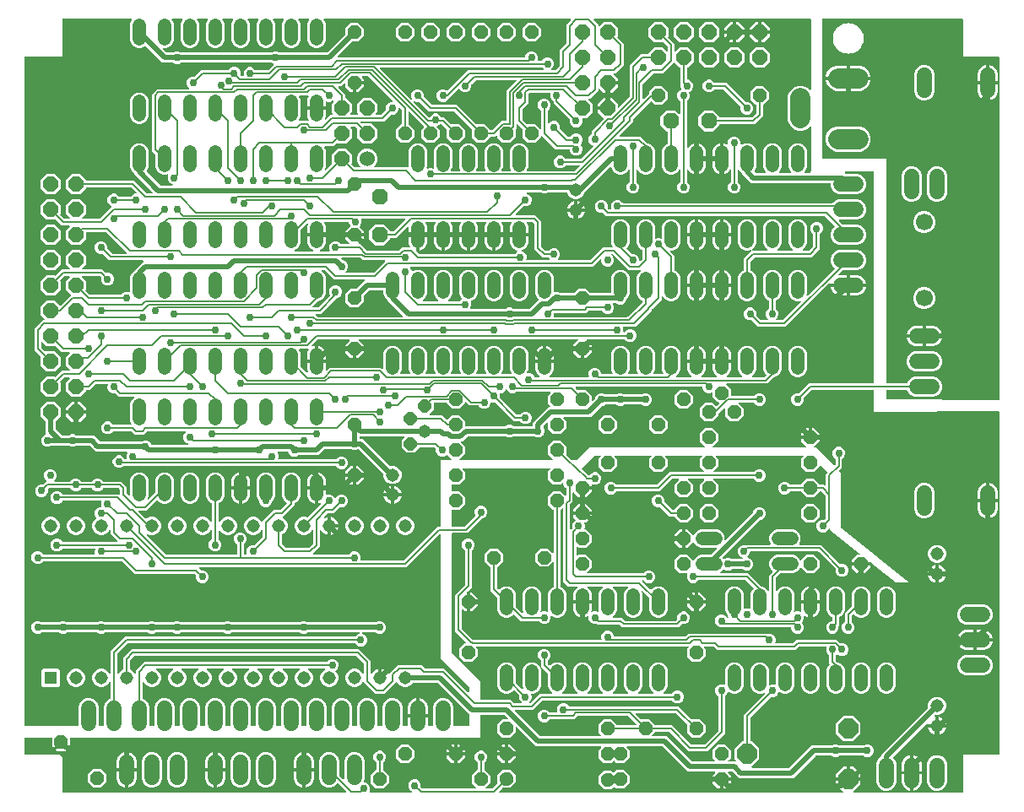
<source format=gbr>
G04 EAGLE Gerber RS-274X export*
G75*
%MOMM*%
%FSLAX34Y34*%
%LPD*%
%INTop Copper*%
%IPPOS*%
%AMOC8*
5,1,8,0,0,1.08239X$1,22.5*%
G01*
G04 Define Apertures*
%ADD10R,1.308000X1.308000*%
%ADD11C,1.308000*%
%ADD12P,1.429621X8X202.500000*%
%ADD13P,1.429621X8X292.500000*%
%ADD14P,1.429621X8X112.500000*%
%ADD15P,1.429621X8X22.500000*%
%ADD16P,1.429621X8X157.500000*%
%ADD17C,1.700000*%
%ADD18C,1.320800*%
%ADD19C,1.524000*%
%ADD20C,2.000000*%
%ADD21P,1.415766X8X22.500000*%
%ADD22P,1.429621X8X201.900000*%
%ADD23P,2.144431X8X112.500000*%
%ADD24P,1.649562X8X202.500000*%
%ADD25P,1.649562X8X112.500000*%
%ADD26C,1.508000*%
%ADD27P,1.649562X8X22.500000*%
%ADD28C,1.524000*%
%ADD29P,1.732040X8X22.500000*%
%ADD30C,0.508000*%
%ADD31C,0.756400*%
%ADD32C,0.152400*%
G36*
X544714Y736787D02*
X544955Y736950D01*
X548925Y740920D01*
X549092Y741172D01*
X549148Y741458D01*
X549148Y757018D01*
X555275Y763145D01*
X555442Y763397D01*
X555498Y763683D01*
X555498Y782418D01*
X559941Y786861D01*
X560109Y787114D01*
X560165Y787412D01*
X560099Y787708D01*
X559924Y787956D01*
X559666Y788115D01*
X559403Y788162D01*
X312713Y788162D01*
X312416Y788102D01*
X312166Y787930D01*
X312002Y787675D01*
X311952Y787376D01*
X312021Y787081D01*
X312174Y786861D01*
X312552Y786484D01*
X313944Y783123D01*
X313944Y766277D01*
X312552Y762916D01*
X309980Y760344D01*
X306619Y758952D01*
X302981Y758952D01*
X299620Y760344D01*
X297048Y762916D01*
X295656Y766277D01*
X295656Y783123D01*
X297048Y786484D01*
X297426Y786861D01*
X297593Y787114D01*
X297649Y787412D01*
X297584Y787708D01*
X297408Y787956D01*
X297150Y788115D01*
X296887Y788162D01*
X287313Y788162D01*
X287016Y788102D01*
X286766Y787930D01*
X286602Y787675D01*
X286552Y787376D01*
X286621Y787081D01*
X286774Y786861D01*
X287152Y786484D01*
X288544Y783123D01*
X288544Y766277D01*
X287152Y762916D01*
X284580Y760344D01*
X281219Y758952D01*
X277581Y758952D01*
X274220Y760344D01*
X271648Y762916D01*
X270256Y766277D01*
X270256Y783123D01*
X271648Y786484D01*
X272026Y786861D01*
X272193Y787114D01*
X272249Y787412D01*
X272184Y787708D01*
X272008Y787956D01*
X271750Y788115D01*
X271487Y788162D01*
X261913Y788162D01*
X261616Y788102D01*
X261366Y787930D01*
X261202Y787675D01*
X261152Y787376D01*
X261221Y787081D01*
X261374Y786861D01*
X261752Y786484D01*
X263144Y783123D01*
X263144Y766277D01*
X261752Y762916D01*
X259180Y760344D01*
X255819Y758952D01*
X252181Y758952D01*
X248820Y760344D01*
X246248Y762916D01*
X244856Y766277D01*
X244856Y783123D01*
X246248Y786484D01*
X246626Y786861D01*
X246793Y787114D01*
X246849Y787412D01*
X246784Y787708D01*
X246608Y787956D01*
X246350Y788115D01*
X246087Y788162D01*
X236513Y788162D01*
X236216Y788102D01*
X235966Y787930D01*
X235802Y787675D01*
X235752Y787376D01*
X235821Y787081D01*
X235974Y786861D01*
X236352Y786484D01*
X237744Y783123D01*
X237744Y766277D01*
X236352Y762916D01*
X233780Y760344D01*
X230419Y758952D01*
X226781Y758952D01*
X223420Y760344D01*
X220848Y762916D01*
X219456Y766277D01*
X219456Y783123D01*
X220848Y786484D01*
X221226Y786861D01*
X221393Y787114D01*
X221449Y787412D01*
X221384Y787708D01*
X221208Y787956D01*
X220950Y788115D01*
X220687Y788162D01*
X211113Y788162D01*
X210816Y788102D01*
X210566Y787930D01*
X210402Y787675D01*
X210352Y787376D01*
X210421Y787081D01*
X210574Y786861D01*
X210952Y786484D01*
X212344Y783123D01*
X212344Y766277D01*
X210952Y762916D01*
X208380Y760344D01*
X205019Y758952D01*
X201381Y758952D01*
X198020Y760344D01*
X195448Y762916D01*
X194056Y766277D01*
X194056Y783123D01*
X195448Y786484D01*
X195826Y786861D01*
X195993Y787114D01*
X196049Y787412D01*
X195984Y787708D01*
X195808Y787956D01*
X195550Y788115D01*
X195287Y788162D01*
X185713Y788162D01*
X185416Y788102D01*
X185166Y787930D01*
X185002Y787675D01*
X184952Y787376D01*
X185021Y787081D01*
X185174Y786861D01*
X185552Y786484D01*
X186944Y783123D01*
X186944Y766277D01*
X185552Y762916D01*
X182980Y760344D01*
X179619Y758952D01*
X175981Y758952D01*
X172620Y760344D01*
X170048Y762916D01*
X168656Y766277D01*
X168656Y783123D01*
X170048Y786484D01*
X170426Y786861D01*
X170593Y787114D01*
X170649Y787412D01*
X170584Y787708D01*
X170408Y787956D01*
X170150Y788115D01*
X169887Y788162D01*
X160313Y788162D01*
X160016Y788102D01*
X159766Y787930D01*
X159602Y787675D01*
X159552Y787376D01*
X159621Y787081D01*
X159774Y786861D01*
X160152Y786484D01*
X161544Y783123D01*
X161544Y766277D01*
X160152Y762916D01*
X157580Y760344D01*
X154219Y758952D01*
X151772Y758952D01*
X151475Y758892D01*
X151225Y758720D01*
X151061Y758465D01*
X151010Y758166D01*
X151080Y757871D01*
X151233Y757651D01*
X154281Y754603D01*
X154534Y754436D01*
X154820Y754380D01*
X160924Y754380D01*
X161221Y754440D01*
X161463Y754603D01*
X161519Y754660D01*
X163842Y755622D01*
X166358Y755622D01*
X168681Y754660D01*
X168737Y754603D01*
X168990Y754436D01*
X169276Y754380D01*
X259349Y754380D01*
X259646Y754440D01*
X259888Y754603D01*
X259944Y754660D01*
X262267Y755622D01*
X264783Y755622D01*
X267106Y754660D01*
X267162Y754603D01*
X267415Y754436D01*
X267701Y754380D01*
X315080Y754380D01*
X315377Y754440D01*
X315619Y754603D01*
X333533Y772517D01*
X333700Y772770D01*
X333756Y773056D01*
X333756Y778488D01*
X339112Y783844D01*
X346688Y783844D01*
X352044Y778488D01*
X352044Y770912D01*
X346688Y765556D01*
X341256Y765556D01*
X340959Y765496D01*
X340717Y765333D01*
X325985Y750601D01*
X325818Y750348D01*
X325762Y750050D01*
X325827Y749754D01*
X326002Y749506D01*
X326261Y749347D01*
X326524Y749300D01*
X513616Y749300D01*
X513913Y749360D01*
X514163Y749532D01*
X514327Y749787D01*
X514378Y750062D01*
X514378Y750558D01*
X515340Y752881D01*
X517119Y754660D01*
X519442Y755622D01*
X521958Y755622D01*
X524281Y754660D01*
X526060Y752881D01*
X527022Y750558D01*
X527022Y748042D01*
X526717Y747306D01*
X526659Y747008D01*
X526722Y746711D01*
X526895Y746462D01*
X527152Y746301D01*
X527421Y746252D01*
X530621Y746252D01*
X530918Y746312D01*
X531160Y746475D01*
X532994Y748310D01*
X535317Y749272D01*
X537833Y749272D01*
X540156Y748310D01*
X541935Y746531D01*
X542897Y744208D01*
X542897Y741692D01*
X541935Y739369D01*
X540593Y738028D01*
X540426Y737775D01*
X540370Y737477D01*
X540435Y737181D01*
X540611Y736933D01*
X540869Y736774D01*
X541132Y736727D01*
X544417Y736727D01*
X544714Y736787D01*
G37*
%LPC*%
G36*
X516912Y765556D02*
X511556Y770912D01*
X511556Y778488D01*
X516912Y783844D01*
X524488Y783844D01*
X529844Y778488D01*
X529844Y770912D01*
X524488Y765556D01*
X516912Y765556D01*
G37*
G36*
X440712Y765556D02*
X435356Y770912D01*
X435356Y778488D01*
X440712Y783844D01*
X448288Y783844D01*
X453644Y778488D01*
X453644Y770912D01*
X448288Y765556D01*
X440712Y765556D01*
G37*
G36*
X415312Y765556D02*
X409956Y770912D01*
X409956Y778488D01*
X415312Y783844D01*
X422888Y783844D01*
X428244Y778488D01*
X428244Y770912D01*
X422888Y765556D01*
X415312Y765556D01*
G37*
G36*
X466112Y765556D02*
X460756Y770912D01*
X460756Y778488D01*
X466112Y783844D01*
X473688Y783844D01*
X479044Y778488D01*
X479044Y770912D01*
X473688Y765556D01*
X466112Y765556D01*
G37*
G36*
X491512Y765556D02*
X486156Y770912D01*
X486156Y778488D01*
X491512Y783844D01*
X499088Y783844D01*
X504444Y778488D01*
X504444Y770912D01*
X499088Y765556D01*
X491512Y765556D01*
G37*
G36*
X389912Y765556D02*
X384556Y770912D01*
X384556Y778488D01*
X389912Y783844D01*
X397488Y783844D01*
X402844Y778488D01*
X402844Y770912D01*
X397488Y765556D01*
X389912Y765556D01*
G37*
%LPD*%
G36*
X65575Y78673D02*
X65825Y78845D01*
X65989Y79100D01*
X66040Y79375D01*
X66040Y98541D01*
X67587Y102275D01*
X70445Y105133D01*
X74179Y106680D01*
X78221Y106680D01*
X81955Y105133D01*
X84813Y102275D01*
X86360Y98541D01*
X86360Y79375D01*
X86420Y79078D01*
X86592Y78828D01*
X86847Y78664D01*
X87122Y78613D01*
X90678Y78613D01*
X90975Y78673D01*
X91225Y78845D01*
X91389Y79100D01*
X91440Y79375D01*
X91440Y98541D01*
X92987Y102275D01*
X95845Y105133D01*
X97828Y105955D01*
X98079Y106124D01*
X98245Y106378D01*
X98298Y106659D01*
X98298Y122131D01*
X98238Y122428D01*
X98066Y122678D01*
X97811Y122842D01*
X97512Y122892D01*
X97217Y122823D01*
X96972Y122643D01*
X96832Y122422D01*
X96598Y121857D01*
X94043Y119302D01*
X90706Y117920D01*
X87094Y117920D01*
X83757Y119302D01*
X81202Y121857D01*
X79820Y125194D01*
X79820Y128806D01*
X81202Y132143D01*
X83757Y134698D01*
X87094Y136080D01*
X90706Y136080D01*
X94043Y134698D01*
X96598Y132143D01*
X96832Y131578D01*
X97002Y131326D01*
X97256Y131161D01*
X97554Y131107D01*
X97850Y131175D01*
X98096Y131352D01*
X98253Y131612D01*
X98298Y131869D01*
X98298Y153768D01*
X112932Y168402D01*
X343296Y168402D01*
X343593Y168462D01*
X343835Y168625D01*
X345669Y170460D01*
X347587Y171254D01*
X347838Y171424D01*
X348004Y171678D01*
X348057Y171976D01*
X347990Y172272D01*
X347812Y172518D01*
X347553Y172675D01*
X347295Y172720D01*
X296276Y172720D01*
X295979Y172660D01*
X295737Y172497D01*
X295681Y172440D01*
X293358Y171478D01*
X290842Y171478D01*
X288519Y172440D01*
X288463Y172497D01*
X288210Y172664D01*
X287924Y172720D01*
X220076Y172720D01*
X219779Y172660D01*
X219537Y172497D01*
X219481Y172440D01*
X217158Y171478D01*
X214642Y171478D01*
X212319Y172440D01*
X212263Y172497D01*
X212010Y172664D01*
X211724Y172720D01*
X169276Y172720D01*
X168979Y172660D01*
X168737Y172497D01*
X168681Y172440D01*
X166358Y171478D01*
X163842Y171478D01*
X161519Y172440D01*
X161463Y172497D01*
X161210Y172664D01*
X160924Y172720D01*
X143876Y172720D01*
X143579Y172660D01*
X143337Y172497D01*
X143281Y172440D01*
X140958Y171478D01*
X138442Y171478D01*
X136119Y172440D01*
X136063Y172497D01*
X135810Y172664D01*
X135524Y172720D01*
X93076Y172720D01*
X92779Y172660D01*
X92537Y172497D01*
X92481Y172440D01*
X90158Y171478D01*
X87642Y171478D01*
X85319Y172440D01*
X85263Y172497D01*
X85010Y172664D01*
X84724Y172720D01*
X54976Y172720D01*
X54679Y172660D01*
X54437Y172497D01*
X54381Y172440D01*
X52058Y171478D01*
X49542Y171478D01*
X47219Y172440D01*
X47163Y172497D01*
X46910Y172664D01*
X46624Y172720D01*
X29576Y172720D01*
X29279Y172660D01*
X29037Y172497D01*
X28981Y172440D01*
X26658Y171478D01*
X24142Y171478D01*
X21819Y172440D01*
X20040Y174219D01*
X19078Y176542D01*
X19078Y179058D01*
X20040Y181381D01*
X21819Y183160D01*
X24142Y184122D01*
X26658Y184122D01*
X28981Y183160D01*
X29037Y183103D01*
X29290Y182936D01*
X29576Y182880D01*
X46624Y182880D01*
X46921Y182940D01*
X47163Y183103D01*
X47219Y183160D01*
X49542Y184122D01*
X52058Y184122D01*
X54381Y183160D01*
X54437Y183103D01*
X54690Y182936D01*
X54976Y182880D01*
X84724Y182880D01*
X85021Y182940D01*
X85263Y183103D01*
X85319Y183160D01*
X87642Y184122D01*
X90158Y184122D01*
X92481Y183160D01*
X92537Y183103D01*
X92790Y182936D01*
X93076Y182880D01*
X135524Y182880D01*
X135821Y182940D01*
X136063Y183103D01*
X136119Y183160D01*
X138442Y184122D01*
X140958Y184122D01*
X143281Y183160D01*
X143337Y183103D01*
X143590Y182936D01*
X143876Y182880D01*
X160924Y182880D01*
X161221Y182940D01*
X161463Y183103D01*
X161519Y183160D01*
X163842Y184122D01*
X166358Y184122D01*
X168681Y183160D01*
X168737Y183103D01*
X168990Y182936D01*
X169276Y182880D01*
X211724Y182880D01*
X212021Y182940D01*
X212263Y183103D01*
X212319Y183160D01*
X214642Y184122D01*
X217158Y184122D01*
X219481Y183160D01*
X219537Y183103D01*
X219790Y182936D01*
X220076Y182880D01*
X287924Y182880D01*
X288221Y182940D01*
X288463Y183103D01*
X288519Y183160D01*
X290842Y184122D01*
X293358Y184122D01*
X295681Y183160D01*
X295737Y183103D01*
X295990Y182936D01*
X296276Y182880D01*
X364124Y182880D01*
X364421Y182940D01*
X364663Y183103D01*
X364719Y183160D01*
X367042Y184122D01*
X369558Y184122D01*
X371881Y183160D01*
X373660Y181381D01*
X374622Y179058D01*
X374622Y176542D01*
X373660Y174219D01*
X371881Y172440D01*
X369558Y171478D01*
X367042Y171478D01*
X364719Y172440D01*
X364663Y172497D01*
X364410Y172664D01*
X364124Y172720D01*
X351205Y172720D01*
X350908Y172660D01*
X350657Y172488D01*
X350494Y172233D01*
X350443Y171934D01*
X350513Y171639D01*
X350692Y171394D01*
X350913Y171254D01*
X352831Y170460D01*
X354610Y168681D01*
X355572Y166358D01*
X355572Y163842D01*
X354610Y161519D01*
X352831Y159740D01*
X350508Y158778D01*
X347992Y158778D01*
X345669Y159740D01*
X343835Y161575D01*
X343582Y161742D01*
X343296Y161798D01*
X115983Y161798D01*
X115686Y161738D01*
X115445Y161575D01*
X105125Y151255D01*
X104958Y151003D01*
X104902Y150717D01*
X104902Y131869D01*
X104962Y131572D01*
X105134Y131322D01*
X105389Y131158D01*
X105688Y131108D01*
X105983Y131177D01*
X106228Y131357D01*
X106368Y131578D01*
X106602Y132143D01*
X109157Y134698D01*
X110528Y135266D01*
X110779Y135435D01*
X110945Y135689D01*
X110998Y135970D01*
X110998Y147418D01*
X119282Y155702D01*
X347443Y155702D01*
X358902Y144243D01*
X358902Y131869D01*
X358962Y131572D01*
X359134Y131322D01*
X359389Y131158D01*
X359688Y131108D01*
X359983Y131177D01*
X360228Y131357D01*
X360368Y131578D01*
X360602Y132143D01*
X363157Y134698D01*
X366494Y136080D01*
X366776Y136080D01*
X366776Y125476D01*
X369824Y125476D01*
X369824Y136080D01*
X370106Y136080D01*
X373443Y134698D01*
X375998Y132143D01*
X376235Y131570D01*
X376405Y131318D01*
X376659Y131153D01*
X376957Y131100D01*
X377253Y131167D01*
X377478Y131323D01*
X386299Y140144D01*
X410626Y140144D01*
X413895Y136875D01*
X414147Y136708D01*
X414433Y136652D01*
X433168Y136652D01*
X456661Y113159D01*
X456914Y112991D01*
X457212Y112935D01*
X457508Y113001D01*
X457756Y113176D01*
X457915Y113434D01*
X457962Y113697D01*
X457962Y117475D01*
X457902Y117772D01*
X457739Y118014D01*
X429431Y146322D01*
X429412Y146348D01*
X429387Y146454D01*
X429387Y270478D01*
X429327Y270775D01*
X429155Y271025D01*
X428900Y271188D01*
X428601Y271239D01*
X428306Y271169D01*
X428086Y271016D01*
X395068Y237998D01*
X187611Y237998D01*
X187314Y237938D01*
X187064Y237766D01*
X186901Y237511D01*
X186850Y237212D01*
X186920Y236917D01*
X187073Y236697D01*
X188625Y235145D01*
X188877Y234978D01*
X189163Y234922D01*
X191758Y234922D01*
X194081Y233960D01*
X195860Y232181D01*
X196822Y229858D01*
X196822Y227342D01*
X195860Y225019D01*
X194081Y223240D01*
X191758Y222278D01*
X189242Y222278D01*
X186919Y223240D01*
X185140Y225019D01*
X184178Y227342D01*
X184178Y229937D01*
X184118Y230234D01*
X183955Y230475D01*
X183005Y231425D01*
X182753Y231592D01*
X182467Y231648D01*
X122457Y231648D01*
X109980Y244125D01*
X109728Y244292D01*
X109442Y244348D01*
X31354Y244348D01*
X31057Y244288D01*
X30815Y244125D01*
X28981Y242290D01*
X26658Y241328D01*
X24142Y241328D01*
X21819Y242290D01*
X20040Y244069D01*
X19078Y246392D01*
X19078Y248908D01*
X20040Y251231D01*
X21819Y253010D01*
X24142Y253972D01*
X26658Y253972D01*
X28981Y253010D01*
X30815Y251175D01*
X31068Y251008D01*
X31354Y250952D01*
X82179Y250952D01*
X82476Y251012D01*
X82727Y251184D01*
X82890Y251439D01*
X82941Y251738D01*
X82883Y252006D01*
X82578Y252742D01*
X82578Y255258D01*
X82883Y255994D01*
X82941Y256292D01*
X82878Y256589D01*
X82705Y256838D01*
X82448Y256999D01*
X82179Y257048D01*
X50404Y257048D01*
X50107Y256988D01*
X49865Y256825D01*
X48031Y254990D01*
X45708Y254028D01*
X43192Y254028D01*
X40869Y254990D01*
X39090Y256769D01*
X38128Y259092D01*
X38128Y261608D01*
X39090Y263931D01*
X40869Y265710D01*
X43192Y266672D01*
X45708Y266672D01*
X48031Y265710D01*
X49865Y263875D01*
X50118Y263708D01*
X50404Y263652D01*
X104489Y263652D01*
X104786Y263712D01*
X105036Y263884D01*
X105199Y264139D01*
X105250Y264438D01*
X105180Y264733D01*
X105027Y264953D01*
X98298Y271682D01*
X98298Y274531D01*
X98238Y274828D01*
X98066Y275078D01*
X97811Y275242D01*
X97512Y275292D01*
X97217Y275223D01*
X96972Y275043D01*
X96832Y274822D01*
X96598Y274257D01*
X94043Y271702D01*
X90706Y270320D01*
X87094Y270320D01*
X83757Y271702D01*
X81202Y274257D01*
X79820Y277594D01*
X79820Y281206D01*
X81202Y284543D01*
X83820Y287161D01*
X83988Y287414D01*
X84043Y287712D01*
X83978Y288009D01*
X83820Y288239D01*
X83540Y288519D01*
X82578Y290842D01*
X82578Y293358D01*
X83540Y295681D01*
X85319Y297460D01*
X87642Y298422D01*
X88593Y298422D01*
X88891Y298482D01*
X89141Y298654D01*
X89304Y298909D01*
X89355Y299208D01*
X89297Y299476D01*
X88928Y300368D01*
X88928Y302883D01*
X89233Y303619D01*
X89291Y303917D01*
X89228Y304214D01*
X89055Y304463D01*
X88798Y304624D01*
X88529Y304673D01*
X50404Y304673D01*
X50107Y304613D01*
X49865Y304450D01*
X48031Y302615D01*
X45708Y301653D01*
X43192Y301653D01*
X40869Y302615D01*
X39090Y304394D01*
X38128Y306717D01*
X38128Y309233D01*
X39090Y311556D01*
X40869Y313335D01*
X43192Y314297D01*
X45708Y314297D01*
X48031Y313335D01*
X49865Y311500D01*
X50118Y311333D01*
X50404Y311277D01*
X106143Y311277D01*
X106522Y310898D01*
X106775Y310730D01*
X107073Y310674D01*
X107369Y310740D01*
X107617Y310915D01*
X107776Y311173D01*
X107823Y311436D01*
X107823Y315817D01*
X107763Y316114D01*
X107600Y316355D01*
X106805Y317150D01*
X106553Y317317D01*
X106267Y317373D01*
X91397Y317373D01*
X91100Y317313D01*
X90858Y317150D01*
X89024Y315315D01*
X86701Y314353D01*
X84185Y314353D01*
X81862Y315315D01*
X80028Y317150D01*
X79775Y317317D01*
X79489Y317373D01*
X69454Y317373D01*
X69157Y317313D01*
X68915Y317150D01*
X67081Y315315D01*
X64758Y314353D01*
X62242Y314353D01*
X59919Y315315D01*
X58085Y317150D01*
X57832Y317317D01*
X57546Y317373D01*
X36608Y317373D01*
X36311Y317313D01*
X36070Y317150D01*
X35592Y316672D01*
X35424Y316419D01*
X35369Y316133D01*
X35369Y313539D01*
X34406Y311216D01*
X32628Y309437D01*
X30304Y308475D01*
X27789Y308475D01*
X25466Y309437D01*
X23687Y311216D01*
X22725Y313539D01*
X22725Y316054D01*
X23687Y318378D01*
X25466Y320156D01*
X27789Y321119D01*
X30383Y321119D01*
X30681Y321179D01*
X30922Y321342D01*
X33561Y323981D01*
X33840Y324037D01*
X34090Y324209D01*
X34254Y324464D01*
X34304Y324763D01*
X34235Y325058D01*
X34082Y325278D01*
X32740Y326619D01*
X31778Y328942D01*
X31778Y331458D01*
X32740Y333781D01*
X34519Y335560D01*
X36842Y336522D01*
X39358Y336522D01*
X41681Y335560D01*
X43460Y333781D01*
X44422Y331458D01*
X44422Y328942D01*
X43460Y326619D01*
X42118Y325278D01*
X41951Y325025D01*
X41895Y324727D01*
X41960Y324431D01*
X42136Y324183D01*
X42394Y324024D01*
X42657Y323977D01*
X57546Y323977D01*
X57843Y324037D01*
X58085Y324200D01*
X59919Y326035D01*
X62242Y326997D01*
X64758Y326997D01*
X67081Y326035D01*
X68915Y324200D01*
X69168Y324033D01*
X69454Y323977D01*
X79489Y323977D01*
X79786Y324037D01*
X80028Y324200D01*
X81862Y326035D01*
X84185Y326997D01*
X86701Y326997D01*
X89024Y326035D01*
X90858Y324200D01*
X91111Y324033D01*
X91397Y323977D01*
X109318Y323977D01*
X114427Y318868D01*
X114427Y312833D01*
X114487Y312536D01*
X114650Y312295D01*
X116555Y310390D01*
X116808Y310222D01*
X117106Y310166D01*
X117402Y310232D01*
X117650Y310407D01*
X117809Y310665D01*
X117856Y310928D01*
X117856Y325923D01*
X119248Y329284D01*
X121820Y331856D01*
X125181Y333248D01*
X128819Y333248D01*
X132180Y331856D01*
X134752Y329284D01*
X136144Y325923D01*
X136144Y309077D01*
X135373Y307216D01*
X135315Y306918D01*
X135378Y306622D01*
X135551Y306373D01*
X135808Y306212D01*
X136108Y306163D01*
X136402Y306235D01*
X136616Y306386D01*
X143033Y312803D01*
X143200Y313055D01*
X143256Y313341D01*
X143256Y325923D01*
X144648Y329284D01*
X147220Y331856D01*
X150581Y333248D01*
X154219Y333248D01*
X157580Y331856D01*
X160152Y329284D01*
X161544Y325923D01*
X161544Y309077D01*
X160152Y305716D01*
X157580Y303144D01*
X154219Y301752D01*
X150581Y301752D01*
X147220Y303144D01*
X145506Y304859D01*
X145253Y305026D01*
X144955Y305082D01*
X144659Y305017D01*
X144428Y304859D01*
X134718Y295148D01*
X127286Y295148D01*
X126989Y295088D01*
X126739Y294916D01*
X126576Y294661D01*
X126525Y294362D01*
X126595Y294067D01*
X126748Y293847D01*
X133488Y287107D01*
X133741Y286939D01*
X134039Y286884D01*
X134335Y286949D01*
X134546Y287093D01*
X137894Y288480D01*
X141506Y288480D01*
X144843Y287098D01*
X147398Y284543D01*
X148780Y281206D01*
X148780Y277594D01*
X147398Y274257D01*
X144843Y271702D01*
X141506Y270320D01*
X137894Y270320D01*
X135468Y271325D01*
X135171Y271383D01*
X134874Y271320D01*
X134625Y271147D01*
X134464Y270890D01*
X134415Y270590D01*
X134487Y270296D01*
X134638Y270082D01*
X153545Y251175D01*
X153797Y251008D01*
X154083Y250952D01*
X224536Y250952D01*
X224833Y251012D01*
X225083Y251184D01*
X225247Y251439D01*
X225298Y251714D01*
X225298Y260746D01*
X225238Y261043D01*
X225075Y261285D01*
X223240Y263119D01*
X222278Y265442D01*
X222278Y267958D01*
X223240Y270281D01*
X225019Y272060D01*
X227342Y273022D01*
X229858Y273022D01*
X232181Y272060D01*
X233960Y270281D01*
X234922Y267958D01*
X234922Y265442D01*
X233960Y263119D01*
X232125Y261285D01*
X231958Y261032D01*
X231902Y260746D01*
X231902Y251714D01*
X231962Y251417D01*
X232134Y251167D01*
X232389Y251003D01*
X232664Y250952D01*
X234579Y250952D01*
X234876Y251012D01*
X235127Y251184D01*
X235290Y251439D01*
X235341Y251738D01*
X235283Y252006D01*
X234978Y252742D01*
X234978Y255258D01*
X235940Y257581D01*
X237719Y259360D01*
X240042Y260322D01*
X242637Y260322D01*
X242934Y260382D01*
X243175Y260545D01*
X250475Y267845D01*
X250642Y268097D01*
X250698Y268383D01*
X250698Y274531D01*
X250638Y274828D01*
X250466Y275078D01*
X250211Y275242D01*
X249912Y275292D01*
X249617Y275223D01*
X249372Y275043D01*
X249232Y274822D01*
X248998Y274257D01*
X246443Y271702D01*
X243106Y270320D01*
X239494Y270320D01*
X236157Y271702D01*
X233602Y274257D01*
X232220Y277594D01*
X232220Y281206D01*
X233602Y284543D01*
X236157Y287098D01*
X239494Y288480D01*
X243106Y288480D01*
X246443Y287098D01*
X248998Y284543D01*
X249235Y283970D01*
X249405Y283718D01*
X249659Y283553D01*
X249957Y283500D01*
X250253Y283567D01*
X250478Y283723D01*
X262157Y295402D01*
X268192Y295402D01*
X268489Y295462D01*
X268730Y295625D01*
X274849Y301743D01*
X275016Y301996D01*
X275072Y302294D01*
X275007Y302591D01*
X274831Y302838D01*
X274601Y302986D01*
X274220Y303144D01*
X271648Y305716D01*
X270256Y309077D01*
X270256Y325923D01*
X271648Y329284D01*
X274220Y331856D01*
X277581Y333248D01*
X281219Y333248D01*
X284580Y331856D01*
X287152Y329284D01*
X288544Y325923D01*
X288544Y309077D01*
X287152Y305716D01*
X284580Y303144D01*
X283172Y302561D01*
X282921Y302392D01*
X282755Y302138D01*
X282702Y301857D01*
X282702Y300257D01*
X271023Y288578D01*
X270855Y288325D01*
X270800Y288027D01*
X270865Y287731D01*
X271040Y287483D01*
X271270Y287335D01*
X271843Y287098D01*
X274398Y284543D01*
X275780Y281206D01*
X275780Y277594D01*
X274398Y274257D01*
X271843Y271702D01*
X270472Y271134D01*
X270221Y270965D01*
X270055Y270711D01*
X270002Y270430D01*
X270002Y262033D01*
X270062Y261736D01*
X270225Y261495D01*
X274195Y257525D01*
X274447Y257358D01*
X274733Y257302D01*
X296767Y257302D01*
X297064Y257362D01*
X297305Y257525D01*
X301275Y261495D01*
X301442Y261747D01*
X301498Y262033D01*
X301498Y274531D01*
X301438Y274828D01*
X301266Y275078D01*
X301011Y275242D01*
X300712Y275292D01*
X300417Y275223D01*
X300172Y275043D01*
X300032Y274822D01*
X299798Y274257D01*
X297243Y271702D01*
X293906Y270320D01*
X290294Y270320D01*
X286957Y271702D01*
X284402Y274257D01*
X283020Y277594D01*
X283020Y281206D01*
X284402Y284543D01*
X286957Y287098D01*
X290294Y288480D01*
X293906Y288480D01*
X295277Y287912D01*
X295575Y287854D01*
X295872Y287917D01*
X296108Y288077D01*
X309310Y301280D01*
X309478Y301533D01*
X309533Y301831D01*
X309468Y302127D01*
X309293Y302375D01*
X309035Y302534D01*
X308735Y302580D01*
X308480Y302523D01*
X306619Y301752D01*
X306324Y301752D01*
X306324Y315976D01*
X313944Y315976D01*
X313944Y311310D01*
X314004Y311013D01*
X314176Y310763D01*
X314431Y310600D01*
X314730Y310549D01*
X314998Y310606D01*
X316242Y311122D01*
X318758Y311122D01*
X321081Y310160D01*
X322860Y308381D01*
X323146Y307690D01*
X323316Y307438D01*
X323570Y307273D01*
X323868Y307219D01*
X324164Y307287D01*
X324410Y307464D01*
X324554Y307690D01*
X324840Y308381D01*
X326619Y310160D01*
X328942Y311122D01*
X331458Y311122D01*
X333781Y310160D01*
X335560Y308381D01*
X336522Y306058D01*
X336522Y303542D01*
X335560Y301219D01*
X333781Y299440D01*
X331458Y298478D01*
X328863Y298478D01*
X328566Y298418D01*
X328325Y298255D01*
X322043Y291973D01*
X316008Y291973D01*
X315711Y291913D01*
X315470Y291750D01*
X312438Y288718D01*
X312270Y288465D01*
X312215Y288167D01*
X312280Y287871D01*
X312455Y287624D01*
X312713Y287464D01*
X313013Y287418D01*
X313268Y287475D01*
X315694Y288480D01*
X315976Y288480D01*
X315976Y270320D01*
X315694Y270320D01*
X312357Y271702D01*
X309802Y274257D01*
X309568Y274822D01*
X309399Y275074D01*
X309144Y275239D01*
X308846Y275293D01*
X308550Y275225D01*
X308304Y275048D01*
X308147Y274788D01*
X308102Y274531D01*
X308102Y258982D01*
X301373Y252253D01*
X301205Y252000D01*
X301149Y251702D01*
X301215Y251406D01*
X301390Y251158D01*
X301648Y250999D01*
X301911Y250952D01*
X336946Y250952D01*
X337243Y251012D01*
X337485Y251175D01*
X339319Y253010D01*
X341642Y253972D01*
X344158Y253972D01*
X346481Y253010D01*
X348260Y251231D01*
X349222Y248908D01*
X349222Y246392D01*
X348917Y245656D01*
X348859Y245358D01*
X348922Y245061D01*
X349095Y244812D01*
X349352Y244651D01*
X349621Y244602D01*
X392017Y244602D01*
X392314Y244662D01*
X392555Y244825D01*
X426743Y279013D01*
X428625Y279013D01*
X428922Y279073D01*
X429172Y279245D01*
X429336Y279500D01*
X429387Y279775D01*
X429387Y345251D01*
X429396Y345306D01*
X429399Y345307D01*
X429439Y345313D01*
X440016Y345313D01*
X440313Y345373D01*
X440563Y345545D01*
X440727Y345800D01*
X440777Y346099D01*
X440708Y346394D01*
X440555Y346614D01*
X436453Y350716D01*
X436200Y350883D01*
X435902Y350939D01*
X435605Y350874D01*
X435375Y350716D01*
X434656Y349997D01*
X432333Y349035D01*
X429818Y349035D01*
X427494Y349997D01*
X425716Y351775D01*
X424753Y354099D01*
X424753Y356693D01*
X424693Y356990D01*
X424530Y357232D01*
X423337Y358425D01*
X423084Y358592D01*
X422798Y358648D01*
X409098Y358648D01*
X408801Y358588D01*
X408551Y358416D01*
X408528Y358381D01*
X403017Y352870D01*
X395495Y352870D01*
X390176Y358189D01*
X390176Y365711D01*
X392734Y368269D01*
X392902Y368522D01*
X392957Y368820D01*
X392892Y369116D01*
X392717Y369364D01*
X392459Y369523D01*
X392195Y369570D01*
X348742Y369570D01*
X348445Y369510D01*
X348195Y369338D01*
X348031Y369083D01*
X347980Y368808D01*
X347980Y367792D01*
X348040Y367495D01*
X348212Y367245D01*
X348467Y367081D01*
X348742Y367030D01*
X351354Y367030D01*
X378435Y339950D01*
X378687Y339782D01*
X378986Y339727D01*
X379123Y339755D01*
X382806Y339755D01*
X386143Y338373D01*
X388698Y335818D01*
X390080Y332481D01*
X390080Y328869D01*
X388698Y325532D01*
X386143Y322977D01*
X382806Y321595D01*
X379194Y321595D01*
X375857Y322977D01*
X373302Y325532D01*
X371920Y328869D01*
X371920Y331780D01*
X371860Y332077D01*
X371697Y332319D01*
X347492Y356524D01*
X347239Y356691D01*
X346941Y356747D01*
X346645Y356682D01*
X346558Y356623D01*
X344158Y355628D01*
X341642Y355628D01*
X339319Y356590D01*
X339263Y356647D01*
X339010Y356814D01*
X338724Y356870D01*
X313570Y356870D01*
X313273Y356810D01*
X313031Y356647D01*
X306904Y350520D01*
X286751Y350520D01*
X286454Y350460D01*
X286212Y350297D01*
X286156Y350240D01*
X283833Y349278D01*
X281317Y349278D01*
X278994Y350240D01*
X277215Y352019D01*
X276716Y353225D01*
X276547Y353476D01*
X276292Y353642D01*
X276012Y353695D01*
X266492Y353695D01*
X266195Y353635D01*
X265945Y353463D01*
X265781Y353208D01*
X265731Y352909D01*
X265788Y352641D01*
X266672Y350508D01*
X266672Y347992D01*
X266367Y347256D01*
X266309Y346958D01*
X266372Y346661D01*
X266545Y346412D01*
X266802Y346251D01*
X267071Y346202D01*
X324246Y346202D01*
X324543Y346262D01*
X324785Y346425D01*
X326619Y348260D01*
X328942Y349222D01*
X331458Y349222D01*
X333781Y348260D01*
X335560Y346481D01*
X336522Y344158D01*
X336522Y341642D01*
X335560Y339319D01*
X333781Y337540D01*
X331458Y336578D01*
X328942Y336578D01*
X326619Y337540D01*
X324785Y339375D01*
X324532Y339542D01*
X324246Y339598D01*
X111673Y339598D01*
X111376Y339538D01*
X111134Y339375D01*
X110415Y338656D01*
X108092Y337694D01*
X105577Y337694D01*
X103253Y338656D01*
X101475Y340435D01*
X100512Y342758D01*
X100512Y345273D01*
X101475Y347597D01*
X103253Y349375D01*
X105577Y350338D01*
X108092Y350338D01*
X110415Y349375D01*
X112194Y347597D01*
X112577Y346672D01*
X112746Y346421D01*
X113000Y346255D01*
X113281Y346202D01*
X113929Y346202D01*
X114226Y346262D01*
X114477Y346434D01*
X114640Y346689D01*
X114691Y346988D01*
X114633Y347256D01*
X114328Y347992D01*
X114328Y350508D01*
X115212Y352641D01*
X115270Y352939D01*
X115207Y353236D01*
X115034Y353485D01*
X114777Y353646D01*
X114508Y353695D01*
X112196Y353695D01*
X111756Y354135D01*
X111503Y354302D01*
X111217Y354358D01*
X83125Y354358D01*
X77661Y359822D01*
X77408Y359989D01*
X77122Y360045D01*
X64501Y360045D01*
X64204Y359985D01*
X63962Y359822D01*
X63906Y359765D01*
X61583Y358803D01*
X59067Y358803D01*
X56744Y359765D01*
X56688Y359822D01*
X56435Y359989D01*
X56149Y360045D01*
X39101Y360045D01*
X38804Y359985D01*
X38562Y359822D01*
X38506Y359765D01*
X36183Y358803D01*
X33667Y358803D01*
X31344Y359765D01*
X29565Y361544D01*
X28603Y363867D01*
X28603Y366383D01*
X29565Y368706D01*
X31344Y370485D01*
X32933Y371143D01*
X33185Y371312D01*
X33350Y371566D01*
X33403Y371865D01*
X33336Y372161D01*
X33180Y372386D01*
X33020Y372546D01*
X33020Y384096D01*
X32960Y384393D01*
X32797Y384635D01*
X27940Y389492D01*
X27940Y397908D01*
X33892Y403860D01*
X42308Y403860D01*
X48260Y397908D01*
X48260Y389492D01*
X43403Y384635D01*
X43236Y384382D01*
X43180Y384096D01*
X43180Y377070D01*
X43240Y376773D01*
X43403Y376531D01*
X49506Y370428D01*
X49759Y370261D01*
X50045Y370205D01*
X56149Y370205D01*
X56446Y370265D01*
X56688Y370428D01*
X56744Y370485D01*
X59067Y371447D01*
X61583Y371447D01*
X63906Y370485D01*
X63962Y370428D01*
X64215Y370261D01*
X64501Y370205D01*
X81646Y370205D01*
X87110Y364741D01*
X87363Y364574D01*
X87649Y364518D01*
X115741Y364518D01*
X116181Y364078D01*
X116434Y363911D01*
X116720Y363855D01*
X129174Y363855D01*
X129471Y363915D01*
X129713Y364078D01*
X129769Y364135D01*
X132092Y365097D01*
X134608Y365097D01*
X136931Y364135D01*
X138710Y362356D01*
X139209Y361150D01*
X139378Y360899D01*
X139633Y360733D01*
X139913Y360680D01*
X175845Y360680D01*
X176143Y360740D01*
X176393Y360912D01*
X176556Y361167D01*
X176607Y361466D01*
X176537Y361761D01*
X176358Y362006D01*
X176137Y362146D01*
X174219Y362940D01*
X172440Y364719D01*
X171478Y367042D01*
X171478Y369558D01*
X172440Y371881D01*
X173782Y373222D01*
X173949Y373475D01*
X174005Y373773D01*
X173940Y374069D01*
X173764Y374317D01*
X173506Y374476D01*
X173243Y374523D01*
X135033Y374523D01*
X134736Y374463D01*
X134495Y374300D01*
X131543Y371348D01*
X122457Y371348D01*
X119505Y374300D01*
X119253Y374467D01*
X118967Y374523D01*
X101204Y374523D01*
X100907Y374463D01*
X100665Y374300D01*
X98831Y372465D01*
X96508Y371503D01*
X93992Y371503D01*
X91669Y372465D01*
X89890Y374244D01*
X88928Y376567D01*
X88928Y379083D01*
X89890Y381406D01*
X91669Y383185D01*
X93992Y384147D01*
X96508Y384147D01*
X98831Y383185D01*
X100665Y381350D01*
X100918Y381183D01*
X101204Y381127D01*
X118435Y381127D01*
X118732Y381187D01*
X118982Y381359D01*
X119145Y381614D01*
X119196Y381913D01*
X119139Y382181D01*
X117856Y385277D01*
X117856Y402123D01*
X119248Y405484D01*
X121912Y408147D01*
X122079Y408400D01*
X122135Y408698D01*
X122070Y408994D01*
X121894Y409242D01*
X121636Y409401D01*
X121373Y409448D01*
X106582Y409448D01*
X103475Y412555D01*
X103223Y412722D01*
X102937Y412778D01*
X100342Y412778D01*
X98019Y413740D01*
X96240Y415519D01*
X95278Y417842D01*
X95278Y420358D01*
X95583Y421094D01*
X95641Y421392D01*
X95578Y421689D01*
X95405Y421938D01*
X95148Y422099D01*
X94879Y422148D01*
X84233Y422148D01*
X83936Y422088D01*
X83695Y421925D01*
X77568Y415798D01*
X74422Y415798D01*
X74125Y415738D01*
X73875Y415566D01*
X73711Y415311D01*
X73660Y415036D01*
X73660Y414892D01*
X67708Y408940D01*
X59292Y408940D01*
X53340Y414892D01*
X53340Y423308D01*
X57229Y427197D01*
X57396Y427450D01*
X57452Y427748D01*
X57387Y428044D01*
X57211Y428292D01*
X56953Y428451D01*
X56690Y428498D01*
X52483Y428498D01*
X52186Y428438D01*
X51945Y428275D01*
X48158Y424488D01*
X47990Y424235D01*
X47935Y423937D01*
X48000Y423641D01*
X48158Y423411D01*
X48260Y423308D01*
X48260Y414892D01*
X42308Y408940D01*
X33892Y408940D01*
X27940Y414892D01*
X27940Y423308D01*
X33892Y429260D01*
X42308Y429260D01*
X42411Y429158D01*
X42663Y428990D01*
X42962Y428935D01*
X43258Y429000D01*
X43488Y429158D01*
X49432Y435102D01*
X56690Y435102D01*
X56987Y435162D01*
X57237Y435334D01*
X57401Y435589D01*
X57452Y435888D01*
X57382Y436183D01*
X57229Y436403D01*
X53340Y440292D01*
X53340Y448708D01*
X57229Y452597D01*
X57396Y452850D01*
X57452Y453148D01*
X57387Y453444D01*
X57211Y453692D01*
X56953Y453851D01*
X56690Y453898D01*
X49432Y453898D01*
X43488Y459842D01*
X43235Y460010D01*
X42937Y460065D01*
X42641Y460000D01*
X42411Y459842D01*
X42308Y459740D01*
X33892Y459740D01*
X30003Y463629D01*
X29750Y463796D01*
X29452Y463852D01*
X29156Y463787D01*
X28908Y463611D01*
X28749Y463353D01*
X28702Y463090D01*
X28702Y458883D01*
X28762Y458586D01*
X28925Y458345D01*
X32712Y454558D01*
X32965Y454390D01*
X33263Y454335D01*
X33559Y454400D01*
X33790Y454558D01*
X33892Y454660D01*
X42308Y454660D01*
X48260Y448708D01*
X48260Y440292D01*
X42308Y434340D01*
X33892Y434340D01*
X27940Y440292D01*
X27940Y448708D01*
X28042Y448811D01*
X28210Y449063D01*
X28265Y449362D01*
X28200Y449658D01*
X28042Y449888D01*
X24255Y453675D01*
X22098Y455832D01*
X22098Y477618D01*
X30382Y485902D01*
X31290Y485902D01*
X31587Y485962D01*
X31837Y486134D01*
X32001Y486389D01*
X32052Y486688D01*
X31982Y486983D01*
X31829Y487203D01*
X27940Y491092D01*
X27940Y499508D01*
X33892Y505460D01*
X42308Y505460D01*
X47364Y500405D01*
X47616Y500237D01*
X47915Y500182D01*
X48211Y500247D01*
X48441Y500405D01*
X58395Y510359D01*
X58563Y510612D01*
X58618Y510910D01*
X58553Y511206D01*
X58395Y511437D01*
X53340Y516492D01*
X53340Y524908D01*
X57229Y528797D01*
X57396Y529050D01*
X57452Y529348D01*
X57387Y529644D01*
X57211Y529892D01*
X56953Y530051D01*
X56690Y530098D01*
X52483Y530098D01*
X52186Y530038D01*
X51945Y529875D01*
X48158Y526088D01*
X47990Y525835D01*
X47935Y525537D01*
X48000Y525241D01*
X48158Y525011D01*
X48260Y524908D01*
X48260Y516492D01*
X42308Y510540D01*
X33892Y510540D01*
X27940Y516492D01*
X27940Y524908D01*
X33892Y530860D01*
X42308Y530860D01*
X42411Y530758D01*
X42663Y530590D01*
X42962Y530535D01*
X43258Y530600D01*
X43488Y530758D01*
X49432Y536702D01*
X56690Y536702D01*
X56987Y536762D01*
X57237Y536934D01*
X57401Y537189D01*
X57452Y537488D01*
X57382Y537783D01*
X57229Y538003D01*
X53340Y541892D01*
X53340Y550308D01*
X59292Y556260D01*
X67708Y556260D01*
X73660Y550308D01*
X73660Y541892D01*
X69771Y538003D01*
X69604Y537750D01*
X69548Y537452D01*
X69613Y537156D01*
X69789Y536908D01*
X70047Y536749D01*
X70310Y536702D01*
X90268Y536702D01*
X93375Y533595D01*
X93627Y533428D01*
X93913Y533372D01*
X96508Y533372D01*
X98831Y532410D01*
X100610Y530631D01*
X101572Y528308D01*
X101572Y525792D01*
X100610Y523469D01*
X98831Y521690D01*
X96508Y520728D01*
X93992Y520728D01*
X91669Y521690D01*
X89890Y523469D01*
X88928Y525792D01*
X88928Y528387D01*
X88868Y528684D01*
X88705Y528925D01*
X87755Y529875D01*
X87503Y530042D01*
X87217Y530098D01*
X70310Y530098D01*
X70013Y530038D01*
X69763Y529866D01*
X69599Y529611D01*
X69548Y529312D01*
X69618Y529017D01*
X69771Y528797D01*
X73660Y524908D01*
X73660Y516492D01*
X73558Y516390D01*
X73390Y516137D01*
X73335Y515839D01*
X73400Y515542D01*
X73558Y515312D01*
X77345Y511525D01*
X77597Y511358D01*
X77883Y511302D01*
X108346Y511302D01*
X108643Y511362D01*
X108885Y511525D01*
X110719Y513360D01*
X113042Y514322D01*
X115558Y514322D01*
X116802Y513806D01*
X117100Y513748D01*
X117397Y513811D01*
X117646Y513985D01*
X117807Y514241D01*
X117856Y514510D01*
X117856Y529123D01*
X119248Y532484D01*
X121697Y534932D01*
X121864Y535185D01*
X121920Y535471D01*
X121920Y535504D01*
X131088Y544672D01*
X131255Y544925D01*
X131311Y545223D01*
X131246Y545519D01*
X131071Y545767D01*
X130812Y545926D01*
X130549Y545973D01*
X97057Y545973D01*
X90775Y552255D01*
X90523Y552422D01*
X90237Y552478D01*
X87642Y552478D01*
X85319Y553440D01*
X83540Y555219D01*
X82578Y557542D01*
X82578Y560058D01*
X83540Y562381D01*
X85319Y564160D01*
X87642Y565122D01*
X90158Y565122D01*
X92481Y564160D01*
X94260Y562381D01*
X95222Y560058D01*
X95222Y557463D01*
X95282Y557166D01*
X95445Y556925D01*
X99570Y552800D01*
X99822Y552633D01*
X100108Y552577D01*
X114014Y552577D01*
X114311Y552637D01*
X114561Y552809D01*
X114724Y553064D01*
X114775Y553363D01*
X114705Y553658D01*
X114552Y553878D01*
X94105Y574325D01*
X93853Y574492D01*
X93567Y574548D01*
X74422Y574548D01*
X74125Y574488D01*
X73875Y574316D01*
X73711Y574061D01*
X73660Y573786D01*
X73660Y567292D01*
X67708Y561340D01*
X59292Y561340D01*
X53340Y567292D01*
X53340Y575708D01*
X57229Y579597D01*
X57396Y579850D01*
X57452Y580148D01*
X57387Y580444D01*
X57211Y580692D01*
X56953Y580851D01*
X56690Y580898D01*
X49432Y580898D01*
X43488Y586842D01*
X43235Y587010D01*
X42937Y587065D01*
X42641Y587000D01*
X42411Y586842D01*
X42308Y586740D01*
X33892Y586740D01*
X27940Y592692D01*
X27940Y601108D01*
X33892Y607060D01*
X42308Y607060D01*
X48260Y601108D01*
X48260Y592692D01*
X48158Y592590D01*
X47990Y592337D01*
X47935Y592039D01*
X48000Y591742D01*
X48158Y591512D01*
X51945Y587725D01*
X52197Y587558D01*
X52483Y587502D01*
X56690Y587502D01*
X56987Y587562D01*
X57237Y587734D01*
X57401Y587989D01*
X57452Y588288D01*
X57382Y588583D01*
X57229Y588803D01*
X53340Y592692D01*
X53340Y601108D01*
X59292Y607060D01*
X67708Y607060D01*
X73660Y601108D01*
X73660Y592692D01*
X69771Y588803D01*
X69604Y588550D01*
X69548Y588252D01*
X69613Y587956D01*
X69789Y587708D01*
X70047Y587549D01*
X70310Y587502D01*
X87217Y587502D01*
X87514Y587562D01*
X87755Y587725D01*
X99388Y599358D01*
X99556Y599611D01*
X99611Y599909D01*
X99546Y600205D01*
X99371Y600452D01*
X99141Y600601D01*
X98019Y601065D01*
X96240Y602844D01*
X95278Y605167D01*
X95278Y607683D01*
X96240Y610006D01*
X98019Y611785D01*
X100342Y612747D01*
X102858Y612747D01*
X105181Y611785D01*
X107015Y609950D01*
X107268Y609783D01*
X107554Y609727D01*
X117871Y609727D01*
X118168Y609787D01*
X118410Y609950D01*
X120244Y611785D01*
X122567Y612747D01*
X123694Y612747D01*
X123991Y612807D01*
X124241Y612979D01*
X124404Y613234D01*
X124455Y613533D01*
X124385Y613828D01*
X124232Y614048D01*
X119505Y618775D01*
X119253Y618942D01*
X118967Y618998D01*
X74422Y618998D01*
X74125Y618938D01*
X73875Y618766D01*
X73711Y618511D01*
X73660Y618236D01*
X73660Y618092D01*
X67708Y612140D01*
X59292Y612140D01*
X53340Y618092D01*
X53340Y626508D01*
X59292Y632460D01*
X67708Y632460D01*
X73660Y626508D01*
X73660Y626364D01*
X73720Y626067D01*
X73892Y625817D01*
X74147Y625653D01*
X74422Y625602D01*
X122018Y625602D01*
X134495Y613125D01*
X134747Y612958D01*
X135033Y612902D01*
X140074Y612902D01*
X140371Y612962D01*
X140622Y613134D01*
X140785Y613389D01*
X140836Y613688D01*
X140766Y613983D01*
X140613Y614203D01*
X121920Y632896D01*
X121920Y632929D01*
X121860Y633226D01*
X121697Y633468D01*
X119248Y635916D01*
X117856Y639277D01*
X117856Y656123D01*
X119248Y659484D01*
X121820Y662056D01*
X125181Y663448D01*
X128819Y663448D01*
X132180Y662056D01*
X134752Y659484D01*
X136144Y656123D01*
X136144Y639277D01*
X134752Y635916D01*
X134549Y635713D01*
X134381Y635460D01*
X134326Y635162D01*
X134391Y634866D01*
X134549Y634636D01*
X147931Y621253D01*
X148184Y621086D01*
X148470Y621030D01*
X159970Y621030D01*
X160268Y621090D01*
X160518Y621262D01*
X160681Y621517D01*
X160732Y621816D01*
X160662Y622111D01*
X160483Y622356D01*
X160262Y622496D01*
X158344Y623290D01*
X156565Y625069D01*
X155603Y627392D01*
X155603Y629908D01*
X156208Y631368D01*
X156266Y631666D01*
X156203Y631962D01*
X156030Y632211D01*
X155773Y632372D01*
X155474Y632421D01*
X155212Y632364D01*
X154219Y631952D01*
X150581Y631952D01*
X147220Y633344D01*
X144648Y635916D01*
X143256Y639277D01*
X143256Y651859D01*
X143196Y652156D01*
X143033Y652397D01*
X139573Y655857D01*
X139573Y712568D01*
X144682Y717677D01*
X176418Y717677D01*
X176715Y717737D01*
X176965Y717909D01*
X177129Y718164D01*
X177179Y718463D01*
X177110Y718758D01*
X176957Y718978D01*
X175615Y720319D01*
X174653Y722642D01*
X174653Y725158D01*
X175615Y727481D01*
X177394Y729260D01*
X179717Y730222D01*
X182312Y730222D01*
X182609Y730282D01*
X182850Y730445D01*
X189132Y736727D01*
X216355Y736727D01*
X216652Y736787D01*
X216902Y736959D01*
X217016Y737131D01*
X218821Y738937D01*
X221145Y739900D01*
X223660Y739900D01*
X225984Y738937D01*
X227762Y737159D01*
X228725Y734835D01*
X228725Y732320D01*
X228714Y732296D01*
X228656Y731998D01*
X228719Y731701D01*
X228880Y731465D01*
X229463Y730882D01*
X229715Y730715D01*
X230001Y730659D01*
X231287Y730659D01*
X231585Y730719D01*
X231835Y730891D01*
X231998Y731146D01*
X232049Y731445D01*
X231991Y731713D01*
X231803Y732167D01*
X231803Y734683D01*
X232765Y737006D01*
X234544Y738785D01*
X236867Y739747D01*
X239383Y739747D01*
X241706Y738785D01*
X243540Y736950D01*
X243793Y736783D01*
X244079Y736727D01*
X255985Y736727D01*
X256282Y736787D01*
X256524Y736950D01*
X261662Y742088D01*
X261829Y742341D01*
X261885Y742639D01*
X261820Y742936D01*
X261645Y743183D01*
X261415Y743331D01*
X259944Y743940D01*
X259888Y743997D01*
X259635Y744164D01*
X259349Y744220D01*
X169276Y744220D01*
X168979Y744160D01*
X168737Y743997D01*
X168681Y743940D01*
X166358Y742978D01*
X163842Y742978D01*
X161519Y743940D01*
X161463Y743997D01*
X161210Y744164D01*
X160924Y744220D01*
X150296Y744220D01*
X133715Y760801D01*
X133462Y760969D01*
X133164Y761024D01*
X132867Y760959D01*
X132637Y760801D01*
X132180Y760344D01*
X128819Y758952D01*
X125181Y758952D01*
X121820Y760344D01*
X119248Y762916D01*
X117856Y766277D01*
X117856Y783123D01*
X119248Y786484D01*
X119626Y786861D01*
X119793Y787114D01*
X119849Y787412D01*
X119784Y787708D01*
X119608Y787956D01*
X119350Y788115D01*
X119087Y788162D01*
X50800Y788162D01*
X50503Y788102D01*
X50253Y787930D01*
X50089Y787675D01*
X50038Y787400D01*
X50038Y750124D01*
X50029Y750069D01*
X50026Y750068D01*
X49986Y750062D01*
X12700Y750062D01*
X12403Y750002D01*
X12153Y749830D01*
X11989Y749575D01*
X11938Y749300D01*
X11938Y79375D01*
X11998Y79078D01*
X12170Y78828D01*
X12425Y78664D01*
X12700Y78613D01*
X65278Y78613D01*
X65575Y78673D01*
G37*
%LPC*%
G36*
X125181Y682752D02*
X121820Y684144D01*
X119248Y686716D01*
X117856Y690077D01*
X117856Y706923D01*
X119248Y710284D01*
X121820Y712856D01*
X125181Y714248D01*
X128819Y714248D01*
X132180Y712856D01*
X134752Y710284D01*
X136144Y706923D01*
X136144Y690077D01*
X134752Y686716D01*
X132180Y684144D01*
X128819Y682752D01*
X125181Y682752D01*
G37*
G36*
X33892Y612140D02*
X27940Y618092D01*
X27940Y626508D01*
X33892Y632460D01*
X42308Y632460D01*
X48260Y626508D01*
X48260Y618092D01*
X42308Y612140D01*
X33892Y612140D01*
G37*
G36*
X33892Y561340D02*
X27940Y567292D01*
X27940Y575708D01*
X33892Y581660D01*
X42308Y581660D01*
X48260Y575708D01*
X48260Y567292D01*
X42308Y561340D01*
X33892Y561340D01*
G37*
G36*
X33892Y535940D02*
X27940Y541892D01*
X27940Y550308D01*
X33892Y556260D01*
X42308Y556260D01*
X48260Y550308D01*
X48260Y541892D01*
X42308Y535940D01*
X33892Y535940D01*
G37*
G36*
X53340Y395224D02*
X53340Y397908D01*
X59292Y403860D01*
X61976Y403860D01*
X61976Y395224D01*
X53340Y395224D01*
G37*
G36*
X65024Y395224D02*
X65024Y403860D01*
X67708Y403860D01*
X73660Y397908D01*
X73660Y395224D01*
X65024Y395224D01*
G37*
G36*
X65024Y383540D02*
X65024Y392176D01*
X73660Y392176D01*
X73660Y389492D01*
X67708Y383540D01*
X65024Y383540D01*
G37*
G36*
X59292Y383540D02*
X53340Y389492D01*
X53340Y392176D01*
X61976Y392176D01*
X61976Y383540D01*
X59292Y383540D01*
G37*
G36*
X333756Y331724D02*
X333756Y333988D01*
X339112Y339344D01*
X341376Y339344D01*
X341376Y331724D01*
X333756Y331724D01*
G37*
G36*
X344424Y331724D02*
X344424Y339344D01*
X346688Y339344D01*
X352044Y333988D01*
X352044Y331724D01*
X344424Y331724D01*
G37*
G36*
X175981Y301752D02*
X172620Y303144D01*
X170048Y305716D01*
X168656Y309077D01*
X168656Y325923D01*
X170048Y329284D01*
X172620Y331856D01*
X175981Y333248D01*
X179619Y333248D01*
X182980Y331856D01*
X185552Y329284D01*
X186944Y325923D01*
X186944Y309077D01*
X185552Y305716D01*
X182980Y303144D01*
X179619Y301752D01*
X175981Y301752D01*
G37*
G36*
X306324Y319024D02*
X306324Y333248D01*
X306619Y333248D01*
X309980Y331856D01*
X312552Y329284D01*
X313944Y325923D01*
X313944Y319024D01*
X306324Y319024D01*
G37*
G36*
X230124Y319024D02*
X230124Y333248D01*
X230419Y333248D01*
X233780Y331856D01*
X236352Y329284D01*
X237744Y325923D01*
X237744Y319024D01*
X230124Y319024D01*
G37*
G36*
X201942Y254028D02*
X199619Y254990D01*
X197840Y256769D01*
X196878Y259092D01*
X196878Y261608D01*
X197840Y263931D01*
X199675Y265765D01*
X199842Y266018D01*
X199898Y266304D01*
X199898Y274531D01*
X199838Y274828D01*
X199666Y275078D01*
X199411Y275242D01*
X199112Y275292D01*
X198817Y275223D01*
X198572Y275043D01*
X198432Y274822D01*
X198198Y274257D01*
X195643Y271702D01*
X192306Y270320D01*
X188694Y270320D01*
X185357Y271702D01*
X182802Y274257D01*
X181420Y277594D01*
X181420Y281206D01*
X182802Y284543D01*
X185357Y287098D01*
X188694Y288480D01*
X192306Y288480D01*
X195643Y287098D01*
X198198Y284543D01*
X198432Y283978D01*
X198602Y283726D01*
X198856Y283561D01*
X199154Y283507D01*
X199450Y283575D01*
X199696Y283752D01*
X199853Y284012D01*
X199898Y284269D01*
X199898Y301857D01*
X199838Y302154D01*
X199666Y302405D01*
X199428Y302561D01*
X198020Y303144D01*
X195448Y305716D01*
X194056Y309077D01*
X194056Y325923D01*
X195448Y329284D01*
X198020Y331856D01*
X201381Y333248D01*
X205019Y333248D01*
X208380Y331856D01*
X210952Y329284D01*
X212344Y325923D01*
X212344Y309077D01*
X210952Y305716D01*
X208380Y303144D01*
X206972Y302561D01*
X206721Y302392D01*
X206555Y302138D01*
X206502Y301857D01*
X206502Y284269D01*
X206562Y283972D01*
X206734Y283722D01*
X206989Y283558D01*
X207288Y283508D01*
X207583Y283577D01*
X207828Y283757D01*
X207968Y283978D01*
X208202Y284543D01*
X210757Y287098D01*
X214094Y288480D01*
X217706Y288480D01*
X221043Y287098D01*
X223598Y284543D01*
X224980Y281206D01*
X224980Y277594D01*
X223598Y274257D01*
X221043Y271702D01*
X217706Y270320D01*
X214094Y270320D01*
X210757Y271702D01*
X208202Y274257D01*
X207968Y274822D01*
X207799Y275074D01*
X207544Y275239D01*
X207246Y275293D01*
X206950Y275225D01*
X206704Y275048D01*
X206547Y274788D01*
X206502Y274531D01*
X206502Y266304D01*
X206562Y266007D01*
X206725Y265765D01*
X208560Y263931D01*
X209522Y261608D01*
X209522Y259092D01*
X208560Y256769D01*
X206781Y254990D01*
X204458Y254028D01*
X201942Y254028D01*
G37*
G36*
X219456Y319024D02*
X219456Y325923D01*
X220848Y329284D01*
X223420Y331856D01*
X226781Y333248D01*
X227076Y333248D01*
X227076Y319024D01*
X219456Y319024D01*
G37*
G36*
X252742Y298478D02*
X250419Y299440D01*
X248640Y301219D01*
X247678Y303542D01*
X247678Y303971D01*
X247618Y304268D01*
X247455Y304510D01*
X246248Y305716D01*
X244856Y309077D01*
X244856Y325923D01*
X246248Y329284D01*
X248820Y331856D01*
X252181Y333248D01*
X255819Y333248D01*
X259180Y331856D01*
X261752Y329284D01*
X263144Y325923D01*
X263144Y309077D01*
X261752Y305716D01*
X260545Y304510D01*
X260378Y304257D01*
X260322Y303971D01*
X260322Y303542D01*
X259360Y301219D01*
X257581Y299440D01*
X255258Y298478D01*
X252742Y298478D01*
G37*
G36*
X295656Y319024D02*
X295656Y325923D01*
X297048Y329284D01*
X299620Y331856D01*
X302981Y333248D01*
X303276Y333248D01*
X303276Y319024D01*
X295656Y319024D01*
G37*
G36*
X344424Y321056D02*
X344424Y328676D01*
X352044Y328676D01*
X352044Y326412D01*
X346688Y321056D01*
X344424Y321056D01*
G37*
G36*
X339112Y321056D02*
X333756Y326412D01*
X333756Y328676D01*
X341376Y328676D01*
X341376Y321056D01*
X339112Y321056D01*
G37*
G36*
X382524Y312199D02*
X382524Y319755D01*
X382806Y319755D01*
X386143Y318373D01*
X388698Y315818D01*
X390080Y312481D01*
X390080Y312199D01*
X382524Y312199D01*
G37*
G36*
X371920Y312199D02*
X371920Y312481D01*
X373302Y315818D01*
X375857Y318373D01*
X379194Y319755D01*
X379476Y319755D01*
X379476Y312199D01*
X371920Y312199D01*
G37*
G36*
X230124Y301752D02*
X230124Y315976D01*
X237744Y315976D01*
X237744Y309077D01*
X236352Y305716D01*
X233780Y303144D01*
X230419Y301752D01*
X230124Y301752D01*
G37*
G36*
X302981Y301752D02*
X299620Y303144D01*
X297048Y305716D01*
X295656Y309077D01*
X295656Y315976D01*
X303276Y315976D01*
X303276Y301752D01*
X302981Y301752D01*
G37*
G36*
X226781Y301752D02*
X223420Y303144D01*
X220848Y305716D01*
X219456Y309077D01*
X219456Y315976D01*
X227076Y315976D01*
X227076Y301752D01*
X226781Y301752D01*
G37*
G36*
X379194Y301595D02*
X375857Y302977D01*
X373302Y305532D01*
X371920Y308869D01*
X371920Y309151D01*
X379476Y309151D01*
X379476Y301595D01*
X379194Y301595D01*
G37*
G36*
X382524Y301595D02*
X382524Y309151D01*
X390080Y309151D01*
X390080Y308869D01*
X388698Y305532D01*
X386143Y302977D01*
X382806Y301595D01*
X382524Y301595D01*
G37*
G36*
X36294Y270320D02*
X32957Y271702D01*
X30402Y274257D01*
X29020Y277594D01*
X29020Y281206D01*
X30402Y284543D01*
X32957Y287098D01*
X36294Y288480D01*
X39906Y288480D01*
X43243Y287098D01*
X45798Y284543D01*
X47180Y281206D01*
X47180Y277594D01*
X45798Y274257D01*
X43243Y271702D01*
X39906Y270320D01*
X36294Y270320D01*
G37*
G36*
X366494Y270320D02*
X363157Y271702D01*
X360602Y274257D01*
X359220Y277594D01*
X359220Y281206D01*
X360602Y284543D01*
X363157Y287098D01*
X366494Y288480D01*
X370106Y288480D01*
X373443Y287098D01*
X375998Y284543D01*
X377380Y281206D01*
X377380Y277594D01*
X375998Y274257D01*
X373443Y271702D01*
X370106Y270320D01*
X366494Y270320D01*
G37*
G36*
X341094Y270320D02*
X337757Y271702D01*
X335202Y274257D01*
X333820Y277594D01*
X333820Y281206D01*
X335202Y284543D01*
X337757Y287098D01*
X341094Y288480D01*
X344706Y288480D01*
X348043Y287098D01*
X350598Y284543D01*
X351980Y281206D01*
X351980Y277594D01*
X350598Y274257D01*
X348043Y271702D01*
X344706Y270320D01*
X341094Y270320D01*
G37*
G36*
X163294Y270320D02*
X159957Y271702D01*
X157402Y274257D01*
X156020Y277594D01*
X156020Y281206D01*
X157402Y284543D01*
X159957Y287098D01*
X163294Y288480D01*
X166906Y288480D01*
X170243Y287098D01*
X172798Y284543D01*
X174180Y281206D01*
X174180Y277594D01*
X172798Y274257D01*
X170243Y271702D01*
X166906Y270320D01*
X163294Y270320D01*
G37*
G36*
X61694Y270320D02*
X58357Y271702D01*
X55802Y274257D01*
X54420Y277594D01*
X54420Y281206D01*
X55802Y284543D01*
X58357Y287098D01*
X61694Y288480D01*
X65306Y288480D01*
X68643Y287098D01*
X71198Y284543D01*
X72580Y281206D01*
X72580Y277594D01*
X71198Y274257D01*
X68643Y271702D01*
X65306Y270320D01*
X61694Y270320D01*
G37*
G36*
X319024Y280924D02*
X319024Y288480D01*
X319306Y288480D01*
X322643Y287098D01*
X325198Y284543D01*
X326580Y281206D01*
X326580Y280924D01*
X319024Y280924D01*
G37*
G36*
X391894Y270320D02*
X388557Y271702D01*
X386002Y274257D01*
X384620Y277594D01*
X384620Y281206D01*
X386002Y284543D01*
X388557Y287098D01*
X391894Y288480D01*
X395506Y288480D01*
X398843Y287098D01*
X401398Y284543D01*
X402780Y281206D01*
X402780Y277594D01*
X401398Y274257D01*
X398843Y271702D01*
X395506Y270320D01*
X391894Y270320D01*
G37*
G36*
X319024Y270320D02*
X319024Y277876D01*
X326580Y277876D01*
X326580Y277594D01*
X325198Y274257D01*
X322643Y271702D01*
X319306Y270320D01*
X319024Y270320D01*
G37*
G36*
X30508Y117920D02*
X29020Y119408D01*
X29020Y134592D01*
X30508Y136080D01*
X45692Y136080D01*
X47180Y134592D01*
X47180Y119408D01*
X45692Y117920D01*
X30508Y117920D01*
G37*
G36*
X61694Y117920D02*
X58357Y119302D01*
X55802Y121857D01*
X54420Y125194D01*
X54420Y128806D01*
X55802Y132143D01*
X58357Y134698D01*
X61694Y136080D01*
X65306Y136080D01*
X68643Y134698D01*
X71198Y132143D01*
X72580Y128806D01*
X72580Y125194D01*
X71198Y121857D01*
X68643Y119302D01*
X65306Y117920D01*
X61694Y117920D01*
G37*
%LPD*%
G36*
X989375Y215198D02*
X989625Y215370D01*
X989789Y215625D01*
X989840Y215900D01*
X989840Y393686D01*
X989780Y393984D01*
X989608Y394234D01*
X989353Y394397D01*
X989073Y394448D01*
X863662Y393700D01*
X863607Y393709D01*
X863606Y393711D01*
X863600Y393753D01*
X863600Y415036D01*
X863540Y415333D01*
X863368Y415583D01*
X863113Y415747D01*
X862838Y415798D01*
X801783Y415798D01*
X801486Y415738D01*
X801245Y415575D01*
X793945Y408275D01*
X793778Y408023D01*
X793722Y407737D01*
X793722Y405142D01*
X792760Y402819D01*
X790981Y401040D01*
X788658Y400078D01*
X786142Y400078D01*
X783819Y401040D01*
X782040Y402819D01*
X781078Y405142D01*
X781078Y407658D01*
X782040Y409981D01*
X783819Y411760D01*
X786142Y412722D01*
X788737Y412722D01*
X789034Y412782D01*
X789275Y412945D01*
X798732Y422402D01*
X862838Y422402D01*
X863135Y422462D01*
X863385Y422634D01*
X863549Y422889D01*
X863600Y423164D01*
X863600Y634238D01*
X863540Y634535D01*
X863368Y634785D01*
X863113Y634949D01*
X862838Y635000D01*
X835639Y635000D01*
X835341Y634940D01*
X835091Y634768D01*
X834928Y634513D01*
X834877Y634214D01*
X834947Y633919D01*
X835061Y633741D01*
X835935Y632725D01*
X836174Y632539D01*
X836512Y632460D01*
X847841Y632460D01*
X851575Y630913D01*
X854433Y628055D01*
X855980Y624321D01*
X855980Y620279D01*
X854433Y616545D01*
X851575Y613687D01*
X847841Y612140D01*
X828559Y612140D01*
X824825Y613687D01*
X821967Y616545D01*
X820420Y620279D01*
X820420Y622808D01*
X820360Y623105D01*
X820188Y623355D01*
X819933Y623519D01*
X819658Y623570D01*
X740846Y623570D01*
X731520Y632896D01*
X731520Y632929D01*
X731460Y633226D01*
X731297Y633468D01*
X728848Y635916D01*
X728668Y636351D01*
X728499Y636603D01*
X728244Y636768D01*
X727946Y636821D01*
X727650Y636754D01*
X727404Y636576D01*
X727247Y636317D01*
X727202Y636060D01*
X727202Y625079D01*
X727262Y624782D01*
X727425Y624540D01*
X729260Y622706D01*
X730222Y620383D01*
X730222Y617867D01*
X729260Y615544D01*
X727481Y613765D01*
X725158Y612803D01*
X722642Y612803D01*
X720319Y613765D01*
X718540Y615544D01*
X717578Y617867D01*
X717578Y620383D01*
X718540Y622706D01*
X720375Y624540D01*
X720542Y624793D01*
X720598Y625079D01*
X720598Y636060D01*
X720538Y636357D01*
X720366Y636607D01*
X720111Y636770D01*
X719812Y636821D01*
X719517Y636751D01*
X719272Y636572D01*
X719132Y636351D01*
X718952Y635916D01*
X716380Y633344D01*
X713019Y631952D01*
X712724Y631952D01*
X712724Y663448D01*
X713019Y663448D01*
X716519Y661998D01*
X716530Y661991D01*
X716828Y661935D01*
X717124Y662000D01*
X717372Y662176D01*
X717531Y662434D01*
X717578Y662697D01*
X717578Y664833D01*
X718540Y667156D01*
X720319Y668935D01*
X722642Y669897D01*
X725158Y669897D01*
X727481Y668935D01*
X729260Y667156D01*
X730222Y664833D01*
X730222Y662697D01*
X730282Y662400D01*
X730454Y662150D01*
X730709Y661986D01*
X731008Y661936D01*
X731280Y662000D01*
X731280Y661998D01*
X731292Y662003D01*
X731303Y662005D01*
X731311Y662011D01*
X734781Y663448D01*
X738419Y663448D01*
X741780Y662056D01*
X744352Y659484D01*
X745744Y656123D01*
X745744Y639277D01*
X744352Y635916D01*
X744149Y635713D01*
X743981Y635460D01*
X743926Y635162D01*
X743991Y634866D01*
X744149Y634636D01*
X744831Y633953D01*
X745084Y633786D01*
X745370Y633730D01*
X754595Y633730D01*
X754892Y633790D01*
X755142Y633962D01*
X755306Y634217D01*
X755356Y634516D01*
X755287Y634811D01*
X755134Y635031D01*
X754248Y635916D01*
X752856Y639277D01*
X752856Y656123D01*
X754248Y659484D01*
X756820Y662056D01*
X760181Y663448D01*
X763819Y663448D01*
X767180Y662056D01*
X769752Y659484D01*
X771144Y656123D01*
X771144Y639277D01*
X769752Y635916D01*
X768866Y635031D01*
X768699Y634778D01*
X768643Y634480D01*
X768708Y634184D01*
X768884Y633936D01*
X769142Y633777D01*
X769405Y633730D01*
X779995Y633730D01*
X780292Y633790D01*
X780542Y633962D01*
X780706Y634217D01*
X780756Y634516D01*
X780687Y634811D01*
X780534Y635031D01*
X779648Y635916D01*
X778256Y639277D01*
X778256Y656123D01*
X779648Y659484D01*
X782220Y662056D01*
X785581Y663448D01*
X789219Y663448D01*
X792580Y662056D01*
X795152Y659484D01*
X796544Y656123D01*
X796544Y639277D01*
X795152Y635916D01*
X794266Y635031D01*
X794099Y634778D01*
X794043Y634480D01*
X794108Y634184D01*
X794284Y633936D01*
X794542Y633777D01*
X794805Y633730D01*
X799545Y633730D01*
X799843Y633790D01*
X800093Y633962D01*
X800256Y634217D01*
X800307Y634516D01*
X800237Y634811D01*
X800115Y634991D01*
X800114Y634993D01*
X800155Y635055D01*
X800639Y635539D01*
X800806Y635792D01*
X800862Y636078D01*
X800862Y679588D01*
X800802Y679885D01*
X800630Y680135D01*
X800375Y680299D01*
X800076Y680350D01*
X799781Y680280D01*
X799561Y680127D01*
X797303Y677869D01*
X792694Y675960D01*
X787706Y675960D01*
X783097Y677869D01*
X779569Y681397D01*
X777660Y686006D01*
X777660Y710994D01*
X779569Y715603D01*
X783097Y719131D01*
X787706Y721040D01*
X792694Y721040D01*
X797303Y719131D01*
X799561Y716873D01*
X799814Y716706D01*
X800112Y716650D01*
X800408Y716715D01*
X800656Y716891D01*
X800815Y717149D01*
X800862Y717412D01*
X800862Y787400D01*
X800802Y787697D01*
X800630Y787947D01*
X800375Y788111D01*
X800100Y788162D01*
X583597Y788162D01*
X583300Y788102D01*
X583050Y787930D01*
X582887Y787675D01*
X582836Y787376D01*
X582906Y787081D01*
X583059Y786861D01*
X587502Y782418D01*
X587502Y781510D01*
X587562Y781213D01*
X587734Y780963D01*
X587989Y780799D01*
X588288Y780748D01*
X588583Y780818D01*
X588803Y780971D01*
X592692Y784860D01*
X601108Y784860D01*
X607060Y778908D01*
X607060Y770492D01*
X606958Y770390D01*
X606790Y770137D01*
X606735Y769839D01*
X606800Y769542D01*
X606958Y769312D01*
X610745Y765525D01*
X612902Y763368D01*
X612902Y741582D01*
X604618Y733298D01*
X603710Y733298D01*
X603413Y733238D01*
X603163Y733066D01*
X602999Y732811D01*
X602948Y732512D01*
X603018Y732217D01*
X603171Y731997D01*
X607060Y728108D01*
X607060Y725424D01*
X595376Y725424D01*
X595376Y713740D01*
X592692Y713740D01*
X588803Y717629D01*
X588550Y717796D01*
X588252Y717852D01*
X587956Y717787D01*
X587708Y717611D01*
X587549Y717353D01*
X587502Y717090D01*
X587502Y716182D01*
X579218Y707898D01*
X578310Y707898D01*
X578013Y707838D01*
X577763Y707666D01*
X577599Y707411D01*
X577548Y707112D01*
X577618Y706817D01*
X577771Y706597D01*
X581660Y702708D01*
X581660Y694292D01*
X575708Y688340D01*
X572081Y688340D01*
X571784Y688280D01*
X571534Y688108D01*
X571370Y687853D01*
X571320Y687554D01*
X571377Y687286D01*
X571472Y687058D01*
X571472Y684542D01*
X570510Y682219D01*
X568731Y680440D01*
X566408Y679478D01*
X563892Y679478D01*
X561569Y680440D01*
X559790Y682219D01*
X558828Y684542D01*
X558828Y687137D01*
X558768Y687434D01*
X558605Y687675D01*
X542516Y703764D01*
X542516Y705246D01*
X542456Y705543D01*
X542293Y705785D01*
X540458Y707619D01*
X539496Y709942D01*
X539496Y712458D01*
X539801Y713194D01*
X539859Y713492D01*
X539796Y713789D01*
X539623Y714038D01*
X539366Y714199D01*
X539097Y714248D01*
X519208Y714248D01*
X518911Y714188D01*
X518670Y714025D01*
X517875Y713230D01*
X517708Y712978D01*
X517652Y712692D01*
X517652Y703482D01*
X511525Y697355D01*
X511358Y697103D01*
X511302Y696817D01*
X511302Y687483D01*
X511362Y687186D01*
X511525Y686945D01*
X516030Y682439D01*
X516283Y682272D01*
X516581Y682216D01*
X516707Y682244D01*
X524488Y682244D01*
X528797Y677934D01*
X529050Y677767D01*
X529348Y677711D01*
X529644Y677776D01*
X529892Y677952D01*
X530051Y678210D01*
X530098Y678473D01*
X530098Y695721D01*
X530038Y696018D01*
X529875Y696260D01*
X528040Y698094D01*
X527078Y700417D01*
X527078Y702933D01*
X528040Y705256D01*
X529819Y707035D01*
X532142Y707997D01*
X534658Y707997D01*
X536981Y707035D01*
X538760Y705256D01*
X539722Y702933D01*
X539722Y700417D01*
X538760Y698094D01*
X536925Y696260D01*
X536758Y696007D01*
X536702Y695721D01*
X536702Y684007D01*
X536762Y683710D01*
X536934Y683460D01*
X537189Y683297D01*
X537488Y683246D01*
X537783Y683315D01*
X538003Y683468D01*
X539344Y684810D01*
X541667Y685772D01*
X544183Y685772D01*
X546506Y684810D01*
X548285Y683031D01*
X549247Y680708D01*
X549247Y678113D01*
X549307Y677816D01*
X549470Y677575D01*
X556770Y670275D01*
X557022Y670108D01*
X557308Y670052D01*
X559196Y670052D01*
X559493Y670112D01*
X559735Y670275D01*
X561569Y672110D01*
X563892Y673072D01*
X566408Y673072D01*
X568731Y672110D01*
X570510Y670331D01*
X571472Y668008D01*
X571472Y665492D01*
X570510Y663169D01*
X569867Y662526D01*
X569699Y662273D01*
X569644Y661975D01*
X569709Y661679D01*
X569867Y661449D01*
X570510Y660806D01*
X571472Y658483D01*
X571472Y655967D01*
X570510Y653644D01*
X568731Y651865D01*
X566408Y650903D01*
X563892Y650903D01*
X561569Y651865D01*
X559790Y653644D01*
X558828Y655967D01*
X558828Y656336D01*
X558768Y656633D01*
X558596Y656883D01*
X558341Y657047D01*
X558066Y657098D01*
X544732Y657098D01*
X531145Y670685D01*
X530892Y670853D01*
X530594Y670909D01*
X530298Y670843D01*
X530050Y670668D01*
X529891Y670410D01*
X529844Y670147D01*
X529844Y669312D01*
X524488Y663956D01*
X516912Y663956D01*
X511556Y669312D01*
X511556Y677095D01*
X511584Y677243D01*
X511519Y677539D01*
X511361Y677770D01*
X506631Y682499D01*
X506378Y682667D01*
X506080Y682722D01*
X505784Y682657D01*
X505536Y682482D01*
X505377Y682224D01*
X505330Y681961D01*
X505330Y678460D01*
X504639Y677770D01*
X504472Y677517D01*
X504416Y677219D01*
X504444Y677093D01*
X504444Y669312D01*
X499088Y663956D01*
X491512Y663956D01*
X486156Y669312D01*
X486156Y670147D01*
X486096Y670444D01*
X485924Y670694D01*
X485669Y670857D01*
X485370Y670908D01*
X485075Y670838D01*
X484855Y670685D01*
X483968Y669798D01*
X479806Y669798D01*
X479509Y669738D01*
X479259Y669566D01*
X479189Y669458D01*
X473688Y663956D01*
X466112Y663956D01*
X460756Y669312D01*
X460756Y677095D01*
X460784Y677243D01*
X460719Y677539D01*
X460561Y677770D01*
X443355Y694975D01*
X443103Y695142D01*
X442817Y695198D01*
X417732Y695198D01*
X408275Y704655D01*
X408023Y704822D01*
X407737Y704878D01*
X405142Y704878D01*
X403201Y705682D01*
X402903Y705740D01*
X402606Y705678D01*
X402358Y705504D01*
X402196Y705247D01*
X402148Y704948D01*
X402220Y704653D01*
X402370Y704439D01*
X417389Y689421D01*
X417642Y689254D01*
X417940Y689198D01*
X418236Y689263D01*
X418483Y689439D01*
X418632Y689668D01*
X418975Y690497D01*
X420753Y692275D01*
X423077Y693238D01*
X425592Y693238D01*
X427915Y692275D01*
X429694Y690497D01*
X430077Y689572D01*
X430246Y689321D01*
X430500Y689155D01*
X430781Y689102D01*
X433168Y689102D01*
X439830Y682439D01*
X440083Y682272D01*
X440381Y682216D01*
X440507Y682244D01*
X448288Y682244D01*
X453644Y676888D01*
X453644Y669312D01*
X448288Y663956D01*
X440712Y663956D01*
X435356Y669312D01*
X435356Y677095D01*
X435384Y677243D01*
X435319Y677539D01*
X435161Y677770D01*
X430655Y682275D01*
X430403Y682442D01*
X430117Y682498D01*
X429173Y682498D01*
X428876Y682438D01*
X428634Y682275D01*
X427915Y681556D01*
X425900Y680721D01*
X425649Y680552D01*
X425483Y680298D01*
X425430Y679999D01*
X425497Y679704D01*
X425653Y679479D01*
X428244Y676888D01*
X428244Y669312D01*
X422888Y663956D01*
X415312Y663956D01*
X409956Y669312D01*
X409956Y676888D01*
X412575Y679507D01*
X412743Y679760D01*
X412798Y680058D01*
X412733Y680354D01*
X412575Y680584D01*
X398303Y694857D01*
X398050Y695024D01*
X397752Y695080D01*
X397456Y695015D01*
X397208Y694840D01*
X397049Y694581D01*
X397002Y694318D01*
X397002Y683006D01*
X397062Y682709D01*
X397234Y682459D01*
X397342Y682389D01*
X402844Y676888D01*
X402844Y669312D01*
X397488Y663956D01*
X389912Y663956D01*
X384556Y669312D01*
X384556Y676888D01*
X390059Y682391D01*
X390183Y682476D01*
X390347Y682731D01*
X390398Y683006D01*
X390398Y696817D01*
X390338Y697114D01*
X390175Y697355D01*
X388623Y698907D01*
X388370Y699075D01*
X388072Y699131D01*
X387776Y699065D01*
X387528Y698890D01*
X387369Y698632D01*
X387322Y698369D01*
X387322Y697242D01*
X386360Y694919D01*
X384581Y693140D01*
X382258Y692178D01*
X379663Y692178D01*
X379366Y692118D01*
X379125Y691955D01*
X372462Y685292D01*
X349917Y685292D01*
X349620Y685232D01*
X349370Y685060D01*
X349207Y684805D01*
X349156Y684506D01*
X349226Y684211D01*
X349379Y683991D01*
X350212Y683158D01*
X350465Y682990D01*
X350763Y682935D01*
X351059Y683000D01*
X351290Y683158D01*
X351392Y683260D01*
X359808Y683260D01*
X365760Y677308D01*
X365760Y668892D01*
X359808Y662940D01*
X351392Y662940D01*
X345440Y668892D01*
X345440Y677308D01*
X345542Y677411D01*
X345710Y677663D01*
X345765Y677962D01*
X345700Y678258D01*
X345542Y678488D01*
X344549Y679481D01*
X344297Y679648D01*
X344011Y679704D01*
X339804Y679704D01*
X339507Y679644D01*
X339257Y679472D01*
X339093Y679217D01*
X339042Y678918D01*
X339112Y678623D01*
X339265Y678403D01*
X340360Y677308D01*
X340360Y668892D01*
X334408Y662940D01*
X325992Y662940D01*
X325890Y663042D01*
X325637Y663210D01*
X325339Y663265D01*
X325042Y663200D01*
X324812Y663042D01*
X322043Y660273D01*
X313365Y660273D01*
X313068Y660213D01*
X312818Y660041D01*
X312655Y659786D01*
X312604Y659487D01*
X312661Y659219D01*
X313944Y656123D01*
X313944Y639277D01*
X313173Y637416D01*
X313115Y637118D01*
X313178Y636822D01*
X313351Y636573D01*
X313608Y636412D01*
X313908Y636363D01*
X314202Y636435D01*
X314416Y636586D01*
X320142Y642312D01*
X320310Y642565D01*
X320365Y642863D01*
X320300Y643159D01*
X320142Y643390D01*
X320040Y643492D01*
X320040Y651908D01*
X325992Y657860D01*
X334408Y657860D01*
X340360Y651908D01*
X340360Y643492D01*
X340258Y643390D01*
X340090Y643137D01*
X340035Y642839D01*
X340100Y642542D01*
X340258Y642312D01*
X343283Y639287D01*
X343535Y639120D01*
X343821Y639064D01*
X348028Y639064D01*
X348325Y639124D01*
X348575Y639296D01*
X348739Y639551D01*
X348790Y639850D01*
X348720Y640145D01*
X348567Y640365D01*
X346987Y641945D01*
X345440Y645679D01*
X345440Y649721D01*
X346987Y653455D01*
X349845Y656313D01*
X353579Y657860D01*
X357621Y657860D01*
X361355Y656313D01*
X364213Y653455D01*
X365760Y649721D01*
X365760Y645679D01*
X364213Y641945D01*
X362633Y640365D01*
X362466Y640112D01*
X362410Y639814D01*
X362475Y639518D01*
X362651Y639270D01*
X362909Y639111D01*
X363172Y639064D01*
X396375Y639064D01*
X396506Y639040D01*
X396802Y639105D01*
X397050Y639280D01*
X397209Y639538D01*
X397256Y639801D01*
X397256Y656123D01*
X398648Y659484D01*
X401220Y662056D01*
X404581Y663448D01*
X408219Y663448D01*
X411580Y662056D01*
X414152Y659484D01*
X415544Y656123D01*
X415544Y639277D01*
X415433Y639009D01*
X415375Y638711D01*
X415438Y638415D01*
X415611Y638166D01*
X415868Y638004D01*
X416167Y637956D01*
X416429Y638013D01*
X417842Y638599D01*
X420358Y638599D01*
X421772Y638013D01*
X422069Y637955D01*
X422366Y638018D01*
X422615Y638192D01*
X422776Y638448D01*
X422825Y638748D01*
X422767Y639009D01*
X422656Y639277D01*
X422656Y656123D01*
X424048Y659484D01*
X426620Y662056D01*
X429981Y663448D01*
X433619Y663448D01*
X436980Y662056D01*
X439552Y659484D01*
X440944Y656123D01*
X440944Y639277D01*
X439819Y636562D01*
X439761Y636264D01*
X439824Y635967D01*
X439997Y635718D01*
X440254Y635557D01*
X440523Y635508D01*
X448477Y635508D01*
X448774Y635568D01*
X449024Y635740D01*
X449188Y635995D01*
X449238Y636294D01*
X449181Y636562D01*
X448056Y639277D01*
X448056Y656123D01*
X449448Y659484D01*
X452020Y662056D01*
X455381Y663448D01*
X459019Y663448D01*
X462380Y662056D01*
X464952Y659484D01*
X466344Y656123D01*
X466344Y639277D01*
X465219Y636562D01*
X465161Y636264D01*
X465224Y635967D01*
X465397Y635718D01*
X465654Y635557D01*
X465923Y635508D01*
X473877Y635508D01*
X474174Y635568D01*
X474424Y635740D01*
X474588Y635995D01*
X474638Y636294D01*
X474581Y636562D01*
X473456Y639277D01*
X473456Y656123D01*
X474848Y659484D01*
X477420Y662056D01*
X480781Y663448D01*
X484419Y663448D01*
X487780Y662056D01*
X490352Y659484D01*
X491744Y656123D01*
X491744Y639277D01*
X490619Y636562D01*
X490561Y636264D01*
X490624Y635967D01*
X490797Y635718D01*
X491054Y635557D01*
X491323Y635508D01*
X499277Y635508D01*
X499574Y635568D01*
X499824Y635740D01*
X499988Y635995D01*
X500038Y636294D01*
X499981Y636562D01*
X498856Y639277D01*
X498856Y656123D01*
X500248Y659484D01*
X502820Y662056D01*
X506181Y663448D01*
X509819Y663448D01*
X513180Y662056D01*
X515752Y659484D01*
X517144Y656123D01*
X517144Y639277D01*
X516019Y636562D01*
X515961Y636264D01*
X516024Y635967D01*
X516197Y635718D01*
X516454Y635557D01*
X516723Y635508D01*
X563848Y635508D01*
X564145Y635568D01*
X564386Y635731D01*
X568577Y639922D01*
X568745Y640175D01*
X568801Y640473D01*
X568735Y640769D01*
X568560Y641017D01*
X568302Y641176D01*
X568039Y641223D01*
X555229Y641223D01*
X554932Y641163D01*
X554690Y641000D01*
X552856Y639165D01*
X550533Y638203D01*
X548017Y638203D01*
X545694Y639165D01*
X543915Y640944D01*
X542953Y643267D01*
X542953Y645783D01*
X543915Y648106D01*
X545694Y649885D01*
X548017Y650847D01*
X550533Y650847D01*
X552856Y649885D01*
X554690Y648050D01*
X554943Y647883D01*
X555229Y647827D01*
X569817Y647827D01*
X570114Y647887D01*
X570355Y648050D01*
X582188Y659882D01*
X582355Y660135D01*
X582411Y660433D01*
X582346Y660729D01*
X582170Y660977D01*
X581940Y661125D01*
X580619Y661672D01*
X578840Y663451D01*
X577878Y665774D01*
X577878Y668290D01*
X578840Y670613D01*
X580675Y672447D01*
X580842Y672700D01*
X580898Y672986D01*
X580898Y675756D01*
X592548Y687406D01*
X592716Y687659D01*
X592771Y687957D01*
X592706Y688253D01*
X592548Y688484D01*
X586740Y694292D01*
X586740Y696976D01*
X598424Y696976D01*
X598424Y708660D01*
X601108Y708660D01*
X607060Y702708D01*
X607060Y699723D01*
X607120Y699426D01*
X607292Y699176D01*
X607547Y699013D01*
X607846Y698962D01*
X608141Y699032D01*
X608361Y699185D01*
X618775Y709599D01*
X618942Y709851D01*
X618998Y710137D01*
X618998Y741143D01*
X630457Y752602D01*
X636778Y752602D01*
X637075Y752662D01*
X637325Y752834D01*
X637489Y753089D01*
X637540Y753364D01*
X637540Y753508D01*
X643492Y759460D01*
X651908Y759460D01*
X655797Y755571D01*
X656050Y755404D01*
X656348Y755348D01*
X656644Y755413D01*
X656892Y755589D01*
X657051Y755847D01*
X657098Y756110D01*
X657098Y760317D01*
X657038Y760614D01*
X656875Y760855D01*
X653088Y764642D01*
X652835Y764810D01*
X652537Y764865D01*
X652241Y764800D01*
X652011Y764642D01*
X651908Y764540D01*
X643492Y764540D01*
X637540Y770492D01*
X637540Y778908D01*
X643492Y784860D01*
X651908Y784860D01*
X657860Y778908D01*
X657860Y770492D01*
X657758Y770390D01*
X657590Y770137D01*
X657535Y769839D01*
X657600Y769542D01*
X657758Y769312D01*
X661545Y765525D01*
X663702Y763368D01*
X663702Y756110D01*
X663762Y755813D01*
X663934Y755563D01*
X664189Y755399D01*
X664488Y755348D01*
X664783Y755418D01*
X665003Y755571D01*
X668892Y759460D01*
X677308Y759460D01*
X683260Y753508D01*
X683260Y745092D01*
X677308Y739140D01*
X677164Y739140D01*
X676867Y739080D01*
X676617Y738908D01*
X676453Y738653D01*
X676402Y738378D01*
X676402Y727809D01*
X676462Y727512D01*
X676634Y727262D01*
X676889Y727098D01*
X677164Y727047D01*
X677533Y727047D01*
X679856Y726085D01*
X681635Y724306D01*
X682597Y721983D01*
X682597Y719467D01*
X681635Y717144D01*
X679856Y715365D01*
X679161Y715078D01*
X678910Y714908D01*
X678745Y714654D01*
X678691Y714356D01*
X678749Y714082D01*
X679422Y712458D01*
X679422Y709942D01*
X678460Y707619D01*
X676625Y705785D01*
X676458Y705532D01*
X676402Y705246D01*
X676402Y659341D01*
X676462Y659043D01*
X676634Y658793D01*
X676889Y658630D01*
X677188Y658579D01*
X677483Y658649D01*
X677728Y658828D01*
X677868Y659049D01*
X678048Y659484D01*
X680620Y662056D01*
X683981Y663448D01*
X684276Y663448D01*
X684276Y631952D01*
X683981Y631952D01*
X680620Y633344D01*
X678048Y635916D01*
X677868Y636351D01*
X677699Y636603D01*
X677444Y636768D01*
X677146Y636821D01*
X676850Y636754D01*
X676604Y636576D01*
X676447Y636317D01*
X676402Y636060D01*
X676402Y625079D01*
X676462Y624782D01*
X676625Y624540D01*
X678460Y622706D01*
X679422Y620383D01*
X679422Y617867D01*
X678460Y615544D01*
X676681Y613765D01*
X674358Y612803D01*
X671842Y612803D01*
X669519Y613765D01*
X667740Y615544D01*
X666778Y617867D01*
X666778Y620383D01*
X667740Y622706D01*
X669575Y624540D01*
X669742Y624793D01*
X669798Y625079D01*
X669798Y636060D01*
X669738Y636357D01*
X669566Y636607D01*
X669311Y636770D01*
X669012Y636821D01*
X668717Y636751D01*
X668472Y636572D01*
X668332Y636351D01*
X668152Y635916D01*
X665580Y633344D01*
X662219Y631952D01*
X658581Y631952D01*
X655220Y633344D01*
X652648Y635916D01*
X651256Y639277D01*
X651256Y656123D01*
X652648Y659484D01*
X655220Y662056D01*
X656628Y662639D01*
X656879Y662808D01*
X657045Y663062D01*
X657098Y663343D01*
X657098Y674497D01*
X657038Y674794D01*
X656866Y675044D01*
X656611Y675208D01*
X656336Y675259D01*
X656034Y675259D01*
X649859Y681434D01*
X649859Y690166D01*
X656034Y696341D01*
X664766Y696341D01*
X668497Y692610D01*
X668750Y692443D01*
X669048Y692387D01*
X669344Y692452D01*
X669592Y692627D01*
X669751Y692886D01*
X669798Y693149D01*
X669798Y705246D01*
X669738Y705543D01*
X669575Y705785D01*
X667740Y707619D01*
X666778Y709942D01*
X666778Y712458D01*
X667740Y714781D01*
X669519Y716560D01*
X670214Y716847D01*
X670465Y717017D01*
X670631Y717271D01*
X670684Y717570D01*
X670626Y717843D01*
X669953Y719467D01*
X669953Y722062D01*
X669893Y722359D01*
X669798Y722499D01*
X669798Y738378D01*
X669738Y738675D01*
X669566Y738925D01*
X669311Y739089D01*
X669036Y739140D01*
X668892Y739140D01*
X664091Y743941D01*
X663838Y744108D01*
X663540Y744164D01*
X663244Y744099D01*
X663013Y743941D01*
X652370Y733298D01*
X643033Y733298D01*
X642736Y733238D01*
X642495Y733075D01*
X632175Y722755D01*
X632008Y722503D01*
X631952Y722217D01*
X631952Y708311D01*
X632012Y708014D01*
X632184Y707764D01*
X632439Y707601D01*
X632738Y707550D01*
X633033Y707620D01*
X633253Y707773D01*
X638333Y712853D01*
X638500Y713105D01*
X638556Y713391D01*
X638556Y714988D01*
X643912Y720344D01*
X651488Y720344D01*
X656844Y714988D01*
X656844Y707412D01*
X651488Y702056D01*
X643912Y702056D01*
X640933Y705036D01*
X640680Y705203D01*
X640382Y705259D01*
X640086Y705194D01*
X639855Y705036D01*
X622650Y687830D01*
X622483Y687578D01*
X622427Y687292D01*
X622427Y684432D01*
X609348Y671353D01*
X609180Y671100D01*
X609124Y670802D01*
X609190Y670506D01*
X609365Y670258D01*
X609623Y670099D01*
X609886Y670052D01*
X630018Y670052D01*
X636399Y663671D01*
X636651Y663504D01*
X636714Y663492D01*
X640180Y662056D01*
X642752Y659484D01*
X644144Y656123D01*
X644144Y639277D01*
X642752Y635916D01*
X640180Y633344D01*
X636819Y631952D01*
X633181Y631952D01*
X629820Y633344D01*
X627248Y635916D01*
X627068Y636351D01*
X626899Y636603D01*
X626644Y636768D01*
X626346Y636821D01*
X626050Y636754D01*
X625804Y636576D01*
X625647Y636317D01*
X625602Y636060D01*
X625602Y625079D01*
X625662Y624782D01*
X625825Y624540D01*
X627660Y622706D01*
X628622Y620383D01*
X628622Y617867D01*
X627660Y615544D01*
X625881Y613765D01*
X623558Y612803D01*
X621042Y612803D01*
X618719Y613765D01*
X616940Y615544D01*
X615978Y617867D01*
X615978Y620383D01*
X616940Y622706D01*
X618775Y624540D01*
X618942Y624793D01*
X618998Y625079D01*
X618998Y636060D01*
X618938Y636357D01*
X618766Y636607D01*
X618511Y636770D01*
X618212Y636821D01*
X617917Y636751D01*
X617672Y636572D01*
X617532Y636351D01*
X617352Y635916D01*
X614780Y633344D01*
X611419Y631952D01*
X607781Y631952D01*
X604420Y633344D01*
X601848Y635916D01*
X600418Y639369D01*
X600249Y639620D01*
X599994Y639786D01*
X599696Y639839D01*
X599400Y639772D01*
X599175Y639616D01*
X574374Y614815D01*
X574209Y614567D01*
X572848Y611282D01*
X570293Y608727D01*
X566956Y607345D01*
X563344Y607345D01*
X560007Y608727D01*
X557452Y611282D01*
X556503Y613575D01*
X556333Y613826D01*
X556079Y613992D01*
X555799Y614045D01*
X537576Y614045D01*
X537279Y613985D01*
X537037Y613822D01*
X536981Y613765D01*
X534658Y612803D01*
X532142Y612803D01*
X529819Y613765D01*
X529763Y613822D01*
X529510Y613989D01*
X529224Y614045D01*
X516305Y614045D01*
X516008Y613985D01*
X515757Y613813D01*
X515594Y613558D01*
X515543Y613259D01*
X515613Y612964D01*
X515792Y612719D01*
X516013Y612579D01*
X517931Y611785D01*
X519710Y610006D01*
X520672Y607683D01*
X520672Y605167D01*
X519710Y602844D01*
X517931Y601065D01*
X515608Y600103D01*
X513013Y600103D01*
X512716Y600043D01*
X512475Y599880D01*
X505208Y592613D01*
X505040Y592360D01*
X504984Y592062D01*
X505050Y591766D01*
X505225Y591518D01*
X505483Y591359D01*
X505746Y591312D01*
X524608Y591312D01*
X530352Y585568D01*
X530352Y560043D01*
X530412Y559746D01*
X530575Y559505D01*
X534545Y555535D01*
X534797Y555368D01*
X535083Y555312D01*
X536971Y555312D01*
X537268Y555372D01*
X537510Y555535D01*
X539344Y557370D01*
X541667Y558332D01*
X544183Y558332D01*
X546506Y557370D01*
X548285Y555591D01*
X549247Y553268D01*
X549247Y550752D01*
X548285Y548429D01*
X547101Y547246D01*
X546934Y546993D01*
X546878Y546695D01*
X546943Y546399D01*
X547119Y546151D01*
X547377Y545992D01*
X547640Y545945D01*
X579060Y545945D01*
X579357Y546005D01*
X579598Y546168D01*
X592357Y558927D01*
X601035Y558927D01*
X601332Y558987D01*
X601582Y559159D01*
X601745Y559414D01*
X601796Y559713D01*
X601739Y559981D01*
X600456Y563077D01*
X600456Y579923D01*
X601848Y583284D01*
X604420Y585856D01*
X607781Y587248D01*
X611419Y587248D01*
X614780Y585856D01*
X617352Y583284D01*
X618744Y579923D01*
X618744Y563077D01*
X617352Y559716D01*
X615892Y558256D01*
X615724Y558003D01*
X615668Y557705D01*
X615734Y557409D01*
X615892Y557178D01*
X620425Y552645D01*
X620677Y552478D01*
X620963Y552422D01*
X623558Y552422D01*
X625881Y551460D01*
X627660Y549681D01*
X628622Y547358D01*
X628622Y546231D01*
X628682Y545934D01*
X628854Y545684D01*
X629109Y545521D01*
X629408Y545470D01*
X629703Y545540D01*
X629923Y545693D01*
X631475Y547245D01*
X631642Y547497D01*
X631698Y547783D01*
X631698Y555857D01*
X631638Y556154D01*
X631466Y556405D01*
X631228Y556561D01*
X629820Y557144D01*
X627248Y559716D01*
X625856Y563077D01*
X625856Y579923D01*
X627248Y583284D01*
X629820Y585856D01*
X633181Y587248D01*
X636819Y587248D01*
X640180Y585856D01*
X642752Y583284D01*
X644144Y579923D01*
X644144Y568485D01*
X644204Y568188D01*
X644376Y567938D01*
X644631Y567775D01*
X644930Y567724D01*
X645198Y567781D01*
X646442Y568297D01*
X648958Y568297D01*
X650202Y567781D01*
X650500Y567723D01*
X650797Y567786D01*
X651046Y567960D01*
X651207Y568216D01*
X651256Y568485D01*
X651256Y579923D01*
X652648Y583284D01*
X655220Y585856D01*
X658581Y587248D01*
X662219Y587248D01*
X665580Y585856D01*
X668152Y583284D01*
X669544Y579923D01*
X669544Y563077D01*
X668152Y559716D01*
X665580Y557144D01*
X662219Y555752D01*
X660432Y555752D01*
X660135Y555692D01*
X659885Y555520D01*
X659722Y555265D01*
X659671Y554966D01*
X659741Y554671D01*
X659894Y554451D01*
X663702Y550643D01*
X663702Y536343D01*
X663762Y536046D01*
X663934Y535795D01*
X664172Y535639D01*
X665580Y535056D01*
X668152Y532484D01*
X669544Y529123D01*
X669544Y512277D01*
X668152Y508916D01*
X665580Y506344D01*
X662219Y504952D01*
X658581Y504952D01*
X655220Y506344D01*
X652648Y508916D01*
X652468Y509351D01*
X652299Y509603D01*
X652044Y509768D01*
X651746Y509821D01*
X651450Y509754D01*
X651204Y509576D01*
X651047Y509317D01*
X651002Y509060D01*
X651002Y506632D01*
X641573Y497203D01*
X641406Y496951D01*
X641350Y496665D01*
X641350Y495845D01*
X624803Y479298D01*
X613146Y479298D01*
X612849Y479238D01*
X612598Y479066D01*
X612435Y478811D01*
X612384Y478512D01*
X612442Y478244D01*
X612747Y477508D01*
X612747Y474993D01*
X612653Y474764D01*
X612595Y474467D01*
X612657Y474170D01*
X612831Y473921D01*
X613087Y473760D01*
X613357Y473711D01*
X613397Y473711D01*
X613695Y473771D01*
X613936Y473934D01*
X615771Y475768D01*
X618094Y476731D01*
X620609Y476731D01*
X622933Y475768D01*
X624711Y473990D01*
X625674Y471666D01*
X625674Y469151D01*
X624711Y466828D01*
X622933Y465049D01*
X620609Y464087D01*
X618094Y464087D01*
X615771Y465049D01*
X614163Y466657D01*
X613910Y466824D01*
X613624Y466880D01*
X576591Y466880D01*
X576294Y466820D01*
X576044Y466648D01*
X575880Y466393D01*
X575830Y466094D01*
X575899Y465799D01*
X576052Y465579D01*
X580644Y460988D01*
X580644Y458724D01*
X562356Y458724D01*
X562356Y460988D01*
X566948Y465579D01*
X567115Y465832D01*
X567171Y466130D01*
X567106Y466426D01*
X566930Y466674D01*
X566672Y466833D01*
X566409Y466880D01*
X490422Y466880D01*
X490125Y466820D01*
X489883Y466657D01*
X489824Y466598D01*
X348273Y466598D01*
X347976Y466538D01*
X347726Y466366D01*
X347562Y466111D01*
X347512Y465812D01*
X347581Y465517D01*
X347734Y465297D01*
X352044Y460988D01*
X352044Y458724D01*
X333756Y458724D01*
X333756Y460988D01*
X338066Y465297D01*
X338233Y465550D01*
X338289Y465848D01*
X338224Y466144D01*
X338048Y466392D01*
X337790Y466551D01*
X337527Y466598D01*
X306483Y466598D01*
X306186Y466538D01*
X305945Y466375D01*
X300290Y460720D01*
X300122Y460467D01*
X300067Y460169D01*
X300132Y459873D01*
X300307Y459625D01*
X300565Y459466D01*
X300865Y459420D01*
X301120Y459477D01*
X302981Y460248D01*
X303276Y460248D01*
X303276Y446024D01*
X295656Y446024D01*
X295656Y452923D01*
X296939Y456019D01*
X296997Y456317D01*
X296934Y456614D01*
X296760Y456863D01*
X296504Y457024D01*
X296235Y457073D01*
X287965Y457073D01*
X287668Y457013D01*
X287418Y456841D01*
X287255Y456586D01*
X287204Y456287D01*
X287261Y456019D01*
X288544Y452923D01*
X288544Y440341D01*
X288604Y440044D01*
X288767Y439803D01*
X295184Y433386D01*
X295437Y433218D01*
X295735Y433163D01*
X296031Y433228D01*
X296279Y433403D01*
X296438Y433661D01*
X296484Y433961D01*
X296427Y434216D01*
X295656Y436077D01*
X295656Y442976D01*
X313944Y442976D01*
X313944Y435990D01*
X313918Y435857D01*
X313981Y435560D01*
X314154Y435312D01*
X314411Y435150D01*
X314710Y435102D01*
X315005Y435174D01*
X315219Y435324D01*
X318172Y438277D01*
X369668Y438277D01*
X370555Y437390D01*
X370808Y437222D01*
X371106Y437166D01*
X371402Y437232D01*
X371650Y437407D01*
X371809Y437665D01*
X371856Y437928D01*
X371856Y452923D01*
X373248Y456284D01*
X375820Y458856D01*
X379181Y460248D01*
X382819Y460248D01*
X386180Y458856D01*
X388752Y456284D01*
X390144Y452923D01*
X390144Y436077D01*
X388756Y432727D01*
X388698Y432429D01*
X388761Y432132D01*
X388934Y431883D01*
X389191Y431722D01*
X389460Y431673D01*
X397940Y431673D01*
X398237Y431733D01*
X398487Y431905D01*
X398651Y432160D01*
X398701Y432459D01*
X398644Y432727D01*
X397256Y436077D01*
X397256Y452923D01*
X398648Y456284D01*
X401220Y458856D01*
X404581Y460248D01*
X408219Y460248D01*
X411580Y458856D01*
X414152Y456284D01*
X415544Y452923D01*
X415544Y436077D01*
X414156Y432727D01*
X414098Y432429D01*
X414161Y432132D01*
X414334Y431883D01*
X414591Y431722D01*
X414860Y431673D01*
X423340Y431673D01*
X423637Y431733D01*
X423887Y431905D01*
X424051Y432160D01*
X424101Y432459D01*
X424044Y432727D01*
X422656Y436077D01*
X422656Y452923D01*
X424048Y456284D01*
X426620Y458856D01*
X429981Y460248D01*
X433619Y460248D01*
X436980Y458856D01*
X439552Y456284D01*
X440944Y452923D01*
X440944Y436077D01*
X439556Y432727D01*
X439498Y432429D01*
X439561Y432132D01*
X439734Y431883D01*
X439991Y431722D01*
X440260Y431673D01*
X448740Y431673D01*
X449037Y431733D01*
X449287Y431905D01*
X449451Y432160D01*
X449501Y432459D01*
X449444Y432727D01*
X448056Y436077D01*
X448056Y452923D01*
X449448Y456284D01*
X452020Y458856D01*
X455381Y460248D01*
X459019Y460248D01*
X462380Y458856D01*
X464952Y456284D01*
X466344Y452923D01*
X466344Y436077D01*
X464956Y432727D01*
X464898Y432429D01*
X464961Y432132D01*
X465134Y431883D01*
X465391Y431722D01*
X465660Y431673D01*
X474140Y431673D01*
X474437Y431733D01*
X474687Y431905D01*
X474851Y432160D01*
X474901Y432459D01*
X474844Y432727D01*
X473456Y436077D01*
X473456Y452923D01*
X474848Y456284D01*
X477420Y458856D01*
X480781Y460248D01*
X484419Y460248D01*
X487780Y458856D01*
X490352Y456284D01*
X491744Y452923D01*
X491744Y436077D01*
X490356Y432727D01*
X490298Y432429D01*
X490361Y432132D01*
X490534Y431883D01*
X490791Y431722D01*
X491060Y431673D01*
X499540Y431673D01*
X499837Y431733D01*
X500087Y431905D01*
X500251Y432160D01*
X500301Y432459D01*
X500244Y432727D01*
X498856Y436077D01*
X498856Y452923D01*
X500248Y456284D01*
X502820Y458856D01*
X506181Y460248D01*
X509819Y460248D01*
X513180Y458856D01*
X515752Y456284D01*
X517144Y452923D01*
X517144Y436077D01*
X516173Y433734D01*
X516115Y433436D01*
X516178Y433139D01*
X516352Y432890D01*
X516608Y432729D01*
X516877Y432680D01*
X519175Y432680D01*
X521498Y431718D01*
X523277Y429939D01*
X523521Y429349D01*
X523691Y429098D01*
X523945Y428932D01*
X524225Y428879D01*
X527646Y428879D01*
X527943Y428939D01*
X528193Y429111D01*
X528357Y429366D01*
X528407Y429665D01*
X528338Y429960D01*
X528185Y430180D01*
X525648Y432716D01*
X524256Y436077D01*
X524256Y442976D01*
X542544Y442976D01*
X542544Y436077D01*
X541152Y432716D01*
X538615Y430180D01*
X538448Y429927D01*
X538392Y429629D01*
X538457Y429333D01*
X538633Y429085D01*
X538891Y428926D01*
X539154Y428879D01*
X577427Y428879D01*
X577724Y428939D01*
X577974Y429111D01*
X578137Y429366D01*
X578188Y429665D01*
X578131Y429933D01*
X577878Y430542D01*
X577878Y433058D01*
X578840Y435381D01*
X580619Y437160D01*
X582942Y438122D01*
X585458Y438122D01*
X587781Y437160D01*
X589560Y435381D01*
X590522Y433058D01*
X590522Y432689D01*
X590582Y432392D01*
X590754Y432142D01*
X591009Y431978D01*
X591284Y431927D01*
X601035Y431927D01*
X601332Y431987D01*
X601582Y432159D01*
X601745Y432414D01*
X601796Y432713D01*
X601739Y432981D01*
X600456Y436077D01*
X600456Y452923D01*
X601848Y456284D01*
X604420Y458856D01*
X607781Y460248D01*
X611419Y460248D01*
X614780Y458856D01*
X617352Y456284D01*
X618744Y452923D01*
X618744Y436077D01*
X617461Y432981D01*
X617403Y432683D01*
X617466Y432386D01*
X617640Y432137D01*
X617896Y431976D01*
X618165Y431927D01*
X626435Y431927D01*
X626732Y431987D01*
X626982Y432159D01*
X627145Y432414D01*
X627196Y432713D01*
X627139Y432981D01*
X625856Y436077D01*
X625856Y452923D01*
X627248Y456284D01*
X629820Y458856D01*
X633181Y460248D01*
X636819Y460248D01*
X640180Y458856D01*
X642752Y456284D01*
X644144Y452923D01*
X644144Y436077D01*
X642861Y432981D01*
X642803Y432683D01*
X642866Y432386D01*
X643040Y432137D01*
X643296Y431976D01*
X643565Y431927D01*
X651835Y431927D01*
X652132Y431987D01*
X652382Y432159D01*
X652545Y432414D01*
X652596Y432713D01*
X652539Y432981D01*
X651256Y436077D01*
X651256Y452923D01*
X652648Y456284D01*
X655220Y458856D01*
X658581Y460248D01*
X662219Y460248D01*
X665580Y458856D01*
X668152Y456284D01*
X669544Y452923D01*
X669544Y436077D01*
X668152Y432716D01*
X665615Y430180D01*
X665448Y429927D01*
X665392Y429629D01*
X665457Y429333D01*
X665633Y429085D01*
X665891Y428926D01*
X666154Y428879D01*
X680046Y428879D01*
X680343Y428939D01*
X680593Y429111D01*
X680757Y429366D01*
X680807Y429665D01*
X680738Y429960D01*
X680585Y430180D01*
X678048Y432716D01*
X676656Y436077D01*
X676656Y442976D01*
X694944Y442976D01*
X694944Y436077D01*
X693552Y432716D01*
X691015Y430180D01*
X690848Y429927D01*
X690792Y429629D01*
X690857Y429333D01*
X691033Y429085D01*
X691291Y428926D01*
X691554Y428879D01*
X705446Y428879D01*
X705743Y428939D01*
X705993Y429111D01*
X706157Y429366D01*
X706207Y429665D01*
X706138Y429960D01*
X705985Y430180D01*
X703448Y432716D01*
X702056Y436077D01*
X702056Y442976D01*
X720344Y442976D01*
X720344Y436077D01*
X718952Y432716D01*
X716415Y430180D01*
X716248Y429927D01*
X716192Y429629D01*
X716257Y429333D01*
X716433Y429085D01*
X716691Y428926D01*
X716954Y428879D01*
X730846Y428879D01*
X731143Y428939D01*
X731393Y429111D01*
X731557Y429366D01*
X731607Y429665D01*
X731538Y429960D01*
X731385Y430180D01*
X728848Y432716D01*
X727456Y436077D01*
X727456Y452923D01*
X728848Y456284D01*
X731420Y458856D01*
X734781Y460248D01*
X738419Y460248D01*
X741780Y458856D01*
X744352Y456284D01*
X745744Y452923D01*
X745744Y436077D01*
X744352Y432716D01*
X741815Y430180D01*
X741648Y429927D01*
X741592Y429629D01*
X741657Y429333D01*
X741833Y429085D01*
X742091Y428926D01*
X742354Y428879D01*
X754094Y428879D01*
X754391Y428939D01*
X754632Y429102D01*
X755709Y430178D01*
X755876Y430431D01*
X755932Y430729D01*
X755867Y431025D01*
X755709Y431256D01*
X754248Y432716D01*
X752856Y436077D01*
X752856Y452923D01*
X754248Y456284D01*
X756820Y458856D01*
X760181Y460248D01*
X763819Y460248D01*
X767180Y458856D01*
X769752Y456284D01*
X771144Y452923D01*
X771144Y436077D01*
X769752Y432716D01*
X767180Y430144D01*
X763705Y428705D01*
X763640Y428692D01*
X763399Y428529D01*
X757145Y422275D01*
X716446Y422275D01*
X716149Y422215D01*
X715899Y422043D01*
X715735Y421788D01*
X715685Y421489D01*
X715754Y421194D01*
X715907Y420974D01*
X720344Y416538D01*
X720344Y410464D01*
X720404Y410167D01*
X720576Y409917D01*
X720831Y409753D01*
X721106Y409702D01*
X743346Y409702D01*
X743643Y409762D01*
X743885Y409925D01*
X745719Y411760D01*
X748042Y412722D01*
X750558Y412722D01*
X752881Y411760D01*
X754660Y409981D01*
X755622Y407658D01*
X755622Y405142D01*
X754660Y402819D01*
X752881Y401040D01*
X750558Y400078D01*
X748042Y400078D01*
X745719Y401040D01*
X743885Y402875D01*
X743632Y403042D01*
X743346Y403098D01*
X729273Y403098D01*
X728976Y403038D01*
X728726Y402866D01*
X728562Y402611D01*
X728512Y402312D01*
X728581Y402017D01*
X728734Y401797D01*
X733044Y397488D01*
X733044Y389912D01*
X727688Y384556D01*
X720112Y384556D01*
X714756Y389912D01*
X714756Y397097D01*
X714696Y397394D01*
X714524Y397644D01*
X714269Y397807D01*
X713970Y397858D01*
X713675Y397788D01*
X713455Y397635D01*
X707867Y392047D01*
X707700Y391795D01*
X707644Y391509D01*
X707644Y389912D01*
X702288Y384556D01*
X694712Y384556D01*
X689356Y389912D01*
X689356Y397488D01*
X694712Y402844D01*
X702288Y402844D01*
X705267Y399864D01*
X705520Y399697D01*
X705818Y399641D01*
X706114Y399706D01*
X706345Y399864D01*
X708785Y402305D01*
X708953Y402558D01*
X709009Y402856D01*
X708943Y403152D01*
X708768Y403400D01*
X708510Y403559D01*
X708247Y403606D01*
X707412Y403606D01*
X702056Y408962D01*
X702056Y412590D01*
X701996Y412887D01*
X701824Y413137D01*
X701569Y413300D01*
X701270Y413351D01*
X701002Y413294D01*
X699758Y412778D01*
X697242Y412778D01*
X694919Y413740D01*
X693140Y415519D01*
X692178Y417842D01*
X692178Y418211D01*
X692118Y418508D01*
X691946Y418758D01*
X691691Y418922D01*
X691416Y418973D01*
X565436Y418973D01*
X565139Y418913D01*
X564889Y418741D01*
X564726Y418486D01*
X564675Y418187D01*
X564745Y417892D01*
X564898Y417672D01*
X566830Y415739D01*
X567083Y415572D01*
X567381Y415516D01*
X567507Y415544D01*
X575288Y415544D01*
X580644Y410188D01*
X580644Y405518D01*
X580704Y405221D01*
X580876Y404971D01*
X581131Y404807D01*
X581430Y404756D01*
X581725Y404826D01*
X581945Y404979D01*
X584005Y407039D01*
X584172Y407292D01*
X584228Y407578D01*
X584228Y407658D01*
X585190Y409981D01*
X586969Y411760D01*
X589292Y412722D01*
X591808Y412722D01*
X594131Y411760D01*
X594187Y411703D01*
X594440Y411536D01*
X594726Y411480D01*
X605424Y411480D01*
X605721Y411540D01*
X605963Y411703D01*
X606019Y411760D01*
X608342Y412722D01*
X610858Y412722D01*
X613181Y411760D01*
X613237Y411703D01*
X613490Y411536D01*
X613776Y411480D01*
X630824Y411480D01*
X631121Y411540D01*
X631363Y411703D01*
X631419Y411760D01*
X633742Y412722D01*
X636258Y412722D01*
X638581Y411760D01*
X640360Y409981D01*
X641322Y407658D01*
X641322Y405142D01*
X640360Y402819D01*
X638581Y401040D01*
X636258Y400078D01*
X633742Y400078D01*
X631419Y401040D01*
X631363Y401097D01*
X631110Y401264D01*
X630824Y401320D01*
X613776Y401320D01*
X613479Y401260D01*
X613237Y401097D01*
X613181Y401040D01*
X610858Y400078D01*
X608342Y400078D01*
X606019Y401040D01*
X605963Y401097D01*
X605710Y401264D01*
X605424Y401320D01*
X594726Y401320D01*
X594429Y401260D01*
X594187Y401097D01*
X594131Y401040D01*
X591808Y400078D01*
X591728Y400078D01*
X591431Y400018D01*
X591189Y399855D01*
X579954Y388620D01*
X553251Y388620D01*
X552954Y388560D01*
X552704Y388388D01*
X552540Y388133D01*
X552490Y387834D01*
X552559Y387539D01*
X552712Y387319D01*
X555244Y384788D01*
X555244Y377212D01*
X549888Y371856D01*
X542312Y371856D01*
X536956Y377212D01*
X536956Y381882D01*
X536896Y382179D01*
X536724Y382430D01*
X536469Y382593D01*
X536170Y382644D01*
X535875Y382574D01*
X535655Y382421D01*
X532476Y379242D01*
X532309Y378989D01*
X532253Y378691D01*
X532318Y378395D01*
X532378Y378308D01*
X533372Y375908D01*
X533372Y373392D01*
X532410Y371069D01*
X530631Y369290D01*
X528308Y368328D01*
X525792Y368328D01*
X523469Y369290D01*
X523413Y369347D01*
X523160Y369514D01*
X522874Y369570D01*
X502651Y369570D01*
X502354Y369510D01*
X502112Y369347D01*
X502056Y369290D01*
X499733Y368328D01*
X497217Y368328D01*
X494894Y369290D01*
X494838Y369347D01*
X494585Y369514D01*
X494299Y369570D01*
X457094Y369570D01*
X456796Y369510D01*
X456555Y369347D01*
X451444Y364236D01*
X450635Y364236D01*
X450338Y364176D01*
X450088Y364004D01*
X449924Y363749D01*
X449874Y363450D01*
X449943Y363155D01*
X450096Y362935D01*
X453644Y359388D01*
X453644Y351812D01*
X448445Y346614D01*
X448278Y346361D01*
X448222Y346063D01*
X448287Y345767D01*
X448463Y345519D01*
X448721Y345360D01*
X448984Y345313D01*
X541616Y345313D01*
X541913Y345373D01*
X542163Y345545D01*
X542327Y345800D01*
X542377Y346099D01*
X542308Y346394D01*
X542155Y346614D01*
X536956Y351812D01*
X536956Y359388D01*
X542312Y364744D01*
X549888Y364744D01*
X555244Y359388D01*
X555244Y351605D01*
X555216Y351457D01*
X555281Y351161D01*
X555439Y350930D01*
X557632Y348738D01*
X557650Y348720D01*
X561073Y345519D01*
X561331Y345360D01*
X561594Y345313D01*
X565150Y345313D01*
X565447Y345373D01*
X565689Y345536D01*
X578122Y357969D01*
X578148Y357988D01*
X578254Y358013D01*
X694016Y358013D01*
X694313Y358073D01*
X694563Y358245D01*
X694727Y358500D01*
X694777Y358799D01*
X694708Y359094D01*
X694555Y359314D01*
X689356Y364512D01*
X689356Y372088D01*
X694712Y377444D01*
X702288Y377444D01*
X707644Y372088D01*
X707644Y364512D01*
X702445Y359314D01*
X702278Y359061D01*
X702222Y358763D01*
X702287Y358467D01*
X702463Y358219D01*
X702721Y358060D01*
X702984Y358013D01*
X795616Y358013D01*
X795913Y358073D01*
X796163Y358245D01*
X796327Y358500D01*
X796377Y358799D01*
X796308Y359094D01*
X796155Y359314D01*
X790956Y364512D01*
X790956Y366776D01*
X809244Y366776D01*
X809244Y364512D01*
X804045Y359314D01*
X803878Y359061D01*
X803822Y358763D01*
X803887Y358467D01*
X804063Y358219D01*
X804321Y358060D01*
X804584Y358013D01*
X806072Y358013D01*
X806105Y358008D01*
X806197Y357951D01*
X823675Y340472D01*
X823928Y340305D01*
X824226Y340249D01*
X824522Y340314D01*
X824753Y340472D01*
X825150Y340870D01*
X825317Y341122D01*
X825373Y341408D01*
X825373Y346471D01*
X825313Y346768D01*
X825150Y347010D01*
X823315Y348844D01*
X822353Y351167D01*
X822353Y353683D01*
X823315Y356006D01*
X825094Y357785D01*
X827417Y358747D01*
X829933Y358747D01*
X832256Y357785D01*
X834035Y356006D01*
X834997Y353683D01*
X834997Y351167D01*
X834035Y348844D01*
X832200Y347010D01*
X832033Y346757D01*
X831977Y346471D01*
X831977Y338357D01*
X829422Y335803D01*
X829255Y335550D01*
X829199Y335252D01*
X829264Y334955D01*
X829422Y334725D01*
X831044Y333103D01*
X831063Y333077D01*
X831088Y332971D01*
X831088Y277495D01*
X831148Y277198D01*
X831374Y276900D01*
X908368Y215305D01*
X908638Y215166D01*
X908844Y215138D01*
X989078Y215138D01*
X989375Y215198D01*
G37*
%LPC*%
G36*
X725424Y776224D02*
X725424Y784860D01*
X728108Y784860D01*
X734060Y778908D01*
X734060Y776224D01*
X725424Y776224D01*
G37*
G36*
X668892Y764540D02*
X662940Y770492D01*
X662940Y778908D01*
X668892Y784860D01*
X677308Y784860D01*
X683260Y778908D01*
X683260Y770492D01*
X677308Y764540D01*
X668892Y764540D01*
G37*
G36*
X713740Y776224D02*
X713740Y778908D01*
X719692Y784860D01*
X722376Y784860D01*
X722376Y776224D01*
X713740Y776224D01*
G37*
G36*
X739140Y776224D02*
X739140Y778908D01*
X745092Y784860D01*
X747776Y784860D01*
X747776Y776224D01*
X739140Y776224D01*
G37*
G36*
X694292Y764540D02*
X688340Y770492D01*
X688340Y778908D01*
X694292Y784860D01*
X702708Y784860D01*
X708660Y778908D01*
X708660Y770492D01*
X702708Y764540D01*
X694292Y764540D01*
G37*
G36*
X750824Y776224D02*
X750824Y784860D01*
X753508Y784860D01*
X759460Y778908D01*
X759460Y776224D01*
X750824Y776224D01*
G37*
G36*
X745092Y764540D02*
X739140Y770492D01*
X739140Y773176D01*
X747776Y773176D01*
X747776Y764540D01*
X745092Y764540D01*
G37*
G36*
X750824Y764540D02*
X750824Y773176D01*
X759460Y773176D01*
X759460Y770492D01*
X753508Y764540D01*
X750824Y764540D01*
G37*
G36*
X719692Y764540D02*
X713740Y770492D01*
X713740Y773176D01*
X722376Y773176D01*
X722376Y764540D01*
X719692Y764540D01*
G37*
G36*
X725424Y764540D02*
X725424Y773176D01*
X734060Y773176D01*
X734060Y770492D01*
X728108Y764540D01*
X725424Y764540D01*
G37*
G36*
X694292Y739140D02*
X688340Y745092D01*
X688340Y753508D01*
X694292Y759460D01*
X702708Y759460D01*
X708660Y753508D01*
X708660Y745092D01*
X702708Y739140D01*
X694292Y739140D01*
G37*
G36*
X745092Y739140D02*
X739140Y745092D01*
X739140Y753508D01*
X745092Y759460D01*
X753508Y759460D01*
X759460Y753508D01*
X759460Y745092D01*
X753508Y739140D01*
X745092Y739140D01*
G37*
G36*
X719692Y739140D02*
X713740Y745092D01*
X713740Y753508D01*
X719692Y759460D01*
X728108Y759460D01*
X734060Y753508D01*
X734060Y745092D01*
X728108Y739140D01*
X719692Y739140D01*
G37*
G36*
X735342Y692178D02*
X733019Y693140D01*
X731240Y694919D01*
X730278Y697242D01*
X730278Y699837D01*
X730218Y700134D01*
X730055Y700375D01*
X713230Y717200D01*
X712978Y717367D01*
X712692Y717423D01*
X704454Y717423D01*
X704157Y717363D01*
X703915Y717200D01*
X702081Y715365D01*
X699758Y714403D01*
X697242Y714403D01*
X694919Y715365D01*
X693140Y717144D01*
X692178Y719467D01*
X692178Y721983D01*
X693140Y724306D01*
X694919Y726085D01*
X697242Y727047D01*
X699758Y727047D01*
X702081Y726085D01*
X703915Y724250D01*
X704168Y724083D01*
X704454Y724027D01*
X715743Y724027D01*
X734725Y705045D01*
X734977Y704878D01*
X735263Y704822D01*
X737858Y704822D01*
X740181Y703860D01*
X741960Y702081D01*
X742922Y699758D01*
X742922Y697242D01*
X741960Y694919D01*
X740181Y693140D01*
X737858Y692178D01*
X735342Y692178D01*
G37*
G36*
X598424Y713740D02*
X598424Y722376D01*
X607060Y722376D01*
X607060Y719692D01*
X601108Y713740D01*
X598424Y713740D01*
G37*
G36*
X694134Y675259D02*
X687959Y681434D01*
X687959Y690166D01*
X694134Y696341D01*
X702866Y696341D01*
X709041Y690166D01*
X709041Y689864D01*
X709101Y689567D01*
X709273Y689317D01*
X709528Y689153D01*
X709803Y689102D01*
X741267Y689102D01*
X741564Y689162D01*
X741805Y689325D01*
X745775Y693295D01*
X745942Y693547D01*
X745998Y693833D01*
X745998Y701294D01*
X745938Y701591D01*
X745766Y701841D01*
X745658Y701911D01*
X740156Y707412D01*
X740156Y714988D01*
X745512Y720344D01*
X753088Y720344D01*
X758444Y714988D01*
X758444Y707412D01*
X752941Y701909D01*
X752817Y701824D01*
X752653Y701569D01*
X752602Y701294D01*
X752602Y690782D01*
X744318Y682498D01*
X709803Y682498D01*
X709506Y682438D01*
X709256Y682266D01*
X709092Y682011D01*
X709041Y681736D01*
X709041Y681434D01*
X702866Y675259D01*
X694134Y675259D01*
G37*
G36*
X586740Y700024D02*
X586740Y702708D01*
X592692Y708660D01*
X595376Y708660D01*
X595376Y700024D01*
X586740Y700024D01*
G37*
G36*
X687324Y649224D02*
X687324Y663448D01*
X687619Y663448D01*
X690980Y662056D01*
X693552Y659484D01*
X694944Y656123D01*
X694944Y649224D01*
X687324Y649224D01*
G37*
G36*
X702056Y649224D02*
X702056Y656123D01*
X703448Y659484D01*
X706020Y662056D01*
X709381Y663448D01*
X709676Y663448D01*
X709676Y649224D01*
X702056Y649224D01*
G37*
G36*
X709381Y631952D02*
X706020Y633344D01*
X703448Y635916D01*
X702056Y639277D01*
X702056Y646176D01*
X709676Y646176D01*
X709676Y631952D01*
X709381Y631952D01*
G37*
G36*
X687324Y631952D02*
X687324Y646176D01*
X694944Y646176D01*
X694944Y639277D01*
X693552Y635916D01*
X690980Y633344D01*
X687619Y631952D01*
X687324Y631952D01*
G37*
G36*
X828559Y561340D02*
X824825Y562887D01*
X821967Y565745D01*
X820420Y569479D01*
X820420Y573521D01*
X821967Y577255D01*
X824332Y579621D01*
X824500Y579873D01*
X824555Y580172D01*
X824490Y580468D01*
X824332Y580698D01*
X814830Y590200D01*
X814578Y590367D01*
X814292Y590423D01*
X595532Y590423D01*
X592425Y593530D01*
X592173Y593697D01*
X591887Y593753D01*
X589292Y593753D01*
X586969Y594715D01*
X585190Y596494D01*
X584228Y598817D01*
X584228Y601333D01*
X585190Y603656D01*
X586969Y605435D01*
X589292Y606397D01*
X591808Y606397D01*
X594131Y605435D01*
X595910Y603656D01*
X596872Y601333D01*
X596872Y598738D01*
X596932Y598441D01*
X597095Y598200D01*
X598045Y597250D01*
X598297Y597083D01*
X598583Y597027D01*
X599704Y597027D01*
X600001Y597087D01*
X600252Y597259D01*
X600415Y597514D01*
X600466Y597813D01*
X600408Y598081D01*
X600103Y598817D01*
X600103Y601333D01*
X601065Y603656D01*
X602844Y605435D01*
X605167Y606397D01*
X607683Y606397D01*
X610006Y605435D01*
X611840Y603600D01*
X612093Y603433D01*
X612379Y603377D01*
X822373Y603377D01*
X822670Y603437D01*
X822912Y603600D01*
X824825Y605513D01*
X828559Y607060D01*
X847841Y607060D01*
X851575Y605513D01*
X854433Y602655D01*
X855980Y598921D01*
X855980Y594879D01*
X854433Y591145D01*
X851575Y588287D01*
X847841Y586740D01*
X829469Y586740D01*
X829172Y586680D01*
X828922Y586508D01*
X828759Y586253D01*
X828708Y585954D01*
X828778Y585659D01*
X828931Y585439D01*
X832487Y581883D01*
X832739Y581716D01*
X833025Y581660D01*
X847841Y581660D01*
X851575Y580113D01*
X854433Y577255D01*
X855980Y573521D01*
X855980Y569479D01*
X854433Y565745D01*
X851575Y562887D01*
X847841Y561340D01*
X828559Y561340D01*
G37*
G36*
X556070Y597949D02*
X556070Y598231D01*
X557452Y601568D01*
X560007Y604123D01*
X563344Y605505D01*
X563626Y605505D01*
X563626Y597949D01*
X556070Y597949D01*
G37*
G36*
X566674Y597949D02*
X566674Y605505D01*
X566956Y605505D01*
X570293Y604123D01*
X572848Y601568D01*
X574230Y598231D01*
X574230Y597949D01*
X566674Y597949D01*
G37*
G36*
X563344Y587345D02*
X560007Y588727D01*
X557452Y591282D01*
X556070Y594619D01*
X556070Y594901D01*
X563626Y594901D01*
X563626Y587345D01*
X563344Y587345D01*
G37*
G36*
X566674Y587345D02*
X566674Y594901D01*
X574230Y594901D01*
X574230Y594619D01*
X572848Y591282D01*
X570293Y588727D01*
X566956Y587345D01*
X566674Y587345D01*
G37*
G36*
X702056Y573024D02*
X702056Y579923D01*
X703448Y583284D01*
X706020Y585856D01*
X709381Y587248D01*
X709676Y587248D01*
X709676Y573024D01*
X702056Y573024D01*
G37*
G36*
X712724Y573024D02*
X712724Y587248D01*
X713019Y587248D01*
X716380Y585856D01*
X718952Y583284D01*
X720344Y579923D01*
X720344Y573024D01*
X712724Y573024D01*
G37*
G36*
X687324Y573024D02*
X687324Y587248D01*
X687619Y587248D01*
X690980Y585856D01*
X693552Y583284D01*
X694944Y579923D01*
X694944Y573024D01*
X687324Y573024D01*
G37*
G36*
X734781Y504952D02*
X731420Y506344D01*
X728848Y508916D01*
X727456Y512277D01*
X727456Y529123D01*
X728848Y532484D01*
X731420Y535056D01*
X732828Y535639D01*
X733079Y535808D01*
X733245Y536062D01*
X733298Y536343D01*
X733298Y547468D01*
X741110Y555280D01*
X741278Y555533D01*
X741333Y555831D01*
X741268Y556127D01*
X741093Y556375D01*
X740835Y556534D01*
X740535Y556580D01*
X740280Y556523D01*
X738419Y555752D01*
X734781Y555752D01*
X731420Y557144D01*
X728848Y559716D01*
X727456Y563077D01*
X727456Y579923D01*
X728848Y583284D01*
X731420Y585856D01*
X734781Y587248D01*
X738419Y587248D01*
X741780Y585856D01*
X744352Y583284D01*
X745744Y579923D01*
X745744Y563077D01*
X744352Y559716D01*
X741688Y557053D01*
X741521Y556800D01*
X741465Y556502D01*
X741530Y556206D01*
X741706Y555958D01*
X741964Y555799D01*
X742227Y555752D01*
X756373Y555752D01*
X756670Y555812D01*
X756920Y555984D01*
X757084Y556239D01*
X757134Y556538D01*
X757065Y556833D01*
X756912Y557053D01*
X754248Y559716D01*
X752856Y563077D01*
X752856Y579923D01*
X754248Y583284D01*
X756820Y585856D01*
X760181Y587248D01*
X763819Y587248D01*
X767180Y585856D01*
X769752Y583284D01*
X771144Y579923D01*
X771144Y563077D01*
X769752Y559716D01*
X767088Y557053D01*
X766921Y556800D01*
X766865Y556502D01*
X766930Y556206D01*
X767106Y555958D01*
X767364Y555799D01*
X767627Y555752D01*
X781773Y555752D01*
X782070Y555812D01*
X782320Y555984D01*
X782484Y556239D01*
X782534Y556538D01*
X782465Y556833D01*
X782312Y557053D01*
X779648Y559716D01*
X778256Y563077D01*
X778256Y579923D01*
X779648Y583284D01*
X782220Y585856D01*
X785581Y587248D01*
X789219Y587248D01*
X792580Y585856D01*
X795152Y583284D01*
X796544Y579923D01*
X796544Y563077D01*
X795152Y559716D01*
X792488Y557053D01*
X792321Y556800D01*
X792265Y556502D01*
X792330Y556206D01*
X792506Y555958D01*
X792764Y555799D01*
X793027Y555752D01*
X798417Y555752D01*
X798714Y555812D01*
X798955Y555975D01*
X802925Y559945D01*
X803092Y560197D01*
X803148Y560483D01*
X803148Y571896D01*
X803088Y572193D01*
X802925Y572435D01*
X801090Y574269D01*
X800128Y576592D01*
X800128Y579108D01*
X801090Y581431D01*
X802869Y583210D01*
X805192Y584172D01*
X807708Y584172D01*
X810031Y583210D01*
X811810Y581431D01*
X812772Y579108D01*
X812772Y576592D01*
X811810Y574269D01*
X809975Y572435D01*
X809808Y572182D01*
X809752Y571896D01*
X809752Y557432D01*
X801468Y549148D01*
X744633Y549148D01*
X744336Y549088D01*
X744095Y548925D01*
X740125Y544955D01*
X739958Y544703D01*
X739902Y544417D01*
X739902Y536343D01*
X739962Y536046D01*
X740134Y535795D01*
X740372Y535639D01*
X741780Y535056D01*
X744352Y532484D01*
X745744Y529123D01*
X745744Y512277D01*
X744352Y508916D01*
X741780Y506344D01*
X738419Y504952D01*
X734781Y504952D01*
G37*
G36*
X676656Y573024D02*
X676656Y579923D01*
X678048Y583284D01*
X680620Y585856D01*
X683981Y587248D01*
X684276Y587248D01*
X684276Y573024D01*
X676656Y573024D01*
G37*
G36*
X683981Y555752D02*
X680620Y557144D01*
X678048Y559716D01*
X676656Y563077D01*
X676656Y569976D01*
X684276Y569976D01*
X684276Y555752D01*
X683981Y555752D01*
G37*
G36*
X687324Y555752D02*
X687324Y569976D01*
X694944Y569976D01*
X694944Y563077D01*
X693552Y559716D01*
X690980Y557144D01*
X687619Y555752D01*
X687324Y555752D01*
G37*
G36*
X709381Y555752D02*
X706020Y557144D01*
X703448Y559716D01*
X702056Y563077D01*
X702056Y569976D01*
X709676Y569976D01*
X709676Y555752D01*
X709381Y555752D01*
G37*
G36*
X712724Y555752D02*
X712724Y569976D01*
X720344Y569976D01*
X720344Y563077D01*
X718952Y559716D01*
X716380Y557144D01*
X713019Y555752D01*
X712724Y555752D01*
G37*
G36*
X773804Y479298D02*
X773798Y479298D01*
X747932Y479298D01*
X741650Y485580D01*
X741398Y485747D01*
X741112Y485803D01*
X738517Y485803D01*
X736194Y486765D01*
X734415Y488544D01*
X733453Y490867D01*
X733453Y493383D01*
X734415Y495706D01*
X736194Y497485D01*
X738517Y498447D01*
X741033Y498447D01*
X743356Y497485D01*
X745135Y495706D01*
X746097Y493383D01*
X746097Y490788D01*
X746157Y490491D01*
X746320Y490250D01*
X750445Y486125D01*
X750697Y485958D01*
X750983Y485902D01*
X757443Y485902D01*
X757740Y485962D01*
X757990Y486134D01*
X758154Y486389D01*
X758204Y486688D01*
X758135Y486983D01*
X757982Y487203D01*
X756640Y488544D01*
X755678Y490867D01*
X755678Y493383D01*
X756640Y495706D01*
X758475Y497540D01*
X758642Y497793D01*
X758698Y498079D01*
X758698Y505057D01*
X758638Y505354D01*
X758466Y505605D01*
X758228Y505761D01*
X756820Y506344D01*
X754248Y508916D01*
X752856Y512277D01*
X752856Y529123D01*
X754248Y532484D01*
X756820Y535056D01*
X760181Y536448D01*
X763819Y536448D01*
X767180Y535056D01*
X769752Y532484D01*
X771144Y529123D01*
X771144Y512277D01*
X769752Y508916D01*
X767180Y506344D01*
X765772Y505761D01*
X765521Y505592D01*
X765355Y505338D01*
X765302Y505057D01*
X765302Y498079D01*
X765362Y497782D01*
X765525Y497540D01*
X767360Y495706D01*
X768322Y493383D01*
X768322Y490867D01*
X767360Y488544D01*
X766018Y487203D01*
X765851Y486950D01*
X765795Y486652D01*
X765860Y486356D01*
X766036Y486108D01*
X766294Y485949D01*
X766557Y485902D01*
X772144Y485902D01*
X772441Y485962D01*
X772679Y486121D01*
X790845Y504037D01*
X791015Y504288D01*
X791072Y504586D01*
X791009Y504883D01*
X790836Y505131D01*
X790579Y505293D01*
X790279Y505341D01*
X790019Y505283D01*
X789219Y504952D01*
X785581Y504952D01*
X782220Y506344D01*
X779648Y508916D01*
X778256Y512277D01*
X778256Y529123D01*
X779648Y532484D01*
X782220Y535056D01*
X785581Y536448D01*
X789219Y536448D01*
X792580Y535056D01*
X795152Y532484D01*
X796544Y529123D01*
X796544Y512277D01*
X796149Y511323D01*
X796091Y511025D01*
X796154Y510729D01*
X796327Y510480D01*
X796584Y510319D01*
X796883Y510270D01*
X797178Y510342D01*
X797388Y510489D01*
X824248Y536978D01*
X824417Y537230D01*
X824475Y537528D01*
X824412Y537824D01*
X824252Y538060D01*
X821967Y540345D01*
X820420Y544079D01*
X820420Y548121D01*
X821967Y551855D01*
X824825Y554713D01*
X828559Y556260D01*
X847841Y556260D01*
X851575Y554713D01*
X854433Y551855D01*
X855980Y548121D01*
X855980Y544079D01*
X854433Y540345D01*
X851575Y537487D01*
X847841Y535940D01*
X832913Y535940D01*
X832616Y535880D01*
X832378Y535721D01*
X828772Y532165D01*
X828603Y531913D01*
X828545Y531615D01*
X828608Y531319D01*
X828782Y531070D01*
X829039Y530909D01*
X829307Y530860D01*
X836676Y530860D01*
X836676Y522224D01*
X820396Y522224D01*
X820360Y522403D01*
X820188Y522654D01*
X819933Y522817D01*
X819634Y522868D01*
X819339Y522798D01*
X819123Y522649D01*
X776142Y480261D01*
X775169Y479288D01*
X773804Y479298D01*
G37*
G36*
X687324Y522224D02*
X687324Y536448D01*
X687619Y536448D01*
X690980Y535056D01*
X693552Y532484D01*
X694944Y529123D01*
X694944Y522224D01*
X687324Y522224D01*
G37*
G36*
X676656Y522224D02*
X676656Y529123D01*
X678048Y532484D01*
X680620Y535056D01*
X683981Y536448D01*
X684276Y536448D01*
X684276Y522224D01*
X676656Y522224D01*
G37*
G36*
X702056Y522224D02*
X702056Y529123D01*
X703448Y532484D01*
X706020Y535056D01*
X709381Y536448D01*
X709676Y536448D01*
X709676Y522224D01*
X702056Y522224D01*
G37*
G36*
X712724Y522224D02*
X712724Y536448D01*
X713019Y536448D01*
X716380Y535056D01*
X718952Y532484D01*
X720344Y529123D01*
X720344Y522224D01*
X712724Y522224D01*
G37*
G36*
X839724Y522224D02*
X839724Y530860D01*
X847841Y530860D01*
X851575Y529313D01*
X854433Y526455D01*
X855980Y522721D01*
X855980Y522224D01*
X839724Y522224D01*
G37*
G36*
X712724Y504952D02*
X712724Y519176D01*
X720344Y519176D01*
X720344Y512277D01*
X718952Y508916D01*
X716380Y506344D01*
X713019Y504952D01*
X712724Y504952D01*
G37*
G36*
X683981Y504952D02*
X680620Y506344D01*
X678048Y508916D01*
X676656Y512277D01*
X676656Y519176D01*
X684276Y519176D01*
X684276Y504952D01*
X683981Y504952D01*
G37*
G36*
X687324Y504952D02*
X687324Y519176D01*
X694944Y519176D01*
X694944Y512277D01*
X693552Y508916D01*
X690980Y506344D01*
X687619Y504952D01*
X687324Y504952D01*
G37*
G36*
X709381Y504952D02*
X706020Y506344D01*
X703448Y508916D01*
X702056Y512277D01*
X702056Y519176D01*
X709676Y519176D01*
X709676Y504952D01*
X709381Y504952D01*
G37*
G36*
X828559Y510540D02*
X824825Y512087D01*
X821967Y514945D01*
X820420Y518679D01*
X820420Y519176D01*
X836676Y519176D01*
X836676Y510540D01*
X828559Y510540D01*
G37*
G36*
X839724Y510540D02*
X839724Y519176D01*
X855980Y519176D01*
X855980Y518679D01*
X854433Y514945D01*
X851575Y512087D01*
X847841Y510540D01*
X839724Y510540D01*
G37*
G36*
X785581Y428752D02*
X782220Y430144D01*
X779648Y432716D01*
X778256Y436077D01*
X778256Y452923D01*
X779648Y456284D01*
X782220Y458856D01*
X785581Y460248D01*
X789219Y460248D01*
X792580Y458856D01*
X795152Y456284D01*
X796544Y452923D01*
X796544Y436077D01*
X795152Y432716D01*
X792580Y430144D01*
X789219Y428752D01*
X785581Y428752D01*
G37*
G36*
X524256Y446024D02*
X524256Y452923D01*
X525648Y456284D01*
X528220Y458856D01*
X531581Y460248D01*
X531876Y460248D01*
X531876Y446024D01*
X524256Y446024D01*
G37*
G36*
X534924Y446024D02*
X534924Y460248D01*
X535219Y460248D01*
X538580Y458856D01*
X541152Y456284D01*
X542544Y452923D01*
X542544Y446024D01*
X534924Y446024D01*
G37*
G36*
X687324Y446024D02*
X687324Y460248D01*
X687619Y460248D01*
X690980Y458856D01*
X693552Y456284D01*
X694944Y452923D01*
X694944Y446024D01*
X687324Y446024D01*
G37*
G36*
X712724Y446024D02*
X712724Y460248D01*
X713019Y460248D01*
X716380Y458856D01*
X718952Y456284D01*
X720344Y452923D01*
X720344Y446024D01*
X712724Y446024D01*
G37*
G36*
X306324Y446024D02*
X306324Y460248D01*
X306619Y460248D01*
X309980Y458856D01*
X312552Y456284D01*
X313944Y452923D01*
X313944Y446024D01*
X306324Y446024D01*
G37*
G36*
X702056Y446024D02*
X702056Y452923D01*
X703448Y456284D01*
X706020Y458856D01*
X709381Y460248D01*
X709676Y460248D01*
X709676Y446024D01*
X702056Y446024D01*
G37*
G36*
X676656Y446024D02*
X676656Y452923D01*
X678048Y456284D01*
X680620Y458856D01*
X683981Y460248D01*
X684276Y460248D01*
X684276Y446024D01*
X676656Y446024D01*
G37*
G36*
X344424Y448056D02*
X344424Y455676D01*
X352044Y455676D01*
X352044Y453412D01*
X346688Y448056D01*
X344424Y448056D01*
G37*
G36*
X573024Y448056D02*
X573024Y455676D01*
X580644Y455676D01*
X580644Y453412D01*
X575288Y448056D01*
X573024Y448056D01*
G37*
G36*
X567712Y448056D02*
X562356Y453412D01*
X562356Y455676D01*
X569976Y455676D01*
X569976Y448056D01*
X567712Y448056D01*
G37*
G36*
X339112Y448056D02*
X333756Y453412D01*
X333756Y455676D01*
X341376Y455676D01*
X341376Y448056D01*
X339112Y448056D01*
G37*
G36*
X669312Y397256D02*
X663956Y402612D01*
X663956Y410188D01*
X669312Y415544D01*
X676888Y415544D01*
X682244Y410188D01*
X682244Y402612D01*
X676888Y397256D01*
X669312Y397256D01*
G37*
G36*
X593112Y371856D02*
X587756Y377212D01*
X587756Y384788D01*
X593112Y390144D01*
X600688Y390144D01*
X606044Y384788D01*
X606044Y377212D01*
X600688Y371856D01*
X593112Y371856D01*
G37*
G36*
X643912Y371856D02*
X638556Y377212D01*
X638556Y384788D01*
X643912Y390144D01*
X651488Y390144D01*
X656844Y384788D01*
X656844Y377212D01*
X651488Y371856D01*
X643912Y371856D01*
G37*
G36*
X790956Y369824D02*
X790956Y372088D01*
X796312Y377444D01*
X798576Y377444D01*
X798576Y369824D01*
X790956Y369824D01*
G37*
G36*
X801624Y369824D02*
X801624Y377444D01*
X803888Y377444D01*
X809244Y372088D01*
X809244Y369824D01*
X801624Y369824D01*
G37*
G36*
X967820Y306484D02*
X967820Y314505D01*
X969355Y318210D01*
X972190Y321045D01*
X975895Y322580D01*
X976376Y322580D01*
X976376Y306484D01*
X967820Y306484D01*
G37*
G36*
X912395Y287340D02*
X908690Y288875D01*
X905855Y291710D01*
X904320Y295415D01*
X904320Y314505D01*
X905855Y318210D01*
X908690Y321045D01*
X912395Y322580D01*
X916405Y322580D01*
X920110Y321045D01*
X922945Y318210D01*
X924480Y314505D01*
X924480Y295415D01*
X922945Y291710D01*
X920110Y288875D01*
X916405Y287340D01*
X912395Y287340D01*
G37*
G36*
X979424Y306484D02*
X979424Y322580D01*
X979905Y322580D01*
X983610Y321045D01*
X986445Y318210D01*
X987980Y314505D01*
X987980Y306484D01*
X979424Y306484D01*
G37*
G36*
X979424Y287340D02*
X979424Y303436D01*
X987980Y303436D01*
X987980Y295415D01*
X986445Y291710D01*
X983610Y288875D01*
X979905Y287340D01*
X979424Y287340D01*
G37*
G36*
X975895Y287340D02*
X972190Y288875D01*
X969355Y291710D01*
X967820Y295415D01*
X967820Y303436D01*
X976376Y303436D01*
X976376Y287340D01*
X975895Y287340D01*
G37*
G36*
X925294Y242220D02*
X921957Y243602D01*
X919402Y246157D01*
X918020Y249494D01*
X918020Y253106D01*
X919402Y256443D01*
X921957Y258998D01*
X925294Y260380D01*
X928906Y260380D01*
X932243Y258998D01*
X934798Y256443D01*
X936180Y253106D01*
X936180Y249494D01*
X934798Y246157D01*
X932243Y243602D01*
X928906Y242220D01*
X925294Y242220D01*
G37*
G36*
X918020Y232824D02*
X918020Y233106D01*
X919402Y236443D01*
X921957Y238998D01*
X925294Y240380D01*
X925576Y240380D01*
X925576Y232824D01*
X918020Y232824D01*
G37*
G36*
X928624Y232824D02*
X928624Y240380D01*
X928906Y240380D01*
X932243Y238998D01*
X934798Y236443D01*
X936180Y233106D01*
X936180Y232824D01*
X928624Y232824D01*
G37*
G36*
X928624Y222220D02*
X928624Y229776D01*
X936180Y229776D01*
X936180Y229494D01*
X934798Y226157D01*
X932243Y223602D01*
X928906Y222220D01*
X928624Y222220D01*
G37*
G36*
X925294Y222220D02*
X921957Y223602D01*
X919402Y226157D01*
X918020Y229494D01*
X918020Y229776D01*
X925576Y229776D01*
X925576Y222220D01*
X925294Y222220D01*
G37*
%LPD*%
G36*
X481214Y676462D02*
X481455Y676625D01*
X490757Y685927D01*
X494411Y685927D01*
X494708Y685987D01*
X494958Y686159D01*
X495122Y686414D01*
X495173Y686689D01*
X495173Y715743D01*
X505077Y725647D01*
X505245Y725900D01*
X505301Y726198D01*
X505235Y726494D01*
X505060Y726742D01*
X504802Y726901D01*
X504539Y726948D01*
X465233Y726948D01*
X464936Y726888D01*
X464695Y726725D01*
X460570Y722600D01*
X460403Y722348D01*
X460347Y722062D01*
X460347Y719467D01*
X459385Y717144D01*
X457606Y715365D01*
X455283Y714403D01*
X452767Y714403D01*
X450444Y715365D01*
X448665Y717144D01*
X448477Y717599D01*
X448308Y717850D01*
X448053Y718016D01*
X447755Y718069D01*
X447459Y718002D01*
X447234Y717846D01*
X437375Y707986D01*
X437209Y707739D01*
X437160Y707619D01*
X435381Y705840D01*
X433058Y704878D01*
X430542Y704878D01*
X428219Y705840D01*
X426440Y707619D01*
X425478Y709942D01*
X425478Y712458D01*
X426440Y714781D01*
X428219Y716560D01*
X430542Y717522D01*
X433058Y717522D01*
X435381Y716560D01*
X435456Y716485D01*
X435709Y716317D01*
X436007Y716262D01*
X436303Y716327D01*
X436534Y716485D01*
X456776Y736727D01*
X532018Y736727D01*
X532315Y736787D01*
X532565Y736959D01*
X532729Y737214D01*
X532779Y737513D01*
X532710Y737808D01*
X532557Y738028D01*
X531160Y739425D01*
X530907Y739592D01*
X530621Y739648D01*
X369001Y739648D01*
X368704Y739588D01*
X368454Y739416D01*
X368291Y739161D01*
X368240Y738862D01*
X368310Y738567D01*
X368463Y738347D01*
X399639Y707170D01*
X399892Y707003D01*
X400190Y706947D01*
X400487Y707012D01*
X400734Y707188D01*
X400893Y707446D01*
X400939Y707746D01*
X400882Y708001D01*
X400078Y709942D01*
X400078Y712458D01*
X401040Y714781D01*
X402819Y716560D01*
X405142Y717522D01*
X407658Y717522D01*
X409981Y716560D01*
X411760Y714781D01*
X412722Y712458D01*
X412722Y709863D01*
X412782Y709566D01*
X412945Y709325D01*
X420245Y702025D01*
X420497Y701858D01*
X420783Y701802D01*
X445868Y701802D01*
X465230Y682439D01*
X465483Y682272D01*
X465781Y682216D01*
X465907Y682244D01*
X473688Y682244D01*
X479191Y676741D01*
X479276Y676617D01*
X479531Y676453D01*
X479806Y676402D01*
X480917Y676402D01*
X481214Y676462D01*
G37*
G36*
X346293Y691956D02*
X346543Y692128D01*
X346707Y692383D01*
X346758Y692682D01*
X346688Y692977D01*
X346535Y693197D01*
X345440Y694292D01*
X345440Y702708D01*
X351392Y708660D01*
X359808Y708660D01*
X365760Y702708D01*
X365760Y694292D01*
X364665Y693197D01*
X364498Y692944D01*
X364442Y692646D01*
X364507Y692350D01*
X364683Y692102D01*
X364941Y691943D01*
X365204Y691896D01*
X369411Y691896D01*
X369708Y691956D01*
X369949Y692119D01*
X374455Y696625D01*
X374622Y696877D01*
X374678Y697163D01*
X374678Y699758D01*
X375640Y702081D01*
X377419Y703860D01*
X379742Y704822D01*
X380869Y704822D01*
X381166Y704882D01*
X381416Y705054D01*
X381579Y705309D01*
X381630Y705608D01*
X381560Y705903D01*
X381407Y706123D01*
X357249Y730281D01*
X356997Y730448D01*
X356711Y730504D01*
X351067Y730504D01*
X350770Y730444D01*
X350520Y730272D01*
X350356Y730017D01*
X350306Y729718D01*
X350375Y729423D01*
X350528Y729203D01*
X352044Y727688D01*
X352044Y725424D01*
X341376Y725424D01*
X341376Y714756D01*
X339112Y714756D01*
X333756Y720112D01*
X333756Y722256D01*
X333696Y722553D01*
X333524Y722803D01*
X333269Y722967D01*
X332970Y723018D01*
X332675Y722948D01*
X332455Y722795D01*
X330259Y720598D01*
X327311Y720598D01*
X327014Y720538D01*
X326764Y720366D01*
X326601Y720111D01*
X326550Y719812D01*
X326620Y719517D01*
X326773Y719297D01*
X333502Y712568D01*
X333502Y709422D01*
X333562Y709125D01*
X333734Y708875D01*
X333989Y708711D01*
X334264Y708660D01*
X334408Y708660D01*
X340360Y702708D01*
X340360Y694292D01*
X339265Y693197D01*
X339098Y692944D01*
X339042Y692646D01*
X339107Y692350D01*
X339283Y692102D01*
X339541Y691943D01*
X339804Y691896D01*
X345996Y691896D01*
X346293Y691956D01*
G37*
%LPC*%
G36*
X344424Y714756D02*
X344424Y722376D01*
X352044Y722376D01*
X352044Y720112D01*
X346688Y714756D01*
X344424Y714756D01*
G37*
%LPD*%
G36*
X296532Y685987D02*
X296782Y686159D01*
X296945Y686414D01*
X296996Y686713D01*
X296939Y686981D01*
X295656Y690077D01*
X295656Y696976D01*
X313944Y696976D01*
X313944Y690077D01*
X313173Y688216D01*
X313115Y687918D01*
X313178Y687622D01*
X313351Y687373D01*
X313608Y687212D01*
X313908Y687163D01*
X314202Y687235D01*
X314416Y687386D01*
X318926Y691896D01*
X320596Y691896D01*
X320893Y691956D01*
X321143Y692128D01*
X321307Y692383D01*
X321358Y692682D01*
X321288Y692977D01*
X321135Y693197D01*
X320040Y694292D01*
X320040Y702708D01*
X321942Y704610D01*
X322109Y704863D01*
X322165Y705161D01*
X322100Y705457D01*
X321924Y705705D01*
X321666Y705864D01*
X321367Y705910D01*
X321111Y705853D01*
X318758Y704878D01*
X316242Y704878D01*
X314998Y705394D01*
X314700Y705452D01*
X314403Y705389D01*
X314154Y705215D01*
X313993Y704959D01*
X313944Y704690D01*
X313944Y700024D01*
X295656Y700024D01*
X295656Y706923D01*
X296939Y710019D01*
X296997Y710317D01*
X296934Y710614D01*
X296760Y710863D01*
X296504Y711024D01*
X296235Y711073D01*
X287965Y711073D01*
X287668Y711013D01*
X287418Y710841D01*
X287255Y710586D01*
X287204Y710287D01*
X287261Y710019D01*
X288544Y706923D01*
X288544Y690077D01*
X287261Y686981D01*
X287203Y686683D01*
X287266Y686386D01*
X287440Y686137D01*
X287696Y685976D01*
X287965Y685927D01*
X296235Y685927D01*
X296532Y685987D01*
G37*
G36*
X538507Y546005D02*
X538757Y546177D01*
X538921Y546432D01*
X538971Y546731D01*
X538902Y547026D01*
X538749Y547246D01*
X537510Y548485D01*
X537257Y548652D01*
X536971Y548708D01*
X532032Y548708D01*
X523748Y556992D01*
X523748Y582517D01*
X523688Y582814D01*
X523525Y583055D01*
X522095Y584485D01*
X521843Y584652D01*
X521557Y584708D01*
X516167Y584708D01*
X515870Y584648D01*
X515620Y584476D01*
X515456Y584221D01*
X515406Y583922D01*
X515475Y583627D01*
X515628Y583407D01*
X515752Y583284D01*
X517144Y579923D01*
X517144Y573024D01*
X498856Y573024D01*
X498856Y579923D01*
X500248Y583284D01*
X500372Y583407D01*
X500539Y583660D01*
X500595Y583958D01*
X500530Y584254D01*
X500354Y584502D01*
X500096Y584661D01*
X499833Y584708D01*
X490767Y584708D01*
X490470Y584648D01*
X490220Y584476D01*
X490056Y584221D01*
X490006Y583922D01*
X490075Y583627D01*
X490228Y583407D01*
X490352Y583284D01*
X491744Y579923D01*
X491744Y573024D01*
X473456Y573024D01*
X473456Y579923D01*
X474848Y583284D01*
X474972Y583407D01*
X475139Y583660D01*
X475195Y583958D01*
X475130Y584254D01*
X474954Y584502D01*
X474696Y584661D01*
X474433Y584708D01*
X465367Y584708D01*
X465070Y584648D01*
X464820Y584476D01*
X464656Y584221D01*
X464606Y583922D01*
X464675Y583627D01*
X464828Y583407D01*
X464952Y583284D01*
X466344Y579923D01*
X466344Y573024D01*
X448056Y573024D01*
X448056Y579923D01*
X449448Y583284D01*
X449572Y583407D01*
X449739Y583660D01*
X449795Y583958D01*
X449730Y584254D01*
X449554Y584502D01*
X449296Y584661D01*
X449033Y584708D01*
X439967Y584708D01*
X439670Y584648D01*
X439420Y584476D01*
X439256Y584221D01*
X439206Y583922D01*
X439275Y583627D01*
X439428Y583407D01*
X439552Y583284D01*
X440944Y579923D01*
X440944Y573024D01*
X422656Y573024D01*
X422656Y579923D01*
X424048Y583284D01*
X424172Y583407D01*
X424339Y583660D01*
X424395Y583958D01*
X424330Y584254D01*
X424154Y584502D01*
X423896Y584661D01*
X423633Y584708D01*
X414567Y584708D01*
X414270Y584648D01*
X414020Y584476D01*
X413856Y584221D01*
X413806Y583922D01*
X413875Y583627D01*
X414028Y583407D01*
X414152Y583284D01*
X415544Y579923D01*
X415544Y573024D01*
X397256Y573024D01*
X397256Y578707D01*
X397196Y579004D01*
X397024Y579254D01*
X396769Y579417D01*
X396470Y579468D01*
X396175Y579398D01*
X395955Y579245D01*
X384908Y568198D01*
X379603Y568198D01*
X379306Y568138D01*
X379056Y567966D01*
X378892Y567711D01*
X378841Y567436D01*
X378841Y567134D01*
X372666Y560959D01*
X363934Y560959D01*
X357759Y567134D01*
X357759Y575866D01*
X363934Y582041D01*
X372666Y582041D01*
X378841Y575866D01*
X378841Y575564D01*
X378901Y575267D01*
X379073Y575017D01*
X379328Y574853D01*
X379603Y574802D01*
X381857Y574802D01*
X382154Y574862D01*
X382395Y575025D01*
X393825Y586455D01*
X393993Y586708D01*
X394049Y587006D01*
X393983Y587302D01*
X393808Y587550D01*
X393550Y587709D01*
X393287Y587756D01*
X350496Y587756D01*
X350199Y587696D01*
X349949Y587524D01*
X349786Y587269D01*
X349735Y586970D01*
X349792Y586702D01*
X350150Y585839D01*
X350150Y583323D01*
X349188Y581000D01*
X348299Y580111D01*
X348131Y579858D01*
X348075Y579560D01*
X348141Y579264D01*
X348299Y579033D01*
X352044Y575288D01*
X352044Y573024D01*
X333756Y573024D01*
X333756Y575288D01*
X338430Y579961D01*
X338597Y580214D01*
X338653Y580512D01*
X338588Y580808D01*
X338487Y580955D01*
X337506Y583323D01*
X337506Y583946D01*
X337446Y584243D01*
X337274Y584493D01*
X337019Y584657D01*
X336744Y584708D01*
X312967Y584708D01*
X312670Y584648D01*
X312420Y584476D01*
X312256Y584221D01*
X312206Y583922D01*
X312275Y583627D01*
X312428Y583407D01*
X312552Y583284D01*
X313944Y579923D01*
X313944Y573024D01*
X295656Y573024D01*
X295656Y579923D01*
X296427Y581784D01*
X296485Y582082D01*
X296422Y582378D01*
X296249Y582627D01*
X295992Y582788D01*
X295692Y582837D01*
X295398Y582765D01*
X295184Y582614D01*
X288767Y576197D01*
X288600Y575945D01*
X288544Y575659D01*
X288544Y563077D01*
X287152Y559716D01*
X284580Y557144D01*
X282986Y556484D01*
X282735Y556315D01*
X282569Y556060D01*
X282516Y555762D01*
X282583Y555466D01*
X282761Y555220D01*
X283020Y555063D01*
X283278Y555018D01*
X300922Y555018D01*
X301220Y555078D01*
X301470Y555250D01*
X301633Y555505D01*
X301684Y555804D01*
X301614Y556099D01*
X301435Y556344D01*
X301214Y556484D01*
X299620Y557144D01*
X297048Y559716D01*
X295656Y563077D01*
X295656Y569976D01*
X313944Y569976D01*
X313944Y563077D01*
X312552Y559716D01*
X309980Y557144D01*
X308386Y556484D01*
X308135Y556315D01*
X307969Y556060D01*
X307916Y555762D01*
X307983Y555466D01*
X308161Y555220D01*
X308420Y555063D01*
X308678Y555018D01*
X317433Y555018D01*
X317730Y555078D01*
X317981Y555250D01*
X318144Y555505D01*
X318195Y555804D01*
X318137Y556072D01*
X317528Y557542D01*
X317528Y560058D01*
X318490Y562381D01*
X320269Y564160D01*
X322592Y565122D01*
X325108Y565122D01*
X327431Y564160D01*
X329265Y562325D01*
X329518Y562158D01*
X329804Y562102D01*
X337527Y562102D01*
X337824Y562162D01*
X338074Y562334D01*
X338238Y562589D01*
X338288Y562888D01*
X338219Y563183D01*
X338066Y563403D01*
X333756Y567712D01*
X333756Y569976D01*
X352044Y569976D01*
X352044Y567712D01*
X347734Y563403D01*
X347567Y563150D01*
X347511Y562852D01*
X347576Y562556D01*
X347752Y562308D01*
X348010Y562149D01*
X348273Y562102D01*
X349257Y562102D01*
X355256Y556102D01*
X355509Y555935D01*
X355795Y555879D01*
X387155Y555879D01*
X387452Y555939D01*
X387694Y556102D01*
X390519Y558927D01*
X397835Y558927D01*
X398132Y558987D01*
X398382Y559159D01*
X398545Y559414D01*
X398596Y559713D01*
X398539Y559981D01*
X397256Y563077D01*
X397256Y569976D01*
X404876Y569976D01*
X404876Y554990D01*
X405322Y554990D01*
X405318Y554966D01*
X405388Y554671D01*
X405541Y554451D01*
X407545Y552447D01*
X407797Y552280D01*
X408083Y552224D01*
X503409Y552224D01*
X503706Y552284D01*
X503947Y552447D01*
X505782Y554282D01*
X506057Y554395D01*
X506308Y554565D01*
X506474Y554819D01*
X506527Y555118D01*
X506460Y555413D01*
X506282Y555659D01*
X506057Y555803D01*
X502820Y557144D01*
X500248Y559716D01*
X498856Y563077D01*
X498856Y569976D01*
X517144Y569976D01*
X517144Y563077D01*
X515752Y559716D01*
X513180Y557144D01*
X511306Y556368D01*
X511055Y556199D01*
X510889Y555944D01*
X510836Y555646D01*
X510903Y555350D01*
X511081Y555104D01*
X511306Y554960D01*
X512944Y554282D01*
X514722Y552503D01*
X515685Y550180D01*
X515685Y547664D01*
X515409Y546999D01*
X515351Y546701D01*
X515414Y546404D01*
X515587Y546155D01*
X515844Y545994D01*
X516113Y545945D01*
X538210Y545945D01*
X538507Y546005D01*
G37*
%LPC*%
G36*
X455381Y555752D02*
X452020Y557144D01*
X449448Y559716D01*
X448056Y563077D01*
X448056Y569976D01*
X455676Y569976D01*
X455676Y555752D01*
X455381Y555752D01*
G37*
G36*
X458724Y555752D02*
X458724Y569976D01*
X466344Y569976D01*
X466344Y563077D01*
X464952Y559716D01*
X462380Y557144D01*
X459019Y555752D01*
X458724Y555752D01*
G37*
G36*
X480781Y555752D02*
X477420Y557144D01*
X474848Y559716D01*
X473456Y563077D01*
X473456Y569976D01*
X481076Y569976D01*
X481076Y555752D01*
X480781Y555752D01*
G37*
G36*
X484124Y555752D02*
X484124Y569976D01*
X491744Y569976D01*
X491744Y563077D01*
X490352Y559716D01*
X487780Y557144D01*
X484419Y555752D01*
X484124Y555752D01*
G37*
G36*
X433324Y555752D02*
X433324Y569976D01*
X440944Y569976D01*
X440944Y563077D01*
X439552Y559716D01*
X436980Y557144D01*
X433619Y555752D01*
X433324Y555752D01*
G37*
G36*
X407924Y555752D02*
X407924Y569976D01*
X415544Y569976D01*
X415544Y563077D01*
X414152Y559716D01*
X411580Y557144D01*
X408219Y555752D01*
X407924Y555752D01*
G37*
G36*
X429981Y555752D02*
X426620Y557144D01*
X424048Y559716D01*
X422656Y563077D01*
X422656Y569976D01*
X430276Y569976D01*
X430276Y555752D01*
X429981Y555752D01*
G37*
%LPD*%
G36*
X616795Y489137D02*
X617037Y489300D01*
X631475Y503738D01*
X631642Y503991D01*
X631698Y504277D01*
X631698Y505057D01*
X631638Y505354D01*
X631466Y505605D01*
X631228Y505761D01*
X629820Y506344D01*
X627248Y508916D01*
X625856Y512277D01*
X625856Y529123D01*
X627248Y532484D01*
X629912Y535147D01*
X630079Y535400D01*
X630135Y535698D01*
X630070Y535994D01*
X629894Y536242D01*
X629636Y536401D01*
X629373Y536448D01*
X617757Y536448D01*
X602105Y552100D01*
X601853Y552267D01*
X601567Y552323D01*
X601457Y552323D01*
X601160Y552263D01*
X600910Y552091D01*
X600747Y551836D01*
X600696Y551537D01*
X600765Y551242D01*
X600918Y551022D01*
X602260Y549681D01*
X603222Y547358D01*
X603222Y544842D01*
X602260Y542519D01*
X600481Y540740D01*
X598158Y539778D01*
X595642Y539778D01*
X593319Y540740D01*
X591540Y542519D01*
X590578Y544842D01*
X590578Y545969D01*
X590518Y546266D01*
X590346Y546516D01*
X590091Y546679D01*
X589792Y546730D01*
X589497Y546660D01*
X589277Y546507D01*
X582111Y539341D01*
X399738Y539341D01*
X399441Y539281D01*
X399191Y539109D01*
X399028Y538854D01*
X398977Y538555D01*
X399046Y538260D01*
X399199Y538040D01*
X399286Y537954D01*
X400302Y535500D01*
X400471Y535249D01*
X400726Y535083D01*
X401024Y535030D01*
X401298Y535088D01*
X404581Y536448D01*
X408219Y536448D01*
X411580Y535056D01*
X414152Y532484D01*
X415544Y529123D01*
X415544Y512277D01*
X414152Y508916D01*
X411488Y506253D01*
X411321Y506000D01*
X411265Y505702D01*
X411330Y505406D01*
X411506Y505158D01*
X411764Y504999D01*
X412027Y504952D01*
X426173Y504952D01*
X426470Y505012D01*
X426720Y505184D01*
X426884Y505439D01*
X426934Y505738D01*
X426865Y506033D01*
X426712Y506253D01*
X424048Y508916D01*
X422656Y512277D01*
X422656Y529123D01*
X424048Y532484D01*
X426620Y535056D01*
X429981Y536448D01*
X433619Y536448D01*
X436980Y535056D01*
X439552Y532484D01*
X440944Y529123D01*
X440944Y512277D01*
X439552Y508916D01*
X436888Y506253D01*
X436721Y506000D01*
X436665Y505702D01*
X436730Y505406D01*
X436906Y505158D01*
X437164Y504999D01*
X437427Y504952D01*
X448071Y504952D01*
X448368Y505012D01*
X448610Y505175D01*
X450361Y506926D01*
X450528Y507179D01*
X450584Y507477D01*
X450519Y507773D01*
X450361Y508004D01*
X449448Y508916D01*
X448056Y512277D01*
X448056Y529123D01*
X449448Y532484D01*
X452020Y535056D01*
X455381Y536448D01*
X459019Y536448D01*
X462380Y535056D01*
X464952Y532484D01*
X466344Y529123D01*
X466344Y512277D01*
X464952Y508916D01*
X462380Y506344D01*
X460134Y505414D01*
X459882Y505244D01*
X459717Y504990D01*
X459664Y504692D01*
X459721Y504418D01*
X460347Y502908D01*
X460347Y500392D01*
X459463Y498259D01*
X459405Y497961D01*
X459468Y497664D01*
X459641Y497415D01*
X459898Y497254D01*
X460167Y497205D01*
X494299Y497205D01*
X494596Y497265D01*
X494838Y497428D01*
X494894Y497485D01*
X497217Y498447D01*
X499733Y498447D01*
X502056Y497485D01*
X502112Y497428D01*
X502365Y497261D01*
X502651Y497205D01*
X518280Y497205D01*
X518577Y497265D01*
X518819Y497428D01*
X527439Y506048D01*
X527606Y506301D01*
X527662Y506599D01*
X527597Y506895D01*
X527439Y507126D01*
X525648Y508916D01*
X524256Y512277D01*
X524256Y529123D01*
X525648Y532484D01*
X528220Y535056D01*
X531581Y536448D01*
X535219Y536448D01*
X538580Y535056D01*
X541152Y532484D01*
X542544Y529123D01*
X542544Y514510D01*
X542604Y514213D01*
X542776Y513963D01*
X543031Y513800D01*
X543330Y513749D01*
X543598Y513806D01*
X544842Y514322D01*
X547358Y514322D01*
X549681Y513360D01*
X549737Y513303D01*
X549990Y513136D01*
X550276Y513080D01*
X563333Y513080D01*
X563630Y513140D01*
X563872Y513303D01*
X567712Y517144D01*
X575288Y517144D01*
X579128Y513303D01*
X579381Y513136D01*
X579667Y513080D01*
X599694Y513080D01*
X599991Y513140D01*
X600241Y513312D01*
X600405Y513567D01*
X600456Y513842D01*
X600456Y529123D01*
X601848Y532484D01*
X604420Y535056D01*
X607781Y536448D01*
X611419Y536448D01*
X614780Y535056D01*
X617352Y532484D01*
X618744Y529123D01*
X618744Y512277D01*
X617352Y508916D01*
X616145Y507710D01*
X615978Y507457D01*
X615922Y507171D01*
X615922Y506742D01*
X614960Y504419D01*
X613181Y502640D01*
X610858Y501678D01*
X608342Y501678D01*
X606019Y502640D01*
X605963Y502697D01*
X605710Y502864D01*
X605424Y502920D01*
X603042Y502920D01*
X602745Y502860D01*
X602495Y502688D01*
X602331Y502433D01*
X602281Y502134D01*
X602338Y501866D01*
X603222Y499733D01*
X603222Y497217D01*
X602260Y494894D01*
X600481Y493115D01*
X598158Y492153D01*
X595642Y492153D01*
X593319Y493115D01*
X591485Y494950D01*
X591232Y495117D01*
X590946Y495173D01*
X577668Y495173D01*
X577370Y495113D01*
X577129Y494950D01*
X575447Y493268D01*
X543659Y493268D01*
X543362Y493208D01*
X543112Y493036D01*
X542948Y492781D01*
X542897Y492506D01*
X542897Y490867D01*
X542592Y490131D01*
X542534Y489833D01*
X542597Y489536D01*
X542770Y489287D01*
X543027Y489126D01*
X543296Y489077D01*
X616498Y489077D01*
X616795Y489137D01*
G37*
%LPC*%
G36*
X506181Y504952D02*
X502820Y506344D01*
X500248Y508916D01*
X498856Y512277D01*
X498856Y529123D01*
X500248Y532484D01*
X502820Y535056D01*
X506181Y536448D01*
X509819Y536448D01*
X513180Y535056D01*
X515752Y532484D01*
X517144Y529123D01*
X517144Y512277D01*
X515752Y508916D01*
X513180Y506344D01*
X509819Y504952D01*
X506181Y504952D01*
G37*
G36*
X480781Y504952D02*
X477420Y506344D01*
X474848Y508916D01*
X473456Y512277D01*
X473456Y529123D01*
X474848Y532484D01*
X477420Y535056D01*
X480781Y536448D01*
X484419Y536448D01*
X487780Y535056D01*
X490352Y532484D01*
X491744Y529123D01*
X491744Y512277D01*
X490352Y508916D01*
X487780Y506344D01*
X484419Y504952D01*
X480781Y504952D01*
G37*
%LPD*%
G36*
X362139Y533587D02*
X362381Y533750D01*
X373557Y544926D01*
X373725Y545179D01*
X373780Y545477D01*
X373715Y545773D01*
X373540Y546021D01*
X373282Y546180D01*
X373018Y546227D01*
X351481Y546227D01*
X349518Y548191D01*
X349265Y548358D01*
X348979Y548414D01*
X330560Y548414D01*
X330263Y548354D01*
X330013Y548182D01*
X329849Y547927D01*
X329798Y547628D01*
X329868Y547333D01*
X330021Y547113D01*
X330839Y546295D01*
X331092Y546128D01*
X331378Y546072D01*
X331458Y546072D01*
X333781Y545110D01*
X335560Y543331D01*
X336522Y541008D01*
X336522Y538492D01*
X335560Y536169D01*
X334218Y534828D01*
X334051Y534575D01*
X333995Y534277D01*
X334060Y533981D01*
X334236Y533733D01*
X334494Y533574D01*
X334757Y533527D01*
X361842Y533527D01*
X362139Y533587D01*
G37*
G36*
X391196Y489137D02*
X391447Y489309D01*
X391610Y489564D01*
X391661Y489863D01*
X391591Y490158D01*
X391438Y490378D01*
X375920Y505896D01*
X375920Y505929D01*
X375860Y506226D01*
X375697Y506468D01*
X373248Y508916D01*
X371856Y512277D01*
X371856Y514858D01*
X371796Y515155D01*
X371624Y515405D01*
X371369Y515569D01*
X371094Y515620D01*
X358020Y515620D01*
X357723Y515560D01*
X357481Y515397D01*
X352267Y510183D01*
X352100Y509930D01*
X352044Y509644D01*
X352044Y504212D01*
X346688Y498856D01*
X339112Y498856D01*
X333756Y504212D01*
X333756Y511788D01*
X339112Y517144D01*
X344544Y517144D01*
X344841Y517204D01*
X345083Y517367D01*
X353338Y525622D01*
X353505Y525875D01*
X353561Y526173D01*
X353496Y526469D01*
X353321Y526717D01*
X353062Y526876D01*
X352799Y526923D01*
X322482Y526923D01*
X313180Y536225D01*
X312928Y536392D01*
X312642Y536448D01*
X310427Y536448D01*
X310130Y536388D01*
X309880Y536216D01*
X309716Y535961D01*
X309666Y535662D01*
X309735Y535367D01*
X309888Y535147D01*
X312552Y532484D01*
X313944Y529123D01*
X313944Y512277D01*
X312552Y508916D01*
X309980Y506344D01*
X306505Y504905D01*
X306440Y504892D01*
X306199Y504729D01*
X301373Y499903D01*
X301205Y499650D01*
X301149Y499352D01*
X301215Y499056D01*
X301390Y498808D01*
X301648Y498649D01*
X301911Y498602D01*
X306292Y498602D01*
X306589Y498662D01*
X306830Y498825D01*
X318214Y510208D01*
X318381Y510461D01*
X318437Y510759D01*
X318379Y511039D01*
X317528Y513092D01*
X317528Y515608D01*
X318490Y517931D01*
X320269Y519710D01*
X322592Y520672D01*
X325108Y520672D01*
X327431Y519710D01*
X329210Y517931D01*
X330172Y515608D01*
X330172Y513092D01*
X329210Y510769D01*
X327431Y508990D01*
X325700Y508274D01*
X325453Y508108D01*
X309343Y491998D01*
X305086Y491998D01*
X304789Y491938D01*
X304539Y491766D01*
X304376Y491511D01*
X304325Y491212D01*
X304395Y490917D01*
X304548Y490697D01*
X305945Y489300D01*
X306197Y489133D01*
X306483Y489077D01*
X390899Y489077D01*
X391196Y489137D01*
G37*
G36*
X494596Y379790D02*
X494838Y379953D01*
X494894Y380010D01*
X497217Y380972D01*
X499733Y380972D01*
X502056Y380010D01*
X502112Y379953D01*
X502365Y379786D01*
X502651Y379730D01*
X521208Y379730D01*
X521505Y379790D01*
X521755Y379962D01*
X521919Y380217D01*
X521970Y380492D01*
X521970Y383104D01*
X537646Y398780D01*
X538949Y398780D01*
X539246Y398840D01*
X539496Y399012D01*
X539660Y399267D01*
X539710Y399566D01*
X539641Y399861D01*
X539488Y400081D01*
X536956Y402612D01*
X536956Y410188D01*
X539408Y412639D01*
X539575Y412892D01*
X539631Y413190D01*
X539566Y413486D01*
X539390Y413734D01*
X539132Y413893D01*
X538869Y413940D01*
X505746Y413940D01*
X505449Y413880D01*
X505261Y413753D01*
X502908Y412778D01*
X500392Y412778D01*
X498069Y413740D01*
X496290Y415519D01*
X496004Y416210D01*
X495835Y416462D01*
X495580Y416627D01*
X495282Y416681D01*
X494986Y416613D01*
X494740Y416436D01*
X494596Y416210D01*
X494310Y415519D01*
X492531Y413740D01*
X490208Y412778D01*
X489257Y412778D01*
X488959Y412718D01*
X488709Y412546D01*
X488546Y412291D01*
X488495Y411992D01*
X488553Y411724D01*
X488922Y410833D01*
X488922Y408238D01*
X488982Y407941D01*
X489145Y407700D01*
X505391Y391454D01*
X505643Y391287D01*
X505929Y391231D01*
X508396Y391231D01*
X508693Y391291D01*
X508935Y391454D01*
X510769Y393289D01*
X513092Y394251D01*
X515608Y394251D01*
X517931Y393289D01*
X519710Y391510D01*
X520672Y389187D01*
X520672Y386671D01*
X519710Y384348D01*
X517931Y382569D01*
X515608Y381607D01*
X513092Y381607D01*
X510769Y382569D01*
X508935Y384404D01*
X508682Y384571D01*
X508396Y384627D01*
X502878Y384627D01*
X484475Y403030D01*
X484223Y403197D01*
X483937Y403253D01*
X481343Y403253D01*
X480451Y403622D01*
X480153Y403680D01*
X479856Y403618D01*
X479607Y403444D01*
X479446Y403187D01*
X479397Y402918D01*
X479397Y402249D01*
X478435Y399926D01*
X476656Y398147D01*
X474333Y397185D01*
X471817Y397185D01*
X469494Y398147D01*
X467660Y399982D01*
X467407Y400149D01*
X467121Y400205D01*
X458598Y400205D01*
X454945Y403858D01*
X454692Y404025D01*
X454394Y404081D01*
X454098Y404016D01*
X453850Y403840D01*
X453691Y403582D01*
X453644Y403319D01*
X453644Y402612D01*
X448288Y397256D01*
X440712Y397256D01*
X435209Y402759D01*
X435124Y402883D01*
X434869Y403047D01*
X434594Y403098D01*
X423386Y403098D01*
X423089Y403038D01*
X422839Y402866D01*
X422675Y402611D01*
X422624Y402336D01*
X422624Y396289D01*
X418288Y391953D01*
X418120Y391700D01*
X418065Y391402D01*
X418130Y391106D01*
X418305Y390858D01*
X418563Y390699D01*
X418827Y390652D01*
X431064Y390652D01*
X435603Y386113D01*
X435856Y385945D01*
X436154Y385889D01*
X436451Y385955D01*
X436681Y386113D01*
X440712Y390144D01*
X448288Y390144D01*
X453644Y384788D01*
X453644Y380492D01*
X453704Y380195D01*
X453876Y379945D01*
X454131Y379781D01*
X454406Y379730D01*
X494299Y379730D01*
X494596Y379790D01*
G37*
G36*
X141775Y78673D02*
X142025Y78845D01*
X142189Y79100D01*
X142240Y79375D01*
X142240Y98541D01*
X143787Y102275D01*
X146645Y105133D01*
X150379Y106680D01*
X154421Y106680D01*
X158155Y105133D01*
X161013Y102275D01*
X162560Y98541D01*
X162560Y79375D01*
X162620Y79078D01*
X162792Y78828D01*
X163047Y78664D01*
X163322Y78613D01*
X166878Y78613D01*
X167175Y78673D01*
X167425Y78845D01*
X167589Y79100D01*
X167640Y79375D01*
X167640Y98541D01*
X169187Y102275D01*
X172045Y105133D01*
X175779Y106680D01*
X179821Y106680D01*
X183555Y105133D01*
X186413Y102275D01*
X187960Y98541D01*
X187960Y79375D01*
X188020Y79078D01*
X188192Y78828D01*
X188447Y78664D01*
X188722Y78613D01*
X192278Y78613D01*
X192575Y78673D01*
X192825Y78845D01*
X192989Y79100D01*
X193040Y79375D01*
X193040Y98541D01*
X194587Y102275D01*
X197445Y105133D01*
X201179Y106680D01*
X205221Y106680D01*
X208955Y105133D01*
X211813Y102275D01*
X213360Y98541D01*
X213360Y79375D01*
X213420Y79078D01*
X213592Y78828D01*
X213847Y78664D01*
X214122Y78613D01*
X217678Y78613D01*
X217975Y78673D01*
X218225Y78845D01*
X218389Y79100D01*
X218440Y79375D01*
X218440Y98541D01*
X219987Y102275D01*
X222845Y105133D01*
X226579Y106680D01*
X230621Y106680D01*
X234355Y105133D01*
X237213Y102275D01*
X238760Y98541D01*
X238760Y79375D01*
X238820Y79078D01*
X238992Y78828D01*
X239247Y78664D01*
X239522Y78613D01*
X243078Y78613D01*
X243375Y78673D01*
X243625Y78845D01*
X243789Y79100D01*
X243840Y79375D01*
X243840Y98541D01*
X245387Y102275D01*
X248245Y105133D01*
X251979Y106680D01*
X256021Y106680D01*
X259755Y105133D01*
X262613Y102275D01*
X264160Y98541D01*
X264160Y79375D01*
X264220Y79078D01*
X264392Y78828D01*
X264647Y78664D01*
X264922Y78613D01*
X268478Y78613D01*
X268775Y78673D01*
X269025Y78845D01*
X269189Y79100D01*
X269240Y79375D01*
X269240Y98541D01*
X270787Y102275D01*
X273645Y105133D01*
X277379Y106680D01*
X281421Y106680D01*
X285155Y105133D01*
X288013Y102275D01*
X289560Y98541D01*
X289560Y79375D01*
X289620Y79078D01*
X289792Y78828D01*
X290047Y78664D01*
X290322Y78613D01*
X293878Y78613D01*
X294175Y78673D01*
X294425Y78845D01*
X294589Y79100D01*
X294640Y79375D01*
X294640Y98541D01*
X296187Y102275D01*
X299045Y105133D01*
X302779Y106680D01*
X306821Y106680D01*
X310555Y105133D01*
X313413Y102275D01*
X314960Y98541D01*
X314960Y79375D01*
X315020Y79078D01*
X315192Y78828D01*
X315447Y78664D01*
X315722Y78613D01*
X319278Y78613D01*
X319575Y78673D01*
X319825Y78845D01*
X319989Y79100D01*
X320040Y79375D01*
X320040Y98541D01*
X321587Y102275D01*
X324445Y105133D01*
X328179Y106680D01*
X332221Y106680D01*
X335955Y105133D01*
X338813Y102275D01*
X340360Y98541D01*
X340360Y79375D01*
X340420Y79078D01*
X340592Y78828D01*
X340847Y78664D01*
X341122Y78613D01*
X344678Y78613D01*
X344975Y78673D01*
X345225Y78845D01*
X345389Y79100D01*
X345440Y79375D01*
X345440Y98541D01*
X346987Y102275D01*
X349845Y105133D01*
X353579Y106680D01*
X357621Y106680D01*
X361355Y105133D01*
X364213Y102275D01*
X365760Y98541D01*
X365760Y79375D01*
X365820Y79078D01*
X365992Y78828D01*
X366247Y78664D01*
X366522Y78613D01*
X370078Y78613D01*
X370375Y78673D01*
X370625Y78845D01*
X370789Y79100D01*
X370840Y79375D01*
X370840Y98541D01*
X372387Y102275D01*
X375245Y105133D01*
X378979Y106680D01*
X383021Y106680D01*
X386755Y105133D01*
X389613Y102275D01*
X391160Y98541D01*
X391160Y79375D01*
X391220Y79078D01*
X391392Y78828D01*
X391647Y78664D01*
X391922Y78613D01*
X395478Y78613D01*
X395775Y78673D01*
X396025Y78845D01*
X396189Y79100D01*
X396240Y79375D01*
X396240Y87376D01*
X416560Y87376D01*
X416560Y79375D01*
X416620Y79078D01*
X416792Y78828D01*
X417047Y78664D01*
X417322Y78613D01*
X420878Y78613D01*
X421175Y78673D01*
X421425Y78845D01*
X421589Y79100D01*
X421640Y79375D01*
X421640Y98541D01*
X423187Y102275D01*
X426045Y105133D01*
X429779Y106680D01*
X433821Y106680D01*
X437555Y105133D01*
X440413Y102275D01*
X441960Y98541D01*
X441960Y79375D01*
X442020Y79078D01*
X442192Y78828D01*
X442447Y78664D01*
X442722Y78613D01*
X457200Y78613D01*
X457497Y78673D01*
X457747Y78845D01*
X457911Y79100D01*
X457962Y79375D01*
X457962Y90163D01*
X457902Y90460D01*
X457739Y90702D01*
X426744Y121697D01*
X426491Y121864D01*
X426205Y121920D01*
X401777Y121920D01*
X401479Y121860D01*
X401238Y121697D01*
X398843Y119302D01*
X395506Y117920D01*
X391894Y117920D01*
X388557Y119302D01*
X386002Y121857D01*
X385765Y122430D01*
X385595Y122682D01*
X385341Y122847D01*
X385043Y122900D01*
X384747Y122833D01*
X384522Y122677D01*
X372843Y110998D01*
X363757Y110998D01*
X352078Y122677D01*
X351825Y122845D01*
X351527Y122900D01*
X351231Y122835D01*
X350983Y122660D01*
X350835Y122430D01*
X350598Y121857D01*
X348043Y119302D01*
X344706Y117920D01*
X341094Y117920D01*
X337757Y119302D01*
X335202Y121857D01*
X333820Y125194D01*
X333820Y128806D01*
X335202Y132143D01*
X337757Y134698D01*
X341094Y136080D01*
X344706Y136080D01*
X348043Y134698D01*
X350598Y132143D01*
X350832Y131578D01*
X351002Y131326D01*
X351256Y131161D01*
X351554Y131107D01*
X351850Y131175D01*
X352096Y131352D01*
X352253Y131612D01*
X352298Y131869D01*
X352298Y141192D01*
X352238Y141489D01*
X352075Y141730D01*
X344930Y148875D01*
X344678Y149042D01*
X344392Y149098D01*
X122333Y149098D01*
X122036Y149038D01*
X121795Y148875D01*
X117825Y144905D01*
X117658Y144653D01*
X117602Y144367D01*
X117602Y135970D01*
X117662Y135672D01*
X117834Y135422D01*
X118072Y135266D01*
X119443Y134698D01*
X121998Y132143D01*
X122232Y131578D01*
X122402Y131326D01*
X122656Y131161D01*
X122954Y131107D01*
X123250Y131175D01*
X123496Y131352D01*
X123653Y131612D01*
X123698Y131869D01*
X123698Y134718D01*
X131982Y143002D01*
X314624Y143002D01*
X314921Y143062D01*
X315171Y143234D01*
X315295Y143422D01*
X317094Y145222D01*
X319417Y146184D01*
X321933Y146184D01*
X324256Y145222D01*
X326035Y143443D01*
X326997Y141120D01*
X326997Y138604D01*
X326035Y136281D01*
X324215Y134462D01*
X324056Y134354D01*
X323890Y134100D01*
X323837Y133801D01*
X323905Y133506D01*
X324060Y133281D01*
X325198Y132143D01*
X326580Y128806D01*
X326580Y125194D01*
X325198Y121857D01*
X322643Y119302D01*
X319306Y117920D01*
X315694Y117920D01*
X312357Y119302D01*
X309802Y121857D01*
X308420Y125194D01*
X308420Y128806D01*
X309802Y132143D01*
X312357Y134698D01*
X312922Y134932D01*
X313174Y135102D01*
X313339Y135356D01*
X313393Y135654D01*
X313325Y135950D01*
X313148Y136196D01*
X312888Y136353D01*
X312631Y136398D01*
X296969Y136398D01*
X296672Y136338D01*
X296422Y136166D01*
X296258Y135911D01*
X296208Y135612D01*
X296277Y135317D01*
X296457Y135072D01*
X296678Y134932D01*
X297243Y134698D01*
X299798Y132143D01*
X301180Y128806D01*
X301180Y125194D01*
X299798Y121857D01*
X297243Y119302D01*
X293906Y117920D01*
X290294Y117920D01*
X286957Y119302D01*
X284402Y121857D01*
X283020Y125194D01*
X283020Y128806D01*
X284402Y132143D01*
X286957Y134698D01*
X287522Y134932D01*
X287774Y135102D01*
X287939Y135356D01*
X287993Y135654D01*
X287925Y135950D01*
X287748Y136196D01*
X287488Y136353D01*
X287231Y136398D01*
X271569Y136398D01*
X271272Y136338D01*
X271022Y136166D01*
X270858Y135911D01*
X270808Y135612D01*
X270877Y135317D01*
X271057Y135072D01*
X271278Y134932D01*
X271843Y134698D01*
X274398Y132143D01*
X275780Y128806D01*
X275780Y125194D01*
X274398Y121857D01*
X271843Y119302D01*
X268506Y117920D01*
X264894Y117920D01*
X261557Y119302D01*
X259002Y121857D01*
X257620Y125194D01*
X257620Y128806D01*
X259002Y132143D01*
X261557Y134698D01*
X262122Y134932D01*
X262374Y135102D01*
X262539Y135356D01*
X262593Y135654D01*
X262525Y135950D01*
X262348Y136196D01*
X262088Y136353D01*
X261831Y136398D01*
X246169Y136398D01*
X245872Y136338D01*
X245622Y136166D01*
X245458Y135911D01*
X245408Y135612D01*
X245477Y135317D01*
X245657Y135072D01*
X245878Y134932D01*
X246443Y134698D01*
X248998Y132143D01*
X250380Y128806D01*
X250380Y125194D01*
X248998Y121857D01*
X246443Y119302D01*
X243106Y117920D01*
X239494Y117920D01*
X236157Y119302D01*
X233602Y121857D01*
X232220Y125194D01*
X232220Y128806D01*
X233602Y132143D01*
X236157Y134698D01*
X236722Y134932D01*
X236974Y135102D01*
X237139Y135356D01*
X237193Y135654D01*
X237125Y135950D01*
X236948Y136196D01*
X236688Y136353D01*
X236431Y136398D01*
X220769Y136398D01*
X220472Y136338D01*
X220222Y136166D01*
X220058Y135911D01*
X220008Y135612D01*
X220077Y135317D01*
X220257Y135072D01*
X220478Y134932D01*
X221043Y134698D01*
X223598Y132143D01*
X224980Y128806D01*
X224980Y125194D01*
X223598Y121857D01*
X221043Y119302D01*
X217706Y117920D01*
X214094Y117920D01*
X210757Y119302D01*
X208202Y121857D01*
X206820Y125194D01*
X206820Y128806D01*
X208202Y132143D01*
X210757Y134698D01*
X211322Y134932D01*
X211574Y135102D01*
X211739Y135356D01*
X211793Y135654D01*
X211725Y135950D01*
X211548Y136196D01*
X211288Y136353D01*
X211031Y136398D01*
X195369Y136398D01*
X195072Y136338D01*
X194822Y136166D01*
X194658Y135911D01*
X194608Y135612D01*
X194677Y135317D01*
X194857Y135072D01*
X195078Y134932D01*
X195643Y134698D01*
X198198Y132143D01*
X199580Y128806D01*
X199580Y125194D01*
X198198Y121857D01*
X195643Y119302D01*
X192306Y117920D01*
X188694Y117920D01*
X185357Y119302D01*
X182802Y121857D01*
X181420Y125194D01*
X181420Y128806D01*
X182802Y132143D01*
X185357Y134698D01*
X185922Y134932D01*
X186174Y135102D01*
X186339Y135356D01*
X186393Y135654D01*
X186325Y135950D01*
X186148Y136196D01*
X185888Y136353D01*
X185631Y136398D01*
X169969Y136398D01*
X169672Y136338D01*
X169422Y136166D01*
X169258Y135911D01*
X169208Y135612D01*
X169277Y135317D01*
X169457Y135072D01*
X169678Y134932D01*
X170243Y134698D01*
X172798Y132143D01*
X174180Y128806D01*
X174180Y125194D01*
X172798Y121857D01*
X170243Y119302D01*
X166906Y117920D01*
X163294Y117920D01*
X159957Y119302D01*
X157402Y121857D01*
X156020Y125194D01*
X156020Y128806D01*
X157402Y132143D01*
X159957Y134698D01*
X160522Y134932D01*
X160774Y135102D01*
X160939Y135356D01*
X160993Y135654D01*
X160925Y135950D01*
X160748Y136196D01*
X160488Y136353D01*
X160231Y136398D01*
X144569Y136398D01*
X144272Y136338D01*
X144022Y136166D01*
X143858Y135911D01*
X143808Y135612D01*
X143877Y135317D01*
X144057Y135072D01*
X144278Y134932D01*
X144843Y134698D01*
X147398Y132143D01*
X148780Y128806D01*
X148780Y125194D01*
X147398Y121857D01*
X144843Y119302D01*
X141506Y117920D01*
X137894Y117920D01*
X134557Y119302D01*
X132002Y121857D01*
X131768Y122422D01*
X131599Y122674D01*
X131344Y122839D01*
X131046Y122893D01*
X130750Y122825D01*
X130504Y122648D01*
X130347Y122388D01*
X130302Y122131D01*
X130302Y106659D01*
X130362Y106361D01*
X130534Y106111D01*
X130772Y105955D01*
X132755Y105133D01*
X135613Y102275D01*
X137160Y98541D01*
X137160Y79375D01*
X137220Y79078D01*
X137392Y78828D01*
X137647Y78664D01*
X137922Y78613D01*
X141478Y78613D01*
X141775Y78673D01*
G37*
%LPC*%
G36*
X396240Y90424D02*
X396240Y98541D01*
X397787Y102275D01*
X400645Y105133D01*
X404379Y106680D01*
X404876Y106680D01*
X404876Y90424D01*
X396240Y90424D01*
G37*
G36*
X407924Y90424D02*
X407924Y106680D01*
X408421Y106680D01*
X412155Y105133D01*
X415013Y102275D01*
X416560Y98541D01*
X416560Y90424D01*
X407924Y90424D01*
G37*
%LPD*%
G36*
X334275Y11998D02*
X334525Y12170D01*
X334688Y12425D01*
X334739Y12724D01*
X334669Y13019D01*
X334516Y13239D01*
X326698Y21057D01*
X326445Y21225D01*
X326147Y21280D01*
X325851Y21215D01*
X325621Y21057D01*
X323255Y18692D01*
X319521Y17145D01*
X315479Y17145D01*
X311745Y18692D01*
X308887Y21550D01*
X307340Y25284D01*
X307340Y44566D01*
X308887Y48300D01*
X311745Y51158D01*
X315479Y52705D01*
X319521Y52705D01*
X323255Y51158D01*
X326113Y48300D01*
X327660Y44566D01*
X327660Y29750D01*
X327720Y29453D01*
X327883Y29212D01*
X331439Y25656D01*
X331692Y25488D01*
X331990Y25432D01*
X332286Y25498D01*
X332534Y25673D01*
X332693Y25931D01*
X332740Y26194D01*
X332740Y44566D01*
X334287Y48300D01*
X337145Y51158D01*
X340879Y52705D01*
X344921Y52705D01*
X348655Y51158D01*
X351513Y48300D01*
X353060Y44566D01*
X353060Y25284D01*
X352218Y23251D01*
X352160Y22953D01*
X352222Y22656D01*
X352396Y22407D01*
X352653Y22246D01*
X352922Y22197D01*
X353683Y22197D01*
X356006Y21235D01*
X357785Y19456D01*
X358747Y17133D01*
X358747Y14617D01*
X358074Y12992D01*
X358016Y12694D01*
X358078Y12397D01*
X358252Y12148D01*
X358509Y11987D01*
X358778Y11938D01*
X400044Y11938D01*
X400341Y11998D01*
X400591Y12170D01*
X400755Y12425D01*
X400806Y12724D01*
X400736Y13019D01*
X400556Y13264D01*
X400335Y13404D01*
X399644Y13690D01*
X397865Y15469D01*
X396903Y17792D01*
X396903Y20308D01*
X397865Y22631D01*
X399644Y24410D01*
X401967Y25372D01*
X404483Y25372D01*
X406806Y24410D01*
X408585Y22631D01*
X409547Y20308D01*
X409547Y17713D01*
X409607Y17416D01*
X409770Y17175D01*
X410720Y16225D01*
X410972Y16058D01*
X411258Y16002D01*
X464527Y16002D01*
X464824Y16062D01*
X465074Y16234D01*
X465238Y16489D01*
X465288Y16788D01*
X465219Y17083D01*
X465066Y17303D01*
X460756Y21612D01*
X460756Y29188D01*
X466259Y34691D01*
X466383Y34776D01*
X466547Y35031D01*
X466598Y35306D01*
X466598Y41671D01*
X466538Y41968D01*
X466375Y42210D01*
X464540Y44044D01*
X463578Y46367D01*
X463578Y48883D01*
X464540Y51206D01*
X466319Y52985D01*
X468642Y53947D01*
X471158Y53947D01*
X473481Y52985D01*
X475260Y51206D01*
X476222Y48883D01*
X476222Y46367D01*
X475260Y44044D01*
X473425Y42210D01*
X473258Y41957D01*
X473202Y41671D01*
X473202Y35306D01*
X473262Y35009D01*
X473434Y34759D01*
X473542Y34689D01*
X479044Y29188D01*
X479044Y21612D01*
X474734Y17303D01*
X474567Y17050D01*
X474511Y16752D01*
X474576Y16456D01*
X474752Y16208D01*
X475010Y16049D01*
X475273Y16002D01*
X480917Y16002D01*
X481214Y16062D01*
X481455Y16225D01*
X486255Y21025D01*
X486422Y21277D01*
X486478Y21576D01*
X486413Y21872D01*
X486260Y22097D01*
X486120Y22240D01*
X486199Y29815D01*
X491611Y35115D01*
X499186Y35036D01*
X504486Y29624D01*
X504407Y22049D01*
X498994Y16749D01*
X491718Y16825D01*
X491421Y16768D01*
X491172Y16602D01*
X487809Y13239D01*
X487641Y12986D01*
X487585Y12688D01*
X487651Y12392D01*
X487826Y12144D01*
X488084Y11985D01*
X488347Y11938D01*
X832221Y11938D01*
X832518Y11998D01*
X832768Y12170D01*
X832932Y12425D01*
X832983Y12724D01*
X832913Y13019D01*
X832760Y13239D01*
X825754Y20245D01*
X825754Y23876D01*
X850646Y23876D01*
X850646Y20245D01*
X843640Y13239D01*
X843473Y12986D01*
X843417Y12688D01*
X843482Y12392D01*
X843658Y12144D01*
X843916Y11985D01*
X844179Y11938D01*
X952500Y11938D01*
X952797Y11998D01*
X953047Y12170D01*
X953211Y12425D01*
X953262Y12700D01*
X953262Y49976D01*
X953271Y50031D01*
X953274Y50032D01*
X953314Y50038D01*
X989078Y50038D01*
X989375Y50098D01*
X989625Y50270D01*
X989789Y50525D01*
X989840Y50800D01*
X989840Y222250D01*
X989780Y222547D01*
X989608Y222797D01*
X989353Y222961D01*
X989078Y223012D01*
X930970Y223012D01*
X930678Y222954D01*
X928906Y222220D01*
X928624Y222220D01*
X928624Y232824D01*
X925576Y232824D01*
X925576Y222220D01*
X925294Y222220D01*
X923522Y222954D01*
X923230Y223012D01*
X886152Y223012D01*
X886097Y223021D01*
X886038Y223053D01*
X861278Y242600D01*
X861008Y242737D01*
X860806Y242750D01*
X860806Y242824D01*
X841756Y242824D01*
X841756Y245088D01*
X847112Y250444D01*
X849147Y250444D01*
X849445Y250504D01*
X849695Y250676D01*
X849858Y250931D01*
X849909Y251230D01*
X849839Y251525D01*
X849620Y251804D01*
X819961Y275219D01*
X819921Y275263D01*
X819916Y275273D01*
X819912Y275306D01*
X819912Y276219D01*
X819852Y276516D01*
X819680Y276766D01*
X819425Y276930D01*
X819126Y276981D01*
X818831Y276911D01*
X818586Y276731D01*
X818446Y276510D01*
X818160Y275819D01*
X816381Y274040D01*
X814058Y273078D01*
X811542Y273078D01*
X809219Y274040D01*
X807440Y275819D01*
X806478Y278142D01*
X806478Y280658D01*
X807440Y282981D01*
X809219Y284760D01*
X811542Y285722D01*
X814137Y285722D01*
X814434Y285782D01*
X814675Y285945D01*
X815625Y286895D01*
X815792Y287147D01*
X815848Y287433D01*
X815848Y309467D01*
X815788Y309764D01*
X815625Y310005D01*
X811655Y313975D01*
X811403Y314142D01*
X811117Y314198D01*
X810006Y314198D01*
X809709Y314138D01*
X809459Y313966D01*
X809389Y313858D01*
X803888Y308356D01*
X796312Y308356D01*
X790809Y313859D01*
X790724Y313983D01*
X790469Y314147D01*
X790194Y314198D01*
X780161Y314198D01*
X779864Y314138D01*
X779622Y313975D01*
X777788Y312140D01*
X775464Y311178D01*
X772949Y311178D01*
X770626Y312140D01*
X768847Y313919D01*
X767885Y316242D01*
X767885Y318758D01*
X768847Y321081D01*
X770626Y322860D01*
X772949Y323822D01*
X775464Y323822D01*
X777788Y322860D01*
X779622Y321025D01*
X779875Y320858D01*
X780161Y320802D01*
X790194Y320802D01*
X790491Y320862D01*
X790741Y321034D01*
X790811Y321142D01*
X796312Y326644D01*
X803888Y326644D01*
X809391Y321141D01*
X809476Y321017D01*
X809731Y320853D01*
X810006Y320802D01*
X814168Y320802D01*
X814547Y320423D01*
X814800Y320255D01*
X815098Y320199D01*
X815394Y320265D01*
X815642Y320440D01*
X815801Y320698D01*
X815848Y320961D01*
X815848Y331568D01*
X816815Y332535D01*
X816983Y332788D01*
X817038Y333086D01*
X816973Y333382D01*
X816815Y333613D01*
X810545Y339883D01*
X810292Y340050D01*
X809994Y340106D01*
X809698Y340041D01*
X809450Y339865D01*
X809291Y339607D01*
X809244Y339344D01*
X809244Y339112D01*
X803888Y333756D01*
X796312Y333756D01*
X790956Y339112D01*
X790956Y346688D01*
X792980Y348711D01*
X793147Y348964D01*
X793203Y349262D01*
X793138Y349558D01*
X792962Y349806D01*
X792704Y349965D01*
X792441Y350012D01*
X706159Y350012D01*
X705862Y349952D01*
X705612Y349780D01*
X705448Y349525D01*
X705398Y349226D01*
X705467Y348931D01*
X705620Y348711D01*
X707644Y346688D01*
X707644Y339112D01*
X703334Y334803D01*
X703167Y334550D01*
X703111Y334252D01*
X703176Y333956D01*
X703352Y333708D01*
X703610Y333549D01*
X703873Y333502D01*
X742852Y333502D01*
X743150Y333562D01*
X743391Y333725D01*
X745226Y335560D01*
X747549Y336522D01*
X750064Y336522D01*
X752388Y335560D01*
X754166Y333781D01*
X755129Y331458D01*
X755129Y328942D01*
X754166Y326619D01*
X752388Y324840D01*
X750064Y323878D01*
X747549Y323878D01*
X745226Y324840D01*
X743391Y326675D01*
X743138Y326842D01*
X742852Y326898D01*
X703873Y326898D01*
X703576Y326838D01*
X703326Y326666D01*
X703162Y326411D01*
X703112Y326112D01*
X703181Y325817D01*
X703334Y325597D01*
X707644Y321288D01*
X707644Y313712D01*
X702288Y308356D01*
X694712Y308356D01*
X689356Y313712D01*
X689356Y321288D01*
X693666Y325597D01*
X693833Y325850D01*
X693889Y326148D01*
X693824Y326444D01*
X693648Y326692D01*
X693390Y326851D01*
X693127Y326898D01*
X678473Y326898D01*
X678176Y326838D01*
X677926Y326666D01*
X677762Y326411D01*
X677712Y326112D01*
X677781Y325817D01*
X677934Y325597D01*
X682244Y321288D01*
X682244Y313712D01*
X676888Y308356D01*
X669312Y308356D01*
X663956Y313712D01*
X663956Y321288D01*
X668266Y325597D01*
X668433Y325850D01*
X668489Y326148D01*
X668424Y326444D01*
X668248Y326692D01*
X667990Y326851D01*
X667727Y326898D01*
X662083Y326898D01*
X661786Y326838D01*
X661545Y326675D01*
X649068Y314198D01*
X606029Y314198D01*
X605732Y314138D01*
X605490Y313975D01*
X603656Y312140D01*
X601333Y311178D01*
X598817Y311178D01*
X596494Y312140D01*
X594715Y313919D01*
X593753Y316242D01*
X593753Y318758D01*
X594715Y321081D01*
X596494Y322860D01*
X598817Y323822D01*
X601333Y323822D01*
X603656Y322860D01*
X605490Y321025D01*
X605743Y320858D01*
X606029Y320802D01*
X646017Y320802D01*
X646314Y320862D01*
X646555Y321025D01*
X659032Y333502D01*
X693127Y333502D01*
X693424Y333562D01*
X693674Y333734D01*
X693838Y333989D01*
X693888Y334288D01*
X693819Y334583D01*
X693666Y334803D01*
X689356Y339112D01*
X689356Y346688D01*
X691380Y348711D01*
X691547Y348964D01*
X691603Y349262D01*
X691538Y349558D01*
X691362Y349806D01*
X691104Y349965D01*
X690841Y350012D01*
X655359Y350012D01*
X655062Y349952D01*
X654812Y349780D01*
X654648Y349525D01*
X654598Y349226D01*
X654667Y348931D01*
X654820Y348711D01*
X656844Y346688D01*
X656844Y339112D01*
X651488Y333756D01*
X643912Y333756D01*
X638556Y339112D01*
X638556Y346688D01*
X640580Y348711D01*
X640747Y348964D01*
X640803Y349262D01*
X640738Y349558D01*
X640562Y349806D01*
X640304Y349965D01*
X640041Y350012D01*
X604559Y350012D01*
X604262Y349952D01*
X604012Y349780D01*
X603848Y349525D01*
X603798Y349226D01*
X603867Y348931D01*
X604020Y348711D01*
X606044Y346688D01*
X606044Y339112D01*
X600688Y333756D01*
X593112Y333756D01*
X587756Y339112D01*
X587756Y346688D01*
X589780Y348711D01*
X589947Y348964D01*
X590003Y349262D01*
X589938Y349558D01*
X589762Y349806D01*
X589504Y349965D01*
X589241Y350012D01*
X584200Y350012D01*
X583903Y349952D01*
X583661Y349789D01*
X571228Y337356D01*
X571174Y337317D01*
X570968Y337094D01*
X570865Y336809D01*
X570881Y336506D01*
X571098Y336141D01*
X576687Y330914D01*
X576891Y330788D01*
X577129Y330550D01*
X577382Y330383D01*
X577668Y330327D01*
X578246Y330327D01*
X578543Y330387D01*
X578785Y330550D01*
X580619Y332385D01*
X582942Y333347D01*
X585458Y333347D01*
X587781Y332385D01*
X589560Y330606D01*
X590522Y328283D01*
X590522Y325767D01*
X589560Y323444D01*
X587781Y321665D01*
X585458Y320703D01*
X582942Y320703D01*
X581698Y321219D01*
X581400Y321277D01*
X581103Y321214D01*
X580854Y321040D01*
X580693Y320784D01*
X580644Y320515D01*
X580644Y319024D01*
X569976Y319024D01*
X569976Y308356D01*
X567712Y308356D01*
X563177Y312892D01*
X562924Y313059D01*
X562626Y313115D01*
X562330Y313050D01*
X562082Y312874D01*
X561923Y312616D01*
X561876Y312353D01*
X561876Y303996D01*
X559432Y301552D01*
X559265Y301300D01*
X559209Y301014D01*
X559209Y277031D01*
X559269Y276734D01*
X559441Y276484D01*
X559696Y276320D01*
X559995Y276269D01*
X560290Y276339D01*
X560510Y276492D01*
X561316Y277299D01*
X561484Y277551D01*
X561540Y277837D01*
X561540Y280432D01*
X562502Y282755D01*
X564280Y284534D01*
X564538Y284640D01*
X564790Y284810D01*
X564955Y285064D01*
X565008Y285362D01*
X564941Y285658D01*
X564785Y285883D01*
X562356Y288312D01*
X562356Y290576D01*
X580644Y290576D01*
X580644Y288312D01*
X575288Y282956D01*
X574278Y282956D01*
X573981Y282896D01*
X573731Y282724D01*
X573567Y282469D01*
X573517Y282170D01*
X573574Y281902D01*
X574184Y280432D01*
X574184Y277916D01*
X573761Y276898D01*
X573704Y276600D01*
X573766Y276303D01*
X573940Y276054D01*
X574196Y275893D01*
X574465Y275844D01*
X575288Y275844D01*
X580644Y270488D01*
X580644Y262912D01*
X575288Y257556D01*
X567712Y257556D01*
X567213Y258056D01*
X566960Y258223D01*
X566662Y258279D01*
X566366Y258214D01*
X566118Y258038D01*
X565959Y257780D01*
X565912Y257517D01*
X565912Y250483D01*
X565972Y250186D01*
X566144Y249936D01*
X566399Y249772D01*
X566698Y249722D01*
X566993Y249791D01*
X567213Y249944D01*
X567712Y250444D01*
X575288Y250444D01*
X580644Y245088D01*
X580644Y237512D01*
X576334Y233203D01*
X576167Y232950D01*
X576111Y232652D01*
X576176Y232356D01*
X576352Y232108D01*
X576610Y231949D01*
X576873Y231902D01*
X632221Y231902D01*
X632518Y231962D01*
X632760Y232125D01*
X634594Y233960D01*
X636917Y234922D01*
X639433Y234922D01*
X641756Y233960D01*
X643535Y232181D01*
X644497Y229858D01*
X644497Y227342D01*
X643535Y225019D01*
X641756Y223240D01*
X639433Y222278D01*
X636917Y222278D01*
X634594Y223240D01*
X632760Y225075D01*
X632507Y225242D01*
X632221Y225298D01*
X632111Y225298D01*
X631814Y225238D01*
X631564Y225066D01*
X631401Y224811D01*
X631350Y224512D01*
X631420Y224217D01*
X631573Y223997D01*
X639728Y215842D01*
X639981Y215674D01*
X640279Y215618D01*
X640575Y215684D01*
X640806Y215842D01*
X642520Y217556D01*
X645881Y218948D01*
X649519Y218948D01*
X652880Y217556D01*
X655452Y214984D01*
X656844Y211623D01*
X656844Y194777D01*
X655452Y191416D01*
X652880Y188844D01*
X649519Y187452D01*
X645881Y187452D01*
X642520Y188844D01*
X639948Y191416D01*
X638556Y194777D01*
X638556Y207359D01*
X638496Y207656D01*
X638333Y207897D01*
X631916Y214314D01*
X631663Y214482D01*
X631365Y214537D01*
X631069Y214472D01*
X630821Y214297D01*
X630662Y214039D01*
X630616Y213739D01*
X630673Y213484D01*
X631444Y211623D01*
X631444Y194777D01*
X630052Y191416D01*
X627480Y188844D01*
X624119Y187452D01*
X620481Y187452D01*
X617120Y188844D01*
X614548Y191416D01*
X613156Y194777D01*
X613156Y211623D01*
X614548Y214984D01*
X617212Y217647D01*
X617379Y217900D01*
X617435Y218198D01*
X617370Y218494D01*
X617194Y218742D01*
X616936Y218901D01*
X616673Y218948D01*
X602527Y218948D01*
X602230Y218888D01*
X601980Y218716D01*
X601816Y218461D01*
X601766Y218162D01*
X601835Y217867D01*
X601988Y217647D01*
X604652Y214984D01*
X606044Y211623D01*
X606044Y194777D01*
X604652Y191416D01*
X601988Y188753D01*
X601821Y188500D01*
X601765Y188202D01*
X601830Y187906D01*
X602006Y187658D01*
X602264Y187499D01*
X602527Y187452D01*
X610968Y187452D01*
X613920Y184500D01*
X614172Y184333D01*
X614458Y184277D01*
X665067Y184277D01*
X665364Y184337D01*
X665605Y184500D01*
X666555Y185450D01*
X666722Y185702D01*
X666778Y185988D01*
X666778Y188583D01*
X667740Y190906D01*
X669519Y192685D01*
X671842Y193647D01*
X674358Y193647D01*
X676681Y192685D01*
X678460Y190906D01*
X679422Y188583D01*
X679422Y186067D01*
X678460Y183744D01*
X676681Y181965D01*
X674358Y181003D01*
X671763Y181003D01*
X671466Y180943D01*
X671225Y180780D01*
X668118Y177673D01*
X611407Y177673D01*
X608455Y180625D01*
X608203Y180792D01*
X607917Y180848D01*
X585973Y180848D01*
X585823Y180947D01*
X585537Y181003D01*
X582942Y181003D01*
X580619Y181965D01*
X578840Y183744D01*
X577878Y186067D01*
X577878Y188203D01*
X577818Y188500D01*
X577646Y188750D01*
X577391Y188914D01*
X577092Y188964D01*
X576820Y188900D01*
X576820Y188902D01*
X576808Y188897D01*
X576797Y188895D01*
X576789Y188889D01*
X573319Y187452D01*
X573024Y187452D01*
X573024Y201676D01*
X580644Y201676D01*
X580644Y194777D01*
X580307Y193963D01*
X580249Y193666D01*
X580312Y193369D01*
X580485Y193120D01*
X580742Y192959D01*
X581041Y192910D01*
X581303Y192968D01*
X582942Y193647D01*
X585458Y193647D01*
X587098Y192968D01*
X587395Y192910D01*
X587692Y192972D01*
X587941Y193146D01*
X588102Y193403D01*
X588151Y193702D01*
X588093Y193963D01*
X587756Y194777D01*
X587756Y211623D01*
X589148Y214984D01*
X591812Y217647D01*
X591979Y217900D01*
X592035Y218198D01*
X591970Y218494D01*
X591794Y218742D01*
X591536Y218901D01*
X591273Y218948D01*
X577127Y218948D01*
X576830Y218888D01*
X576580Y218716D01*
X576416Y218461D01*
X576366Y218162D01*
X576435Y217867D01*
X576588Y217647D01*
X579252Y214984D01*
X580644Y211623D01*
X580644Y204724D01*
X562356Y204724D01*
X562356Y211623D01*
X563748Y214984D01*
X566412Y217647D01*
X566579Y217900D01*
X566635Y218198D01*
X566570Y218494D01*
X566394Y218742D01*
X566136Y218901D01*
X565873Y218948D01*
X557432Y218948D01*
X552605Y223775D01*
X552605Y296534D01*
X552545Y296831D01*
X552373Y297081D01*
X552118Y297245D01*
X551819Y297295D01*
X551524Y297226D01*
X551304Y297073D01*
X549741Y295509D01*
X549617Y295424D01*
X549453Y295169D01*
X549402Y294894D01*
X549402Y218843D01*
X549462Y218546D01*
X549634Y218295D01*
X549872Y218139D01*
X551280Y217556D01*
X553852Y214984D01*
X555244Y211623D01*
X555244Y194777D01*
X553852Y191416D01*
X551280Y188844D01*
X547919Y187452D01*
X544281Y187452D01*
X540781Y188902D01*
X540770Y188909D01*
X540472Y188965D01*
X540176Y188900D01*
X539928Y188724D01*
X539769Y188466D01*
X539722Y188203D01*
X539722Y186067D01*
X538760Y183744D01*
X536981Y181965D01*
X534658Y181003D01*
X532142Y181003D01*
X529819Y181965D01*
X527985Y183800D01*
X527732Y183967D01*
X527446Y184023D01*
X509807Y184023D01*
X503272Y190559D01*
X503019Y190726D01*
X502721Y190782D01*
X502425Y190717D01*
X502194Y190559D01*
X500480Y188844D01*
X497119Y187452D01*
X493481Y187452D01*
X490120Y188844D01*
X487548Y191416D01*
X486156Y194777D01*
X486156Y207359D01*
X486096Y207656D01*
X485933Y207897D01*
X479298Y214532D01*
X479298Y237744D01*
X479238Y238041D01*
X479066Y238291D01*
X478958Y238361D01*
X473456Y243862D01*
X473456Y251438D01*
X478812Y256794D01*
X486388Y256794D01*
X491744Y251438D01*
X491744Y243862D01*
X486241Y238359D01*
X486117Y238274D01*
X485953Y238019D01*
X485902Y237744D01*
X485902Y217583D01*
X485962Y217286D01*
X486125Y217045D01*
X487328Y215842D01*
X487581Y215674D01*
X487879Y215618D01*
X488175Y215684D01*
X488406Y215842D01*
X490120Y217556D01*
X493481Y218948D01*
X497119Y218948D01*
X500480Y217556D01*
X503052Y214984D01*
X504444Y211623D01*
X504444Y199041D01*
X504504Y198744D01*
X504667Y198503D01*
X511084Y192086D01*
X511337Y191918D01*
X511635Y191863D01*
X511931Y191928D01*
X512179Y192103D01*
X512338Y192361D01*
X512384Y192661D01*
X512327Y192916D01*
X511556Y194777D01*
X511556Y211623D01*
X512948Y214984D01*
X515520Y217556D01*
X518881Y218948D01*
X522519Y218948D01*
X525880Y217556D01*
X528452Y214984D01*
X529844Y211623D01*
X529844Y194777D01*
X529507Y193963D01*
X529449Y193666D01*
X529512Y193369D01*
X529685Y193120D01*
X529942Y192959D01*
X530241Y192910D01*
X530503Y192968D01*
X532142Y193647D01*
X534658Y193647D01*
X536298Y192968D01*
X536595Y192910D01*
X536892Y192972D01*
X537141Y193146D01*
X537302Y193403D01*
X537351Y193702D01*
X537293Y193963D01*
X536956Y194777D01*
X536956Y211623D01*
X538348Y214984D01*
X540920Y217556D01*
X542328Y218139D01*
X542579Y218308D01*
X542745Y218562D01*
X542798Y218843D01*
X542798Y242277D01*
X542738Y242574D01*
X542566Y242824D01*
X542311Y242988D01*
X542012Y243038D01*
X541717Y242969D01*
X541497Y242816D01*
X537188Y238506D01*
X529612Y238506D01*
X524256Y243862D01*
X524256Y251438D01*
X529612Y256794D01*
X537188Y256794D01*
X541497Y252484D01*
X541750Y252317D01*
X542048Y252261D01*
X542344Y252326D01*
X542592Y252502D01*
X542751Y252760D01*
X542798Y253023D01*
X542798Y294894D01*
X542738Y295191D01*
X542566Y295441D01*
X542458Y295511D01*
X536956Y301012D01*
X536956Y308588D01*
X542312Y313944D01*
X549888Y313944D01*
X553971Y309860D01*
X554224Y309693D01*
X554522Y309637D01*
X554818Y309702D01*
X555066Y309878D01*
X555225Y310136D01*
X555272Y310399D01*
X555272Y317178D01*
X555212Y317475D01*
X555049Y317717D01*
X553214Y319551D01*
X552236Y321914D01*
X552066Y322166D01*
X551812Y322331D01*
X551514Y322384D01*
X551218Y322317D01*
X550993Y322161D01*
X549888Y321056D01*
X542312Y321056D01*
X536956Y326412D01*
X536956Y333988D01*
X538980Y336011D01*
X539147Y336264D01*
X539203Y336562D01*
X539138Y336858D01*
X538962Y337106D01*
X538704Y337265D01*
X538441Y337312D01*
X452159Y337312D01*
X451862Y337252D01*
X451612Y337080D01*
X451448Y336825D01*
X451398Y336526D01*
X451467Y336231D01*
X451620Y336011D01*
X453644Y333988D01*
X453644Y326412D01*
X448288Y321056D01*
X441325Y321056D01*
X441028Y320996D01*
X440778Y320824D01*
X440614Y320569D01*
X440563Y320294D01*
X440563Y314706D01*
X440623Y314409D01*
X440795Y314159D01*
X441050Y313995D01*
X441325Y313944D01*
X448288Y313944D01*
X453644Y308588D01*
X453644Y301012D01*
X448288Y295656D01*
X441325Y295656D01*
X441028Y295596D01*
X440778Y295424D01*
X440614Y295169D01*
X440563Y294894D01*
X440563Y279775D01*
X440623Y279478D01*
X440795Y279227D01*
X441050Y279064D01*
X441325Y279013D01*
X453137Y279013D01*
X453434Y279073D01*
X453675Y279236D01*
X464179Y289740D01*
X464347Y289993D01*
X464402Y290291D01*
X464344Y290570D01*
X463682Y292168D01*
X463682Y294684D01*
X464645Y297007D01*
X466423Y298786D01*
X468747Y299748D01*
X471262Y299748D01*
X473585Y298786D01*
X475364Y297007D01*
X476326Y294684D01*
X476326Y292168D01*
X475364Y289845D01*
X473585Y288066D01*
X471262Y287104D01*
X471199Y287104D01*
X470901Y287044D01*
X470660Y286881D01*
X456188Y272409D01*
X441325Y272409D01*
X441028Y272348D01*
X440778Y272177D01*
X440614Y271921D01*
X440563Y271647D01*
X440563Y152400D01*
X440623Y152103D01*
X440786Y151861D01*
X469094Y123553D01*
X469113Y123527D01*
X469138Y123421D01*
X469138Y105664D01*
X469198Y105367D01*
X469370Y105117D01*
X469625Y104953D01*
X469900Y104902D01*
X499843Y104902D01*
X502795Y101950D01*
X503047Y101783D01*
X503333Y101727D01*
X509793Y101727D01*
X510090Y101787D01*
X510340Y101959D01*
X510504Y102214D01*
X510554Y102513D01*
X510485Y102808D01*
X510332Y103028D01*
X508990Y104369D01*
X508028Y106692D01*
X508028Y109287D01*
X507968Y109584D01*
X507805Y109825D01*
X503272Y114359D01*
X503019Y114526D01*
X502721Y114582D01*
X502425Y114517D01*
X502194Y114359D01*
X500480Y112644D01*
X497119Y111252D01*
X493481Y111252D01*
X490120Y112644D01*
X487548Y115216D01*
X486156Y118577D01*
X486156Y135423D01*
X487548Y138784D01*
X490120Y141356D01*
X493481Y142748D01*
X497119Y142748D01*
X500480Y141356D01*
X503052Y138784D01*
X504444Y135423D01*
X504444Y122841D01*
X504504Y122544D01*
X504667Y122303D01*
X511084Y115886D01*
X511337Y115718D01*
X511635Y115663D01*
X511931Y115728D01*
X512179Y115903D01*
X512338Y116161D01*
X512384Y116461D01*
X512327Y116716D01*
X511556Y118577D01*
X511556Y135423D01*
X512948Y138784D01*
X515520Y141356D01*
X518881Y142748D01*
X522519Y142748D01*
X525880Y141356D01*
X528452Y138784D01*
X528632Y138349D01*
X528802Y138097D01*
X529056Y137932D01*
X529113Y137922D01*
X529062Y137839D01*
X529016Y137539D01*
X529073Y137284D01*
X529844Y135423D01*
X529844Y118577D01*
X528452Y115216D01*
X525880Y112644D01*
X522519Y111252D01*
X520966Y111252D01*
X520668Y111192D01*
X520418Y111020D01*
X520255Y110765D01*
X520204Y110466D01*
X520262Y110198D01*
X520672Y109208D01*
X520672Y106692D01*
X519710Y104369D01*
X518368Y103028D01*
X518201Y102775D01*
X518145Y102477D01*
X518210Y102181D01*
X518386Y101933D01*
X518644Y101774D01*
X518907Y101727D01*
X519017Y101727D01*
X519314Y101787D01*
X519555Y101950D01*
X528857Y111252D01*
X540473Y111252D01*
X540770Y111312D01*
X541020Y111484D01*
X541184Y111739D01*
X541234Y112038D01*
X541165Y112333D01*
X541012Y112553D01*
X538348Y115216D01*
X536956Y118577D01*
X536956Y131159D01*
X536896Y131456D01*
X536733Y131697D01*
X530316Y138114D01*
X530063Y138282D01*
X529999Y138294D01*
X530053Y138383D01*
X530098Y138641D01*
X530098Y144006D01*
X530038Y144303D01*
X529875Y144545D01*
X528040Y146379D01*
X527078Y148703D01*
X527078Y151218D01*
X528040Y153542D01*
X529819Y155320D01*
X532142Y156283D01*
X534658Y156283D01*
X536981Y155320D01*
X538760Y153542D01*
X539722Y151218D01*
X539722Y148703D01*
X538760Y146379D01*
X536925Y144545D01*
X536758Y144292D01*
X536702Y144006D01*
X536702Y141383D01*
X536762Y141086D01*
X536925Y140845D01*
X538128Y139642D01*
X538381Y139474D01*
X538679Y139418D01*
X538975Y139484D01*
X539206Y139642D01*
X540920Y141356D01*
X544281Y142748D01*
X547919Y142748D01*
X551280Y141356D01*
X553852Y138784D01*
X555244Y135423D01*
X555244Y118577D01*
X553852Y115216D01*
X551188Y112553D01*
X551021Y112300D01*
X550965Y112002D01*
X551030Y111706D01*
X551206Y111458D01*
X551464Y111299D01*
X551727Y111252D01*
X565873Y111252D01*
X566170Y111312D01*
X566420Y111484D01*
X566584Y111739D01*
X566634Y112038D01*
X566565Y112333D01*
X566412Y112553D01*
X563748Y115216D01*
X562356Y118577D01*
X562356Y135423D01*
X563748Y138784D01*
X566320Y141356D01*
X569681Y142748D01*
X573319Y142748D01*
X576680Y141356D01*
X579252Y138784D01*
X580644Y135423D01*
X580644Y118577D01*
X579252Y115216D01*
X576588Y112553D01*
X576421Y112300D01*
X576365Y112002D01*
X576430Y111706D01*
X576606Y111458D01*
X576864Y111299D01*
X577127Y111252D01*
X591273Y111252D01*
X591570Y111312D01*
X591820Y111484D01*
X591984Y111739D01*
X592034Y112038D01*
X591965Y112333D01*
X591812Y112553D01*
X589148Y115216D01*
X587756Y118577D01*
X587756Y135423D01*
X589148Y138784D01*
X591720Y141356D01*
X595081Y142748D01*
X598719Y142748D01*
X602080Y141356D01*
X604652Y138784D01*
X606044Y135423D01*
X606044Y118577D01*
X604652Y115216D01*
X601988Y112553D01*
X601821Y112300D01*
X601765Y112002D01*
X601830Y111706D01*
X602006Y111458D01*
X602264Y111299D01*
X602527Y111252D01*
X616673Y111252D01*
X616970Y111312D01*
X617220Y111484D01*
X617384Y111739D01*
X617434Y112038D01*
X617365Y112333D01*
X617212Y112553D01*
X614548Y115216D01*
X613156Y118577D01*
X613156Y135423D01*
X614548Y138784D01*
X617120Y141356D01*
X620481Y142748D01*
X624119Y142748D01*
X627480Y141356D01*
X630052Y138784D01*
X631444Y135423D01*
X631444Y118577D01*
X630052Y115216D01*
X627388Y112553D01*
X627221Y112300D01*
X627165Y112002D01*
X627230Y111706D01*
X627406Y111458D01*
X627664Y111299D01*
X627927Y111252D01*
X642073Y111252D01*
X642370Y111312D01*
X642620Y111484D01*
X642784Y111739D01*
X642834Y112038D01*
X642765Y112333D01*
X642612Y112553D01*
X639948Y115216D01*
X638556Y118577D01*
X638556Y135423D01*
X639948Y138784D01*
X642520Y141356D01*
X645881Y142748D01*
X649519Y142748D01*
X652880Y141356D01*
X655452Y138784D01*
X656844Y135423D01*
X656844Y118577D01*
X655452Y115216D01*
X652788Y112553D01*
X652621Y112300D01*
X652565Y112002D01*
X652630Y111706D01*
X652806Y111458D01*
X653064Y111299D01*
X653327Y111252D01*
X660796Y111252D01*
X661093Y111312D01*
X661335Y111475D01*
X663169Y113310D01*
X665492Y114272D01*
X668008Y114272D01*
X670331Y113310D01*
X672110Y111531D01*
X673072Y109208D01*
X673072Y106692D01*
X672110Y104369D01*
X670331Y102590D01*
X668008Y101628D01*
X665492Y101628D01*
X663169Y102590D01*
X661335Y104425D01*
X661082Y104592D01*
X660796Y104648D01*
X531908Y104648D01*
X531611Y104588D01*
X531370Y104425D01*
X522068Y95123D01*
X504451Y95123D01*
X504154Y95063D01*
X503904Y94891D01*
X503740Y94636D01*
X503689Y94337D01*
X503759Y94042D01*
X503912Y93822D01*
X528931Y68803D01*
X529184Y68636D01*
X529470Y68580D01*
X589749Y68580D01*
X590046Y68640D01*
X590296Y68812D01*
X590460Y69067D01*
X590510Y69366D01*
X590441Y69661D01*
X590288Y69881D01*
X587756Y72412D01*
X587756Y79988D01*
X593112Y85344D01*
X600688Y85344D01*
X606191Y79841D01*
X606276Y79717D01*
X606531Y79553D01*
X606806Y79502D01*
X625094Y79502D01*
X625391Y79562D01*
X625641Y79734D01*
X625805Y79989D01*
X625810Y80018D01*
X625828Y80045D01*
X625884Y80343D01*
X625819Y80639D01*
X625661Y80870D01*
X617980Y88550D01*
X617728Y88717D01*
X617442Y88773D01*
X566833Y88773D01*
X566536Y88713D01*
X566295Y88550D01*
X563343Y85598D01*
X539354Y85598D01*
X539057Y85538D01*
X538815Y85375D01*
X536981Y83540D01*
X534658Y82578D01*
X532142Y82578D01*
X529819Y83540D01*
X528040Y85319D01*
X527078Y87642D01*
X527078Y90158D01*
X528040Y92481D01*
X529819Y94260D01*
X532142Y95222D01*
X534658Y95222D01*
X536981Y94260D01*
X538815Y92425D01*
X539068Y92258D01*
X539354Y92202D01*
X545729Y92202D01*
X546026Y92262D01*
X546277Y92434D01*
X546440Y92689D01*
X546491Y92988D01*
X546433Y93256D01*
X546128Y93992D01*
X546128Y96508D01*
X547090Y98831D01*
X548869Y100610D01*
X551192Y101572D01*
X553708Y101572D01*
X556031Y100610D01*
X557865Y98775D01*
X558118Y98608D01*
X558404Y98552D01*
X668118Y98552D01*
X681130Y85539D01*
X681383Y85372D01*
X681681Y85316D01*
X681807Y85344D01*
X689588Y85344D01*
X694944Y79988D01*
X694944Y72412D01*
X689588Y67056D01*
X682012Y67056D01*
X676656Y72412D01*
X676656Y80195D01*
X676684Y80343D01*
X676619Y80639D01*
X676461Y80870D01*
X665605Y91725D01*
X665353Y91892D01*
X665067Y91948D01*
X625761Y91948D01*
X625464Y91888D01*
X625214Y91716D01*
X625051Y91461D01*
X625000Y91162D01*
X625070Y90867D01*
X625223Y90647D01*
X630330Y85539D01*
X630583Y85372D01*
X630881Y85316D01*
X631007Y85344D01*
X638788Y85344D01*
X644291Y79841D01*
X644376Y79717D01*
X644631Y79553D01*
X644906Y79502D01*
X661768Y79502D01*
X680595Y60675D01*
X680847Y60508D01*
X681133Y60452D01*
X693642Y60452D01*
X693939Y60512D01*
X694180Y60675D01*
X707675Y74170D01*
X707842Y74422D01*
X707898Y74708D01*
X707898Y108346D01*
X707838Y108643D01*
X707675Y108885D01*
X705840Y110719D01*
X704878Y113042D01*
X704878Y115558D01*
X705840Y117881D01*
X707619Y119660D01*
X709942Y120622D01*
X712458Y120622D01*
X713702Y120106D01*
X714000Y120048D01*
X714297Y120111D01*
X714546Y120285D01*
X714707Y120541D01*
X714756Y120810D01*
X714756Y135423D01*
X716148Y138784D01*
X718720Y141356D01*
X722081Y142748D01*
X725719Y142748D01*
X729080Y141356D01*
X731652Y138784D01*
X733044Y135423D01*
X733044Y118577D01*
X731652Y115216D01*
X729080Y112644D01*
X725719Y111252D01*
X722081Y111252D01*
X718720Y112644D01*
X718563Y112802D01*
X718310Y112969D01*
X718012Y113025D01*
X717716Y112960D01*
X717468Y112784D01*
X717320Y112555D01*
X716560Y110719D01*
X714725Y108885D01*
X714558Y108632D01*
X714502Y108346D01*
X714502Y71657D01*
X696693Y53848D01*
X678082Y53848D01*
X659255Y72675D01*
X659003Y72842D01*
X658717Y72898D01*
X644906Y72898D01*
X644609Y72838D01*
X644359Y72666D01*
X644289Y72558D01*
X641612Y69881D01*
X641445Y69628D01*
X641389Y69330D01*
X641454Y69034D01*
X641630Y68786D01*
X641888Y68627D01*
X642151Y68580D01*
X656154Y68580D01*
X681331Y43403D01*
X681584Y43236D01*
X681870Y43180D01*
X704049Y43180D01*
X704346Y43240D01*
X704596Y43412D01*
X704760Y43667D01*
X704810Y43966D01*
X704741Y44261D01*
X704588Y44481D01*
X702056Y47012D01*
X702056Y54588D01*
X707412Y59944D01*
X714988Y59944D01*
X720344Y54588D01*
X720344Y47012D01*
X717812Y44481D01*
X717645Y44228D01*
X717589Y43930D01*
X717654Y43634D01*
X717830Y43386D01*
X718088Y43227D01*
X718351Y43180D01*
X724779Y43180D01*
X725076Y43240D01*
X725326Y43412D01*
X725490Y43667D01*
X725541Y43966D01*
X725471Y44261D01*
X725318Y44481D01*
X724154Y45645D01*
X724154Y55955D01*
X731445Y63246D01*
X732536Y63246D01*
X732833Y63306D01*
X733083Y63478D01*
X733247Y63733D01*
X733298Y64008D01*
X733298Y90014D01*
X754244Y110960D01*
X754411Y111213D01*
X754467Y111511D01*
X754402Y111807D01*
X754226Y112054D01*
X753968Y112214D01*
X753669Y112260D01*
X753414Y112202D01*
X751119Y111252D01*
X747481Y111252D01*
X744120Y112644D01*
X741548Y115216D01*
X740156Y118577D01*
X740156Y135423D01*
X741548Y138784D01*
X744120Y141356D01*
X747481Y142748D01*
X751119Y142748D01*
X754480Y141356D01*
X757052Y138784D01*
X758444Y135423D01*
X758444Y120631D01*
X758504Y120334D01*
X758676Y120083D01*
X758931Y119920D01*
X759230Y119869D01*
X759498Y119927D01*
X760869Y120495D01*
X763385Y120495D01*
X764502Y120032D01*
X764800Y119974D01*
X765097Y120037D01*
X765346Y120210D01*
X765507Y120467D01*
X765556Y120736D01*
X765556Y135423D01*
X766948Y138784D01*
X769520Y141356D01*
X772881Y142748D01*
X776519Y142748D01*
X779880Y141356D01*
X782452Y138784D01*
X783844Y135423D01*
X783844Y118577D01*
X782452Y115216D01*
X779880Y112644D01*
X776519Y111252D01*
X772881Y111252D01*
X769520Y112644D01*
X769490Y112675D01*
X769237Y112842D01*
X768939Y112898D01*
X768643Y112833D01*
X768395Y112657D01*
X768247Y112428D01*
X767487Y110592D01*
X765708Y108813D01*
X763385Y107851D01*
X760790Y107851D01*
X760493Y107791D01*
X760252Y107628D01*
X740125Y87501D01*
X739958Y87249D01*
X739902Y86963D01*
X739902Y64008D01*
X739962Y63711D01*
X740134Y63461D01*
X740389Y63297D01*
X740664Y63246D01*
X741755Y63246D01*
X749046Y55955D01*
X749046Y45645D01*
X741532Y38131D01*
X741365Y37878D01*
X741309Y37580D01*
X741374Y37284D01*
X741550Y37036D01*
X741808Y36877D01*
X742071Y36830D01*
X778630Y36830D01*
X778927Y36890D01*
X779169Y37053D01*
X801171Y59055D01*
X821324Y59055D01*
X821621Y59115D01*
X821863Y59278D01*
X821919Y59335D01*
X824242Y60297D01*
X826758Y60297D01*
X829081Y59335D01*
X829137Y59278D01*
X829390Y59111D01*
X829676Y59055D01*
X853074Y59055D01*
X853371Y59115D01*
X853613Y59278D01*
X853669Y59335D01*
X855992Y60297D01*
X858508Y60297D01*
X860831Y59335D01*
X862610Y57556D01*
X863572Y55233D01*
X863572Y52717D01*
X862610Y50394D01*
X860831Y48615D01*
X858508Y47653D01*
X855992Y47653D01*
X853669Y48615D01*
X853613Y48672D01*
X853360Y48839D01*
X853074Y48895D01*
X829676Y48895D01*
X829379Y48835D01*
X829137Y48672D01*
X829081Y48615D01*
X826758Y47653D01*
X824242Y47653D01*
X821919Y48615D01*
X821863Y48672D01*
X821610Y48839D01*
X821324Y48895D01*
X805695Y48895D01*
X805398Y48835D01*
X805156Y48672D01*
X783154Y26670D01*
X728146Y26670D01*
X722019Y32797D01*
X721766Y32964D01*
X721480Y33020D01*
X718351Y33020D01*
X718054Y32960D01*
X717804Y32788D01*
X717640Y32533D01*
X717590Y32234D01*
X717659Y31939D01*
X717812Y31719D01*
X720344Y29188D01*
X720344Y26924D01*
X702056Y26924D01*
X702056Y29188D01*
X704588Y31719D01*
X704755Y31972D01*
X704811Y32270D01*
X704746Y32566D01*
X704570Y32814D01*
X704312Y32973D01*
X704049Y33020D01*
X677346Y33020D01*
X652169Y58197D01*
X651916Y58364D01*
X651630Y58420D01*
X616751Y58420D01*
X616454Y58360D01*
X616204Y58188D01*
X616040Y57933D01*
X615990Y57634D01*
X616059Y57339D01*
X616212Y57119D01*
X618744Y54588D01*
X618744Y47012D01*
X613388Y41656D01*
X605812Y41656D01*
X603789Y43680D01*
X603536Y43847D01*
X603238Y43903D01*
X602942Y43838D01*
X602711Y43680D01*
X600688Y41656D01*
X593112Y41656D01*
X587756Y47012D01*
X587756Y54588D01*
X590288Y57119D01*
X590455Y57372D01*
X590511Y57670D01*
X590446Y57966D01*
X590270Y58214D01*
X590012Y58373D01*
X589749Y58420D01*
X524946Y58420D01*
X505745Y77621D01*
X505492Y77788D01*
X505194Y77844D01*
X504898Y77779D01*
X504650Y77604D01*
X504491Y77345D01*
X504444Y77082D01*
X504444Y72412D01*
X499088Y67056D01*
X491512Y67056D01*
X486156Y72412D01*
X486156Y79988D01*
X491512Y85344D01*
X496182Y85344D01*
X496479Y85404D01*
X496730Y85576D01*
X496893Y85831D01*
X496944Y86130D01*
X496874Y86425D01*
X496721Y86645D01*
X493419Y89947D01*
X493166Y90114D01*
X492880Y90170D01*
X469900Y90170D01*
X469603Y90110D01*
X469353Y89938D01*
X469189Y89683D01*
X469138Y89408D01*
X469138Y67499D01*
X469129Y67444D01*
X469126Y67443D01*
X469086Y67437D01*
X58459Y67437D01*
X58162Y67377D01*
X57912Y67205D01*
X57748Y66950D01*
X57698Y66651D01*
X57767Y66356D01*
X57858Y66225D01*
X57858Y58623D01*
X56258Y57022D01*
X48714Y64566D01*
X41171Y57022D01*
X39571Y58623D01*
X39571Y66230D01*
X39676Y66389D01*
X39732Y66687D01*
X39667Y66983D01*
X39491Y67231D01*
X39233Y67390D01*
X38970Y67437D01*
X12700Y67437D01*
X12403Y67377D01*
X12153Y67205D01*
X11989Y66950D01*
X11938Y66675D01*
X11938Y50800D01*
X11998Y50503D01*
X12170Y50253D01*
X12425Y50089D01*
X12700Y50038D01*
X47247Y50038D01*
X47280Y50033D01*
X47372Y49976D01*
X49994Y47353D01*
X50013Y47327D01*
X50038Y47221D01*
X50038Y12700D01*
X50098Y12403D01*
X50270Y12153D01*
X50525Y11989D01*
X50800Y11938D01*
X333978Y11938D01*
X334275Y11998D01*
G37*
%LPC*%
G36*
X573024Y308356D02*
X573024Y315976D01*
X580644Y315976D01*
X580644Y313712D01*
X575288Y308356D01*
X573024Y308356D01*
G37*
G36*
X669312Y282956D02*
X663809Y288459D01*
X663724Y288583D01*
X663469Y288747D01*
X663194Y288798D01*
X659032Y288798D01*
X649575Y298255D01*
X649323Y298422D01*
X649037Y298478D01*
X646442Y298478D01*
X644119Y299440D01*
X642340Y301219D01*
X641378Y303542D01*
X641378Y306058D01*
X642340Y308381D01*
X644119Y310160D01*
X646442Y311122D01*
X648958Y311122D01*
X651281Y310160D01*
X653060Y308381D01*
X654022Y306058D01*
X654022Y303463D01*
X654082Y303166D01*
X654245Y302925D01*
X661545Y295625D01*
X661797Y295458D01*
X662083Y295402D01*
X663194Y295402D01*
X663491Y295462D01*
X663741Y295634D01*
X663811Y295742D01*
X669312Y301244D01*
X676888Y301244D01*
X682244Y295888D01*
X682244Y288312D01*
X676888Y282956D01*
X669312Y282956D01*
G37*
G36*
X573024Y293624D02*
X573024Y301244D01*
X575288Y301244D01*
X580644Y295888D01*
X580644Y293624D01*
X573024Y293624D01*
G37*
G36*
X796312Y282956D02*
X790956Y288312D01*
X790956Y295888D01*
X796312Y301244D01*
X803888Y301244D01*
X809244Y295888D01*
X809244Y288312D01*
X803888Y282956D01*
X796312Y282956D01*
G37*
G36*
X694712Y282956D02*
X689356Y288312D01*
X689356Y295888D01*
X694712Y301244D01*
X702288Y301244D01*
X707644Y295888D01*
X707644Y288312D01*
X702288Y282956D01*
X694712Y282956D01*
G37*
G36*
X562356Y293624D02*
X562356Y295888D01*
X567712Y301244D01*
X569976Y301244D01*
X569976Y293624D01*
X562356Y293624D01*
G37*
G36*
X786142Y171478D02*
X783819Y172440D01*
X782040Y174219D01*
X781078Y176542D01*
X781078Y176911D01*
X781018Y177208D01*
X780846Y177458D01*
X780591Y177622D01*
X780316Y177673D01*
X712973Y177673D01*
X712823Y177772D01*
X712537Y177828D01*
X709942Y177828D01*
X707619Y178790D01*
X705840Y180569D01*
X704878Y182892D01*
X704878Y185408D01*
X705840Y187731D01*
X707619Y189510D01*
X709942Y190472D01*
X712458Y190472D01*
X714781Y189510D01*
X716658Y187633D01*
X716911Y187465D01*
X717209Y187410D01*
X717505Y187475D01*
X717753Y187650D01*
X717912Y187908D01*
X717958Y188208D01*
X717901Y188463D01*
X717578Y189242D01*
X717578Y189671D01*
X717518Y189968D01*
X717355Y190210D01*
X716148Y191416D01*
X714756Y194777D01*
X714756Y211623D01*
X716148Y214984D01*
X718720Y217556D01*
X722081Y218948D01*
X725719Y218948D01*
X729080Y217556D01*
X731652Y214984D01*
X733044Y211623D01*
X733044Y197010D01*
X733104Y196713D01*
X733276Y196463D01*
X733531Y196300D01*
X733830Y196249D01*
X734098Y196306D01*
X735342Y196822D01*
X737858Y196822D01*
X739102Y196306D01*
X739400Y196248D01*
X739697Y196311D01*
X739946Y196485D01*
X740107Y196741D01*
X740156Y197010D01*
X740156Y211623D01*
X741548Y214984D01*
X743009Y216444D01*
X743176Y216697D01*
X743232Y216995D01*
X743167Y217291D01*
X743009Y217522D01*
X735455Y225075D01*
X735203Y225242D01*
X734917Y225298D01*
X688579Y225298D01*
X688282Y225238D01*
X688040Y225075D01*
X686206Y223240D01*
X683883Y222278D01*
X681367Y222278D01*
X679044Y223240D01*
X677265Y225019D01*
X676303Y227342D01*
X676303Y229858D01*
X676819Y231102D01*
X676877Y231400D01*
X676814Y231697D01*
X676640Y231946D01*
X676384Y232107D01*
X676115Y232156D01*
X669312Y232156D01*
X663956Y237512D01*
X663956Y245088D01*
X669312Y250444D01*
X676888Y250444D01*
X682373Y244958D01*
X682626Y244791D01*
X682924Y244735D01*
X683221Y244800D01*
X683468Y244976D01*
X683616Y245205D01*
X684144Y246480D01*
X686716Y249052D01*
X690077Y250444D01*
X700144Y250444D01*
X700441Y250504D01*
X700683Y250667D01*
X706271Y256255D01*
X706438Y256508D01*
X706494Y256806D01*
X706429Y257102D01*
X706254Y257350D01*
X705995Y257509D01*
X705732Y257556D01*
X690077Y257556D01*
X686716Y258948D01*
X684144Y261520D01*
X683616Y262795D01*
X683447Y263046D01*
X683193Y263212D01*
X682894Y263265D01*
X682598Y263197D01*
X682373Y263042D01*
X676888Y257556D01*
X674624Y257556D01*
X674624Y275844D01*
X676888Y275844D01*
X682373Y270358D01*
X682626Y270191D01*
X682924Y270135D01*
X683221Y270200D01*
X683468Y270376D01*
X683616Y270605D01*
X684144Y271880D01*
X686716Y274452D01*
X690077Y275844D01*
X706923Y275844D01*
X710284Y274452D01*
X712856Y271880D01*
X714248Y268519D01*
X714248Y266072D01*
X714308Y265775D01*
X714480Y265525D01*
X714735Y265361D01*
X715034Y265310D01*
X715329Y265380D01*
X715549Y265533D01*
X742755Y292739D01*
X742922Y292992D01*
X742978Y293278D01*
X742978Y293358D01*
X743940Y295681D01*
X745719Y297460D01*
X748042Y298422D01*
X750558Y298422D01*
X752881Y297460D01*
X754660Y295681D01*
X755622Y293358D01*
X755622Y290842D01*
X754660Y288519D01*
X752881Y286740D01*
X750558Y285778D01*
X750478Y285778D01*
X750181Y285718D01*
X749939Y285555D01*
X712399Y248015D01*
X712231Y247762D01*
X712176Y247464D01*
X712241Y247167D01*
X712399Y246937D01*
X712784Y246552D01*
X713037Y246384D01*
X713335Y246329D01*
X713631Y246394D01*
X713861Y246552D01*
X713969Y246660D01*
X716292Y247622D01*
X718808Y247622D01*
X721131Y246660D01*
X721187Y246603D01*
X721440Y246436D01*
X721726Y246380D01*
X731470Y246380D01*
X731768Y246440D01*
X732018Y246612D01*
X732181Y246867D01*
X732232Y247166D01*
X732162Y247461D01*
X731983Y247706D01*
X731762Y247846D01*
X729844Y248640D01*
X728065Y250419D01*
X727103Y252742D01*
X727103Y255258D01*
X728065Y257581D01*
X729844Y259360D01*
X732167Y260322D01*
X734762Y260322D01*
X735059Y260382D01*
X735199Y260477D01*
X759636Y260477D01*
X759933Y260537D01*
X760183Y260709D01*
X760347Y260964D01*
X760397Y261263D01*
X760340Y261531D01*
X758952Y264881D01*
X758952Y268519D01*
X760344Y271880D01*
X762916Y274452D01*
X766277Y275844D01*
X783123Y275844D01*
X786484Y274452D01*
X789056Y271880D01*
X790448Y268519D01*
X790448Y264881D01*
X789060Y261531D01*
X789002Y261233D01*
X789065Y260936D01*
X789238Y260687D01*
X789495Y260526D01*
X789764Y260477D01*
X810993Y260477D01*
X829975Y241495D01*
X830227Y241328D01*
X830513Y241272D01*
X833108Y241272D01*
X835431Y240310D01*
X837210Y238531D01*
X838172Y236208D01*
X838172Y233692D01*
X837210Y231369D01*
X835431Y229590D01*
X833108Y228628D01*
X830592Y228628D01*
X828269Y229590D01*
X826490Y231369D01*
X825528Y233692D01*
X825528Y236287D01*
X825468Y236584D01*
X825305Y236825D01*
X808480Y253650D01*
X808228Y253817D01*
X807942Y253873D01*
X740509Y253873D01*
X740212Y253813D01*
X739962Y253641D01*
X739798Y253386D01*
X739747Y253111D01*
X739747Y252742D01*
X738785Y250419D01*
X737288Y248923D01*
X737121Y248670D01*
X737065Y248372D01*
X737130Y248076D01*
X737306Y247828D01*
X737564Y247669D01*
X737827Y247622D01*
X737858Y247622D01*
X740181Y246660D01*
X741960Y244881D01*
X742922Y242558D01*
X742922Y240042D01*
X741960Y237719D01*
X740181Y235940D01*
X737858Y234978D01*
X735342Y234978D01*
X733019Y235940D01*
X732963Y235997D01*
X732710Y236164D01*
X732424Y236220D01*
X721726Y236220D01*
X721429Y236160D01*
X721187Y235997D01*
X721131Y235940D01*
X718808Y234978D01*
X716292Y234978D01*
X713969Y235940D01*
X713861Y236048D01*
X713608Y236216D01*
X713310Y236271D01*
X713014Y236206D01*
X712784Y236048D01*
X710284Y233548D01*
X709849Y233368D01*
X709597Y233199D01*
X709432Y232944D01*
X709379Y232646D01*
X709446Y232350D01*
X709624Y232104D01*
X709883Y231947D01*
X710141Y231902D01*
X737968Y231902D01*
X750699Y219171D01*
X750951Y219004D01*
X751014Y218992D01*
X754480Y217556D01*
X757052Y214984D01*
X757232Y214549D01*
X757402Y214297D01*
X757656Y214132D01*
X757954Y214079D01*
X758250Y214146D01*
X758496Y214324D01*
X758653Y214583D01*
X758698Y214841D01*
X758698Y229968D01*
X762059Y233328D01*
X762226Y233581D01*
X762282Y233879D01*
X762217Y234175D01*
X762059Y234406D01*
X760344Y236120D01*
X758952Y239481D01*
X758952Y243119D01*
X760344Y246480D01*
X762916Y249052D01*
X766277Y250444D01*
X783123Y250444D01*
X786484Y249052D01*
X789056Y246480D01*
X789584Y245205D01*
X789753Y244954D01*
X790007Y244788D01*
X790306Y244735D01*
X790602Y244803D01*
X790827Y244958D01*
X796312Y250444D01*
X803888Y250444D01*
X809244Y245088D01*
X809244Y237512D01*
X803888Y232156D01*
X796312Y232156D01*
X790827Y237642D01*
X790574Y237809D01*
X790276Y237865D01*
X789979Y237800D01*
X789732Y237624D01*
X789584Y237395D01*
X789056Y236120D01*
X786484Y233548D01*
X783123Y232156D01*
X770541Y232156D01*
X770244Y232096D01*
X770003Y231933D01*
X765525Y227455D01*
X765358Y227203D01*
X765302Y226917D01*
X765302Y214841D01*
X765362Y214543D01*
X765534Y214293D01*
X765789Y214130D01*
X766088Y214079D01*
X766383Y214149D01*
X766628Y214328D01*
X766768Y214549D01*
X766948Y214984D01*
X769520Y217556D01*
X772881Y218948D01*
X776519Y218948D01*
X779880Y217556D01*
X782452Y214984D01*
X783844Y211623D01*
X783844Y194777D01*
X783507Y193963D01*
X783449Y193666D01*
X783512Y193369D01*
X783685Y193120D01*
X783942Y192959D01*
X784241Y192910D01*
X784503Y192968D01*
X786142Y193647D01*
X788658Y193647D01*
X790298Y192968D01*
X790595Y192910D01*
X790892Y192972D01*
X791141Y193146D01*
X791302Y193403D01*
X791351Y193702D01*
X791293Y193963D01*
X790956Y194777D01*
X790956Y201676D01*
X798576Y201676D01*
X798576Y187452D01*
X798281Y187452D01*
X794781Y188902D01*
X794770Y188909D01*
X794472Y188965D01*
X794176Y188900D01*
X793928Y188724D01*
X793769Y188466D01*
X793722Y188203D01*
X793722Y186067D01*
X792760Y183744D01*
X792117Y183101D01*
X791949Y182848D01*
X791894Y182550D01*
X791959Y182254D01*
X792117Y182024D01*
X792760Y181381D01*
X793722Y179058D01*
X793722Y176542D01*
X792760Y174219D01*
X790981Y172440D01*
X788658Y171478D01*
X786142Y171478D01*
G37*
G36*
X663956Y268224D02*
X663956Y270488D01*
X669312Y275844D01*
X671576Y275844D01*
X671576Y268224D01*
X663956Y268224D01*
G37*
G36*
X823681Y111252D02*
X820320Y112644D01*
X817748Y115216D01*
X816356Y118577D01*
X816356Y135423D01*
X817748Y138784D01*
X819209Y140244D01*
X819376Y140497D01*
X819432Y140795D01*
X819367Y141091D01*
X819209Y141322D01*
X819023Y141507D01*
X819023Y149621D01*
X818963Y149918D01*
X818800Y150160D01*
X816965Y151994D01*
X816003Y154317D01*
X816003Y156833D01*
X816308Y157569D01*
X816366Y157867D01*
X816303Y158164D01*
X816130Y158413D01*
X815873Y158574D01*
X815604Y158623D01*
X789083Y158623D01*
X788786Y158563D01*
X788545Y158400D01*
X785593Y155448D01*
X706657Y155448D01*
X703705Y158400D01*
X703453Y158567D01*
X703167Y158623D01*
X694348Y158623D01*
X694051Y158563D01*
X693801Y158391D01*
X693637Y158136D01*
X693587Y157837D01*
X693656Y157542D01*
X693809Y157322D01*
X694944Y156188D01*
X694944Y148612D01*
X689588Y143256D01*
X682012Y143256D01*
X676656Y148612D01*
X676656Y156188D01*
X677791Y157322D01*
X677958Y157575D01*
X678014Y157873D01*
X677949Y158169D01*
X677773Y158417D01*
X677515Y158576D01*
X677252Y158623D01*
X465748Y158623D01*
X465451Y158563D01*
X465201Y158391D01*
X465037Y158136D01*
X464987Y157837D01*
X465056Y157542D01*
X465209Y157322D01*
X466344Y156188D01*
X466344Y148612D01*
X460988Y143256D01*
X453412Y143256D01*
X448056Y148612D01*
X448056Y156188D01*
X453412Y161544D01*
X454247Y161544D01*
X454544Y161604D01*
X454794Y161776D01*
X454957Y162031D01*
X455008Y162330D01*
X454938Y162625D01*
X454785Y162845D01*
X443992Y173638D01*
X443992Y210537D01*
X453675Y220220D01*
X453842Y220472D01*
X453898Y220758D01*
X453898Y254396D01*
X453838Y254693D01*
X453675Y254935D01*
X451840Y256769D01*
X450878Y259092D01*
X450878Y261608D01*
X451840Y263931D01*
X453619Y265710D01*
X455942Y266672D01*
X458458Y266672D01*
X460781Y265710D01*
X462560Y263931D01*
X463522Y261608D01*
X463522Y259092D01*
X462560Y256769D01*
X460725Y254935D01*
X460558Y254682D01*
X460502Y254396D01*
X460502Y217707D01*
X456440Y213645D01*
X456272Y213392D01*
X456219Y213106D01*
X455676Y213106D01*
X455676Y194056D01*
X453412Y194056D01*
X451897Y195572D01*
X451644Y195739D01*
X451346Y195795D01*
X451050Y195730D01*
X450802Y195554D01*
X450643Y195296D01*
X450596Y195033D01*
X450596Y176689D01*
X450656Y176392D01*
X450819Y176151D01*
X461139Y165831D01*
X461391Y165664D01*
X461677Y165608D01*
X462671Y165608D01*
X462829Y165450D01*
X463082Y165283D01*
X463368Y165227D01*
X590254Y165227D01*
X590551Y165287D01*
X590801Y165459D01*
X590964Y165714D01*
X591015Y166013D01*
X590958Y166281D01*
X590705Y166890D01*
X590705Y169406D01*
X591667Y171729D01*
X593446Y173508D01*
X595769Y174470D01*
X598285Y174470D01*
X600608Y173508D01*
X602387Y171729D01*
X603349Y169406D01*
X603349Y169037D01*
X603409Y168740D01*
X603581Y168490D01*
X603836Y168326D01*
X604111Y168275D01*
X674465Y168275D01*
X674762Y168335D01*
X675003Y168498D01*
X678082Y171577D01*
X754140Y171577D01*
X754287Y171607D01*
X755802Y171577D01*
X755817Y171577D01*
X757183Y171577D01*
X757229Y171529D01*
X757479Y171356D01*
X757778Y171295D01*
X760210Y171295D01*
X762533Y170333D01*
X764312Y168554D01*
X765274Y166231D01*
X765274Y163715D01*
X765021Y163106D01*
X764963Y162808D01*
X765026Y162511D01*
X765200Y162262D01*
X765456Y162101D01*
X765725Y162052D01*
X782542Y162052D01*
X782839Y162112D01*
X783080Y162275D01*
X786032Y165227D01*
X826868Y165227D01*
X829975Y162120D01*
X830227Y161953D01*
X830513Y161897D01*
X833108Y161897D01*
X835431Y160935D01*
X837210Y159156D01*
X838172Y156833D01*
X838172Y154317D01*
X837210Y151994D01*
X835431Y150215D01*
X833108Y149253D01*
X830592Y149253D01*
X828269Y150215D01*
X827626Y150858D01*
X827373Y151026D01*
X827075Y151081D01*
X826779Y151016D01*
X826549Y150858D01*
X825850Y150160D01*
X825683Y149907D01*
X825627Y149621D01*
X825627Y144558D01*
X825687Y144261D01*
X825850Y144020D01*
X826899Y142971D01*
X827151Y142804D01*
X827214Y142792D01*
X830680Y141356D01*
X833252Y138784D01*
X834644Y135423D01*
X834644Y118577D01*
X833252Y115216D01*
X830680Y112644D01*
X827319Y111252D01*
X823681Y111252D01*
G37*
G36*
X669312Y257556D02*
X663956Y262912D01*
X663956Y265176D01*
X671576Y265176D01*
X671576Y257556D01*
X669312Y257556D01*
G37*
G36*
X847112Y232156D02*
X841756Y237512D01*
X841756Y239776D01*
X849376Y239776D01*
X849376Y232156D01*
X847112Y232156D01*
G37*
G36*
X852424Y232156D02*
X852424Y239776D01*
X860044Y239776D01*
X860044Y237512D01*
X854688Y232156D01*
X852424Y232156D01*
G37*
G36*
X790956Y204724D02*
X790956Y211623D01*
X792348Y214984D01*
X794920Y217556D01*
X798281Y218948D01*
X798576Y218948D01*
X798576Y204724D01*
X790956Y204724D01*
G37*
G36*
X836942Y171478D02*
X834619Y172440D01*
X832840Y174219D01*
X831878Y176542D01*
X831878Y179058D01*
X832840Y181381D01*
X834675Y183215D01*
X834842Y183468D01*
X834898Y183754D01*
X834898Y191560D01*
X834838Y191857D01*
X834801Y191910D01*
X834902Y191935D01*
X835116Y192086D01*
X841533Y198503D01*
X841700Y198755D01*
X841756Y199041D01*
X841756Y211623D01*
X843148Y214984D01*
X845720Y217556D01*
X849081Y218948D01*
X852719Y218948D01*
X856080Y217556D01*
X858652Y214984D01*
X860044Y211623D01*
X860044Y194777D01*
X858652Y191416D01*
X856080Y188844D01*
X852719Y187452D01*
X849081Y187452D01*
X845720Y188844D01*
X844006Y190559D01*
X843753Y190726D01*
X843455Y190782D01*
X843159Y190717D01*
X842928Y190559D01*
X841725Y189355D01*
X841558Y189103D01*
X841502Y188817D01*
X841502Y183754D01*
X841562Y183457D01*
X841725Y183215D01*
X843560Y181381D01*
X844522Y179058D01*
X844522Y176542D01*
X843560Y174219D01*
X841781Y172440D01*
X839458Y171478D01*
X836942Y171478D01*
G37*
G36*
X874481Y187452D02*
X871120Y188844D01*
X868548Y191416D01*
X867156Y194777D01*
X867156Y211623D01*
X868548Y214984D01*
X871120Y217556D01*
X874481Y218948D01*
X878119Y218948D01*
X881480Y217556D01*
X884052Y214984D01*
X885444Y211623D01*
X885444Y194777D01*
X884052Y191416D01*
X881480Y188844D01*
X878119Y187452D01*
X874481Y187452D01*
G37*
G36*
X821067Y171478D02*
X818744Y172440D01*
X816965Y174219D01*
X816003Y176542D01*
X816003Y179058D01*
X816965Y181381D01*
X818744Y183160D01*
X821067Y184122D01*
X821436Y184122D01*
X821733Y184182D01*
X821983Y184354D01*
X822147Y184609D01*
X822198Y184884D01*
X822198Y187557D01*
X822138Y187854D01*
X821966Y188105D01*
X821728Y188261D01*
X820320Y188844D01*
X817748Y191416D01*
X816356Y194777D01*
X816356Y211623D01*
X817748Y214984D01*
X820320Y217556D01*
X823681Y218948D01*
X827319Y218948D01*
X830680Y217556D01*
X833252Y214984D01*
X834644Y211623D01*
X834644Y194777D01*
X833873Y192916D01*
X833815Y192618D01*
X833878Y192322D01*
X833911Y192274D01*
X833817Y192251D01*
X833572Y192072D01*
X833432Y191851D01*
X833252Y191416D01*
X830680Y188844D01*
X829272Y188261D01*
X829021Y188092D01*
X828855Y187838D01*
X828802Y187557D01*
X828802Y179573D01*
X828703Y179423D01*
X828647Y179137D01*
X828647Y176542D01*
X827685Y174219D01*
X825906Y172440D01*
X823583Y171478D01*
X821067Y171478D01*
G37*
G36*
X801624Y204724D02*
X801624Y218948D01*
X801919Y218948D01*
X805280Y217556D01*
X807852Y214984D01*
X809244Y211623D01*
X809244Y204724D01*
X801624Y204724D01*
G37*
G36*
X687324Y204724D02*
X687324Y212344D01*
X689588Y212344D01*
X694944Y206988D01*
X694944Y204724D01*
X687324Y204724D01*
G37*
G36*
X458724Y204724D02*
X458724Y212344D01*
X460988Y212344D01*
X466344Y206988D01*
X466344Y204724D01*
X458724Y204724D01*
G37*
G36*
X676656Y204724D02*
X676656Y206988D01*
X682012Y212344D01*
X684276Y212344D01*
X684276Y204724D01*
X676656Y204724D01*
G37*
G36*
X458724Y194056D02*
X458724Y201676D01*
X466344Y201676D01*
X466344Y199412D01*
X460988Y194056D01*
X458724Y194056D01*
G37*
G36*
X569681Y187452D02*
X566320Y188844D01*
X563748Y191416D01*
X562356Y194777D01*
X562356Y201676D01*
X569976Y201676D01*
X569976Y187452D01*
X569681Y187452D01*
G37*
G36*
X682012Y194056D02*
X676656Y199412D01*
X676656Y201676D01*
X684276Y201676D01*
X684276Y194056D01*
X682012Y194056D01*
G37*
G36*
X687324Y194056D02*
X687324Y201676D01*
X694944Y201676D01*
X694944Y199412D01*
X689588Y194056D01*
X687324Y194056D01*
G37*
G36*
X801624Y187452D02*
X801624Y201676D01*
X809244Y201676D01*
X809244Y194777D01*
X807852Y191416D01*
X805280Y188844D01*
X801919Y187452D01*
X801624Y187452D01*
G37*
G36*
X955559Y180340D02*
X951825Y181887D01*
X948967Y184745D01*
X947420Y188479D01*
X947420Y192521D01*
X948967Y196255D01*
X951825Y199113D01*
X955559Y200660D01*
X974841Y200660D01*
X978575Y199113D01*
X981433Y196255D01*
X982980Y192521D01*
X982980Y188479D01*
X981433Y184745D01*
X978575Y181887D01*
X974841Y180340D01*
X955559Y180340D01*
G37*
G36*
X947420Y166624D02*
X947420Y167121D01*
X948967Y170855D01*
X951825Y173713D01*
X955559Y175260D01*
X963676Y175260D01*
X963676Y166624D01*
X947420Y166624D01*
G37*
G36*
X966724Y166624D02*
X966724Y175260D01*
X974841Y175260D01*
X978575Y173713D01*
X981433Y170855D01*
X982980Y167121D01*
X982980Y166624D01*
X966724Y166624D01*
G37*
G36*
X966724Y154940D02*
X966724Y163576D01*
X982980Y163576D01*
X982980Y163079D01*
X981433Y159345D01*
X978575Y156487D01*
X974841Y154940D01*
X966724Y154940D01*
G37*
G36*
X955559Y154940D02*
X951825Y156487D01*
X948967Y159345D01*
X947420Y163079D01*
X947420Y163576D01*
X963676Y163576D01*
X963676Y154940D01*
X955559Y154940D01*
G37*
G36*
X955559Y129540D02*
X951825Y131087D01*
X948967Y133945D01*
X947420Y137679D01*
X947420Y141721D01*
X948967Y145455D01*
X951825Y148313D01*
X955559Y149860D01*
X974841Y149860D01*
X978575Y148313D01*
X981433Y145455D01*
X982980Y141721D01*
X982980Y137679D01*
X981433Y133945D01*
X978575Y131087D01*
X974841Y129540D01*
X955559Y129540D01*
G37*
G36*
X849081Y111252D02*
X845720Y112644D01*
X843148Y115216D01*
X841756Y118577D01*
X841756Y135423D01*
X843148Y138784D01*
X845720Y141356D01*
X849081Y142748D01*
X852719Y142748D01*
X856080Y141356D01*
X858652Y138784D01*
X860044Y135423D01*
X860044Y118577D01*
X858652Y115216D01*
X856080Y112644D01*
X852719Y111252D01*
X849081Y111252D01*
G37*
G36*
X798281Y111252D02*
X794920Y112644D01*
X792348Y115216D01*
X790956Y118577D01*
X790956Y135423D01*
X792348Y138784D01*
X794920Y141356D01*
X798281Y142748D01*
X801919Y142748D01*
X805280Y141356D01*
X807852Y138784D01*
X809244Y135423D01*
X809244Y118577D01*
X807852Y115216D01*
X805280Y112644D01*
X801919Y111252D01*
X798281Y111252D01*
G37*
G36*
X874481Y111252D02*
X871120Y112644D01*
X868548Y115216D01*
X867156Y118577D01*
X867156Y135423D01*
X868548Y138784D01*
X871120Y141356D01*
X874481Y142748D01*
X878119Y142748D01*
X881480Y141356D01*
X884052Y138784D01*
X885444Y135423D01*
X885444Y118577D01*
X884052Y115216D01*
X881480Y112644D01*
X878119Y111252D01*
X874481Y111252D01*
G37*
G36*
X874279Y13970D02*
X870545Y15517D01*
X867687Y18375D01*
X866140Y22109D01*
X866140Y41391D01*
X867687Y45125D01*
X870545Y47983D01*
X870750Y48068D01*
X871001Y48238D01*
X871167Y48492D01*
X871220Y48772D01*
X871220Y50204D01*
X917797Y96781D01*
X917964Y97034D01*
X918020Y97320D01*
X918020Y100706D01*
X919402Y104043D01*
X921957Y106598D01*
X925294Y107980D01*
X928906Y107980D01*
X932243Y106598D01*
X934798Y104043D01*
X936180Y100706D01*
X936180Y97094D01*
X934798Y93757D01*
X932243Y91202D01*
X928906Y89820D01*
X925520Y89820D01*
X925223Y89760D01*
X924981Y89597D01*
X924665Y89281D01*
X924498Y89028D01*
X924442Y88730D01*
X924507Y88434D01*
X924682Y88186D01*
X924941Y88027D01*
X925204Y87980D01*
X925576Y87980D01*
X925576Y80424D01*
X918020Y80424D01*
X918020Y80796D01*
X917960Y81093D01*
X917788Y81344D01*
X917533Y81507D01*
X917234Y81558D01*
X916939Y81488D01*
X916719Y81335D01*
X883250Y47866D01*
X883083Y47613D01*
X883027Y47315D01*
X883092Y47019D01*
X883250Y46788D01*
X884913Y45125D01*
X886460Y41391D01*
X886460Y22109D01*
X884913Y18375D01*
X882055Y15517D01*
X878321Y13970D01*
X874279Y13970D01*
G37*
G36*
X833045Y63754D02*
X825754Y71045D01*
X825754Y81355D01*
X833045Y88646D01*
X843355Y88646D01*
X850646Y81355D01*
X850646Y71045D01*
X843355Y63754D01*
X833045Y63754D01*
G37*
G36*
X928624Y80424D02*
X928624Y87980D01*
X928906Y87980D01*
X932243Y86598D01*
X934798Y84043D01*
X936180Y80706D01*
X936180Y80424D01*
X928624Y80424D01*
G37*
G36*
X925294Y69820D02*
X921957Y71202D01*
X919402Y73757D01*
X918020Y77094D01*
X918020Y77376D01*
X925576Y77376D01*
X925576Y69820D01*
X925294Y69820D01*
G37*
G36*
X928624Y69820D02*
X928624Y77376D01*
X936180Y77376D01*
X936180Y77094D01*
X934798Y73757D01*
X932243Y71202D01*
X928906Y69820D01*
X928624Y69820D01*
G37*
G36*
X44927Y53267D02*
X43326Y54867D01*
X48714Y60255D01*
X54103Y54867D01*
X52502Y53267D01*
X44927Y53267D01*
G37*
G36*
X389912Y41656D02*
X384556Y47012D01*
X384556Y54588D01*
X389912Y59944D01*
X397488Y59944D01*
X402844Y54588D01*
X402844Y47012D01*
X397488Y41656D01*
X389912Y41656D01*
G37*
G36*
X446024Y52324D02*
X446024Y59944D01*
X448288Y59944D01*
X453644Y54588D01*
X453644Y52324D01*
X446024Y52324D01*
G37*
G36*
X496824Y52324D02*
X496824Y59944D01*
X499088Y59944D01*
X504444Y54588D01*
X504444Y52324D01*
X496824Y52324D01*
G37*
G36*
X435356Y52324D02*
X435356Y545
... [59636 chars truncated]
</source>
